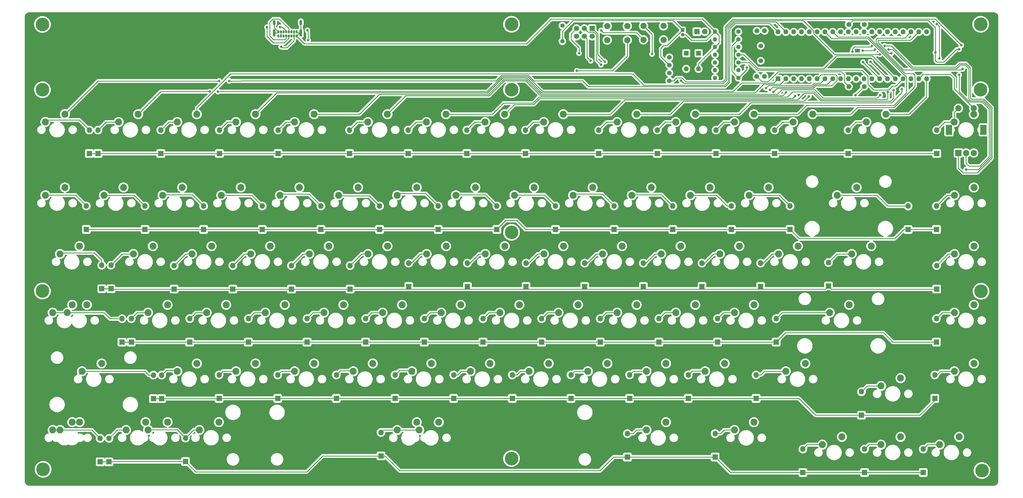
<source format=gbr>
%TF.GenerationSoftware,KiCad,Pcbnew,6.0.11-2627ca5db0~126~ubuntu22.04.1*%
%TF.CreationDate,2023-03-02T17:59:36+00:00*%
%TF.ProjectId,pcb-r1,7063622d-7231-42e6-9b69-6361645f7063,rev?*%
%TF.SameCoordinates,Original*%
%TF.FileFunction,Copper,L1,Top*%
%TF.FilePolarity,Positive*%
%FSLAX46Y46*%
G04 Gerber Fmt 4.6, Leading zero omitted, Abs format (unit mm)*
G04 Created by KiCad (PCBNEW 6.0.11-2627ca5db0~126~ubuntu22.04.1) date 2023-03-02 17:59:36*
%MOMM*%
%LPD*%
G01*
G04 APERTURE LIST*
%TA.AperFunction,ComponentPad*%
%ADD10R,1.800000X1.800000*%
%TD*%
%TA.AperFunction,ComponentPad*%
%ADD11O,1.800000X1.800000*%
%TD*%
%TA.AperFunction,ComponentPad*%
%ADD12C,4.400000*%
%TD*%
%TA.AperFunction,ComponentPad*%
%ADD13C,2.250000*%
%TD*%
%TA.AperFunction,ComponentPad*%
%ADD14C,2.000000*%
%TD*%
%TA.AperFunction,ComponentPad*%
%ADD15R,2.000000X2.000000*%
%TD*%
%TA.AperFunction,ComponentPad*%
%ADD16R,2.000000X3.200000*%
%TD*%
%TA.AperFunction,ComponentPad*%
%ADD17R,1.200000X1.200000*%
%TD*%
%TA.AperFunction,ComponentPad*%
%ADD18C,1.200000*%
%TD*%
%TA.AperFunction,ComponentPad*%
%ADD19C,1.600000*%
%TD*%
%TA.AperFunction,ComponentPad*%
%ADD20C,1.400000*%
%TD*%
%TA.AperFunction,ComponentPad*%
%ADD21R,1.700000X1.700000*%
%TD*%
%TA.AperFunction,ComponentPad*%
%ADD22C,1.700000*%
%TD*%
%TA.AperFunction,ComponentPad*%
%ADD23R,1.600000X1.600000*%
%TD*%
%TA.AperFunction,ComponentPad*%
%ADD24O,1.600000X1.600000*%
%TD*%
%TA.AperFunction,ComponentPad*%
%ADD25O,1.400000X1.400000*%
%TD*%
%TA.AperFunction,ComponentPad*%
%ADD26C,1.800000*%
%TD*%
%TA.AperFunction,ComponentPad*%
%ADD27O,0.650000X1.000000*%
%TD*%
%TA.AperFunction,ComponentPad*%
%ADD28O,0.900000X1.700000*%
%TD*%
%TA.AperFunction,ComponentPad*%
%ADD29O,0.900000X2.400000*%
%TD*%
%TA.AperFunction,ComponentPad*%
%ADD30C,1.500000*%
%TD*%
%TA.AperFunction,ComponentPad*%
%ADD31C,1.524000*%
%TD*%
%TA.AperFunction,ViaPad*%
%ADD32C,0.800000*%
%TD*%
%TA.AperFunction,Conductor*%
%ADD33C,0.250000*%
%TD*%
G04 APERTURE END LIST*
D10*
%TO.P,D73,1*%
%TO.N,row4*%
X259492500Y-128511700D03*
D11*
%TO.P,D73,2*%
%TO.N,Net-(D73-Pad2)*%
X259492500Y-120891700D03*
%TD*%
D10*
%TO.P,D72,1*%
%TO.N,row4*%
X283306100Y-123050700D03*
D11*
%TO.P,D72,2*%
%TO.N,Net-(D72-Pad2)*%
X283306100Y-115430700D03*
%TD*%
D10*
%TO.P,D66,1*%
%TO.N,row4*%
X127006100Y-123050700D03*
D11*
%TO.P,D66,2*%
%TO.N,Net-(D66-Pad2)*%
X127006100Y-115430700D03*
%TD*%
D10*
%TO.P,D61,1*%
%TO.N,row4*%
X32156100Y-123100700D03*
D11*
%TO.P,D61,2*%
%TO.N,Net-(D61-Pad2)*%
X32156100Y-115480700D03*
%TD*%
D10*
%TO.P,D59,1*%
%TO.N,row4*%
X29503900Y-123108500D03*
D11*
%TO.P,D59,2*%
%TO.N,Net-(D59-Pad2)*%
X29503900Y-115488500D03*
%TD*%
D10*
%TO.P,D55,1*%
%TO.N,row3*%
X193677800Y-104772100D03*
D11*
%TO.P,D55,2*%
%TO.N,Net-(D55-Pad2)*%
X193677800Y-97152100D03*
%TD*%
D10*
%TO.P,D65,1*%
%TO.N,row4*%
X107956100Y-123050700D03*
D11*
%TO.P,D65,2*%
%TO.N,Net-(D65-Pad2)*%
X107956100Y-115430700D03*
%TD*%
D10*
%TO.P,D74,1*%
%TO.N,row5*%
X12178900Y-143654800D03*
D11*
%TO.P,D74,2*%
%TO.N,Net-(D74-Pad2)*%
X12178900Y-136034800D03*
%TD*%
D10*
%TO.P,D69,1*%
%TO.N,row4*%
X184156100Y-123050700D03*
D11*
%TO.P,D69,2*%
%TO.N,Net-(D69-Pad2)*%
X184156100Y-115430700D03*
%TD*%
D10*
%TO.P,D58,1*%
%TO.N,row3*%
X283827800Y-104772100D03*
D11*
%TO.P,D58,2*%
%TO.N,Net-(D58-Pad2)*%
X283827800Y-97152100D03*
%TD*%
D10*
%TO.P,D68,1*%
%TO.N,row4*%
X165106100Y-123050700D03*
D11*
%TO.P,D68,2*%
%TO.N,Net-(D68-Pad2)*%
X165106100Y-115430700D03*
%TD*%
D10*
%TO.P,D56,1*%
%TO.N,row3*%
X212727800Y-104772100D03*
D11*
%TO.P,D56,2*%
%TO.N,Net-(D56-Pad2)*%
X212727800Y-97152100D03*
%TD*%
D10*
%TO.P,D67,1*%
%TO.N,row4*%
X146056100Y-123050700D03*
D11*
%TO.P,D67,2*%
%TO.N,Net-(D67-Pad2)*%
X146056100Y-115430700D03*
%TD*%
D10*
%TO.P,D70,1*%
%TO.N,row4*%
X203206100Y-123050700D03*
D11*
%TO.P,D70,2*%
%TO.N,Net-(D70-Pad2)*%
X203206100Y-115430700D03*
%TD*%
D10*
%TO.P,D64,1*%
%TO.N,row4*%
X88906100Y-123050700D03*
D11*
%TO.P,D64,2*%
%TO.N,Net-(D64-Pad2)*%
X88906100Y-115430700D03*
%TD*%
D10*
%TO.P,D63,1*%
%TO.N,row4*%
X69856100Y-123050700D03*
D11*
%TO.P,D63,2*%
%TO.N,Net-(D63-Pad2)*%
X69856100Y-115430700D03*
%TD*%
D10*
%TO.P,D71,1*%
%TO.N,row4*%
X225256100Y-123050700D03*
D11*
%TO.P,D71,2*%
%TO.N,Net-(D71-Pad2)*%
X225256100Y-115430700D03*
%TD*%
D10*
%TO.P,D62,1*%
%TO.N,row4*%
X50806100Y-123050700D03*
D11*
%TO.P,D62,2*%
%TO.N,Net-(D62-Pad2)*%
X50806100Y-115430700D03*
%TD*%
D12*
%TO.P,REF\u002A\u002A,1*%
%TO.N,N/C*%
X298628900Y-146483500D03*
%TD*%
D13*
%TO.P,SW81,1*%
%TO.N,Net-(D77-Pad2)*%
X108667000Y-133325000D03*
%TO.P,SW81,2*%
%TO.N,col6*%
X115017000Y-130785000D03*
%TD*%
D12*
%TO.P,REF\u002A\u002A,1*%
%TO.N,N/C*%
X298328900Y-88258500D03*
%TD*%
%TO.P,REF\u002A\u002A,1*%
%TO.N,N/C*%
X145809914Y-69108500D03*
%TD*%
D14*
%TO.P,SW87,1*%
%TO.N,EC11-GND*%
X183410500Y-2184800D03*
X176910500Y-2184800D03*
%TO.P,SW87,2*%
%TO.N,boot*%
X176910500Y-6684800D03*
X183410500Y-6684800D03*
%TD*%
D12*
%TO.P,REF\u002A\u002A,1*%
%TO.N,N/C*%
X145803900Y-142583500D03*
%TD*%
%TO.P,REF\u002A\u002A,1*%
%TO.N,N/C*%
X-6571100Y-88158500D03*
%TD*%
D15*
%TO.P,SW93,A*%
%TO.N,EC11-A*%
X290985100Y-43351500D03*
D14*
%TO.P,SW93,B*%
%TO.N,EC11-B*%
X295985100Y-43351500D03*
%TO.P,SW93,C*%
%TO.N,EC11-GND*%
X293485100Y-43351500D03*
D16*
%TO.P,SW93,MP*%
%TO.N,N/C*%
X299085100Y-35851500D03*
X287885100Y-35851500D03*
D14*
%TO.P,SW93,S1*%
%TO.N,col14*%
X295985100Y-28851500D03*
%TO.P,SW93,S2*%
%TO.N,Net-(D15-Pad2)*%
X290985100Y-28851500D03*
%TD*%
D13*
%TO.P,SW90,1*%
%TO.N,Net-(D77-Pad2)*%
X115817000Y-133312000D03*
%TO.P,SW90,2*%
%TO.N,col6*%
X122167000Y-130772000D03*
%TD*%
D12*
%TO.P,REF\u002A\u002A,1*%
%TO.N,N/C*%
X145803900Y-1583500D03*
%TD*%
%TO.P,REF\u002A\u002A,1*%
%TO.N,N/C*%
X145803900Y-22783500D03*
%TD*%
D14*
%TO.P,SW91,1*%
%TO.N,EC11-GND*%
X188683400Y-2108600D03*
X195183400Y-2108600D03*
%TO.P,SW91,2*%
%TO.N,reset*%
X188683400Y-6608600D03*
X195183400Y-6608600D03*
%TD*%
D17*
%TO.P,C3,1*%
%TO.N,oledVCC*%
X201377300Y-3429400D03*
D18*
%TO.P,C3,2*%
%TO.N,EC11-GND*%
X201377300Y-4929400D03*
%TD*%
D13*
%TO.P,SW44,1*%
%TO.N,Net-(D91-Pad2)*%
X256317000Y-76149400D03*
%TO.P,SW44,2*%
%TO.N,col13*%
X262667000Y-73609400D03*
%TD*%
D12*
%TO.P,REF\u002A\u002A,1*%
%TO.N,N/C*%
X-6346100Y-146083500D03*
%TD*%
D19*
%TO.P,C2,1*%
%TO.N,Net-(C2-Pad1)*%
X227969200Y-18498200D03*
%TO.P,C2,2*%
%TO.N,EC11-GND*%
X225469200Y-18498200D03*
%TD*%
D20*
%TO.P,F1,1*%
%TO.N,oledVCC*%
X162318900Y-7078500D03*
%TO.P,F1,2*%
%TO.N,VCC*%
X162318900Y-1978500D03*
%TD*%
D19*
%TO.P,C5,1*%
%TO.N,oledVCC*%
X260368800Y-21765700D03*
%TO.P,C5,2*%
%TO.N,EC11-GND*%
X255368800Y-21765700D03*
%TD*%
%TO.P,C1,1*%
%TO.N,Net-(C1-Pad1)*%
X228007300Y-3664600D03*
%TO.P,C1,2*%
%TO.N,EC11-GND*%
X225507300Y-3664600D03*
%TD*%
D21*
%TO.P,J1,1*%
%TO.N,MISO*%
X172014900Y-2921400D03*
D22*
%TO.P,J1,2*%
%TO.N,oledVCC*%
X172014900Y-5461400D03*
%TO.P,J1,3*%
%TO.N,SCK*%
X169474900Y-2921400D03*
%TO.P,J1,4*%
%TO.N,MOSI*%
X169474900Y-5461400D03*
%TO.P,J1,5*%
%TO.N,reset*%
X166934900Y-2921400D03*
%TO.P,J1,6*%
%TO.N,EC11-GND*%
X166934900Y-5461400D03*
%TD*%
D23*
%TO.P,Z1,1*%
%TO.N,Net-(D83-Pad1)*%
X202568300Y-10960500D03*
D24*
%TO.P,Z1,2*%
%TO.N,EC11-GND*%
X202568300Y-16040500D03*
%TD*%
D23*
%TO.P,Z2,1*%
%TO.N,Net-(D84-Pad1)*%
X206568300Y-10960500D03*
D24*
%TO.P,Z2,2*%
%TO.N,EC11-GND*%
X206568300Y-16040500D03*
%TD*%
D19*
%TO.P,C4,1*%
%TO.N,oledVCC*%
X260394200Y-1603900D03*
%TO.P,C4,2*%
%TO.N,EC11-GND*%
X255394200Y-1603900D03*
%TD*%
D20*
%TO.P,R1,1*%
%TO.N,oledVCC*%
X219538300Y-18962500D03*
D25*
%TO.P,R1,2*%
%TO.N,Net-(D83-Pad1)*%
X211918300Y-18962500D03*
%TD*%
D10*
%TO.P,LED,1*%
%TO.N,Net-(LED1-Pad1)*%
X206000100Y-3950100D03*
D26*
%TO.P,LED,2*%
%TO.N,oledVCC*%
X208540100Y-3950100D03*
%TD*%
D10*
%TO.P,D91,1*%
%TO.N,row2*%
X248767600Y-86547600D03*
D11*
%TO.P,D91,2*%
%TO.N,Net-(D91-Pad2)*%
X248767600Y-78927600D03*
%TD*%
D10*
%TO.P,D51,1*%
%TO.N,row3*%
X117477800Y-104772100D03*
D11*
%TO.P,D51,2*%
%TO.N,Net-(D51-Pad2)*%
X117477800Y-97152100D03*
%TD*%
D10*
%TO.P,D50,1*%
%TO.N,row3*%
X98427800Y-104772100D03*
D11*
%TO.P,D50,2*%
%TO.N,Net-(D50-Pad2)*%
X98427800Y-97152100D03*
%TD*%
D13*
%TO.P,SW6,1*%
%TO.N,Net-(D6-Pad2)*%
X99142000Y-33312500D03*
%TO.P,SW6,2*%
%TO.N,col5*%
X105492000Y-30772500D03*
%TD*%
D10*
%TO.P,D82,1*%
%TO.N,row5*%
X279539200Y-147129900D03*
D11*
%TO.P,D82,2*%
%TO.N,Net-(D82-Pad2)*%
X279539200Y-139509900D03*
%TD*%
D10*
%TO.P,D81,1*%
%TO.N,row5*%
X260489200Y-147129900D03*
D11*
%TO.P,D81,2*%
%TO.N,Net-(D81-Pad2)*%
X260489200Y-139509900D03*
%TD*%
D10*
%TO.P,D79,1*%
%TO.N,row5*%
X211931000Y-142100700D03*
D11*
%TO.P,D79,2*%
%TO.N,Net-(D79-Pad2)*%
X211931000Y-134480700D03*
%TD*%
D12*
%TO.P,REF\u002A\u002A,1*%
%TO.N,N/C*%
X298178900Y-22808500D03*
%TD*%
D10*
%TO.P,D78,1*%
%TO.N,row5*%
X183444900Y-142100700D03*
D11*
%TO.P,D78,2*%
%TO.N,Net-(D78-Pad2)*%
X183444900Y-134480700D03*
%TD*%
D10*
%TO.P,D77,1*%
%TO.N,row5*%
X103396800Y-141725800D03*
D11*
%TO.P,D77,2*%
%TO.N,Net-(D77-Pad2)*%
X103396800Y-134105800D03*
%TD*%
D10*
%TO.P,D85,1*%
%TO.N,row3*%
X231777800Y-104772100D03*
D11*
%TO.P,D85,2*%
%TO.N,Net-(D85-Pad2)*%
X231777800Y-97152100D03*
%TD*%
D12*
%TO.P,REF\u002A\u002A,1*%
%TO.N,N/C*%
X-6571100Y-22808500D03*
%TD*%
D10*
%TO.P,D80,1*%
%TO.N,row5*%
X240439200Y-147129900D03*
D11*
%TO.P,D80,2*%
%TO.N,Net-(D80-Pad2)*%
X240439200Y-139509900D03*
%TD*%
D10*
%TO.P,D76,1*%
%TO.N,row5*%
X39903900Y-143553500D03*
D11*
%TO.P,D76,2*%
%TO.N,Net-(D76-Pad2)*%
X39903900Y-135933500D03*
%TD*%
D10*
%TO.P,D75,1*%
%TO.N,row5*%
X15048900Y-143654800D03*
D11*
%TO.P,D75,2*%
%TO.N,Net-(D75-Pad2)*%
X15048900Y-136034800D03*
%TD*%
D12*
%TO.P,REF\u002A\u002A,1*%
%TO.N,N/C*%
X298203900Y-1583500D03*
%TD*%
D10*
%TO.P,D53,1*%
%TO.N,row3*%
X155577800Y-104772100D03*
D11*
%TO.P,D53,2*%
%TO.N,Net-(D53-Pad2)*%
X155577800Y-97152100D03*
%TD*%
D12*
%TO.P,REF\u002A\u002A,1*%
%TO.N,N/C*%
X-6571100Y-1608500D03*
%TD*%
D10*
%TO.P,D14,1*%
%TO.N,row0*%
X255115700Y-43536000D03*
D11*
%TO.P,D14,2*%
%TO.N,Net-(D14-Pad2)*%
X255115700Y-35916000D03*
%TD*%
D10*
%TO.P,D4,1*%
%TO.N,row0*%
X50923700Y-43536000D03*
D11*
%TO.P,D4,2*%
%TO.N,Net-(D4-Pad2)*%
X50923700Y-35916000D03*
%TD*%
D10*
%TO.P,D1,1*%
%TO.N,row0*%
X8653900Y-43533500D03*
D11*
%TO.P,D1,2*%
%TO.N,Net-(D1-Pad2)*%
X8653900Y-35913500D03*
%TD*%
D10*
%TO.P,D12,1*%
%TO.N,row0*%
X212253700Y-43536000D03*
D11*
%TO.P,D12,2*%
%TO.N,Net-(D12-Pad2)*%
X212253700Y-35916000D03*
%TD*%
D10*
%TO.P,D10,1*%
%TO.N,row0*%
X174153700Y-43536000D03*
D11*
%TO.P,D10,2*%
%TO.N,Net-(D10-Pad2)*%
X174153700Y-35916000D03*
%TD*%
D10*
%TO.P,D2,1*%
%TO.N,row0*%
X11473700Y-43536000D03*
D11*
%TO.P,D2,2*%
%TO.N,Net-(D2-Pad2)*%
X11473700Y-35916000D03*
%TD*%
D10*
%TO.P,D5,1*%
%TO.N,row0*%
X69973700Y-43536000D03*
D11*
%TO.P,D5,2*%
%TO.N,Net-(D5-Pad2)*%
X69973700Y-35916000D03*
%TD*%
D10*
%TO.P,D3,1*%
%TO.N,row0*%
X31873700Y-43536000D03*
D11*
%TO.P,D3,2*%
%TO.N,Net-(D3-Pad2)*%
X31873700Y-35916000D03*
%TD*%
D13*
%TO.P,SW83,1*%
%TO.N,Net-(D79-Pad2)*%
X218211000Y-133312000D03*
%TO.P,SW83,2*%
%TO.N,col11*%
X224561000Y-130772000D03*
%TD*%
D10*
%TO.P,D13,1*%
%TO.N,row0*%
X231303700Y-43536000D03*
D11*
%TO.P,D13,2*%
%TO.N,Net-(D13-Pad2)*%
X231303700Y-35916000D03*
%TD*%
D10*
%TO.P,D6,1*%
%TO.N,row0*%
X93191700Y-43536000D03*
D11*
%TO.P,D6,2*%
%TO.N,Net-(D6-Pad2)*%
X93191700Y-35916000D03*
%TD*%
D10*
%TO.P,D11,1*%
%TO.N,row0*%
X193203700Y-43536000D03*
D11*
%TO.P,D11,2*%
%TO.N,Net-(D11-Pad2)*%
X193203700Y-35916000D03*
%TD*%
D10*
%TO.P,D15,1*%
%TO.N,row0*%
X283927700Y-43536000D03*
D11*
%TO.P,D15,2*%
%TO.N,Net-(D15-Pad2)*%
X283927700Y-35916000D03*
%TD*%
D10*
%TO.P,D9,1*%
%TO.N,row0*%
X150341700Y-43536000D03*
D11*
%TO.P,D9,2*%
%TO.N,Net-(D9-Pad2)*%
X150341700Y-35916000D03*
%TD*%
D10*
%TO.P,D8,1*%
%TO.N,row0*%
X131291700Y-43536000D03*
D11*
%TO.P,D8,2*%
%TO.N,Net-(D8-Pad2)*%
X131291700Y-35916000D03*
%TD*%
D10*
%TO.P,D7,1*%
%TO.N,row0*%
X112241700Y-43536000D03*
D11*
%TO.P,D7,2*%
%TO.N,Net-(D7-Pad2)*%
X112241700Y-35916000D03*
%TD*%
D13*
%TO.P,SW89,1*%
%TO.N,Net-(D76-Pad2)*%
X27733400Y-133290000D03*
%TO.P,SW89,2*%
%TO.N,col2*%
X34083400Y-130750000D03*
%TD*%
%TO.P,SW80,1*%
%TO.N,Net-(D76-Pad2)*%
X44399500Y-133290000D03*
%TO.P,SW80,2*%
%TO.N,col2*%
X50749500Y-130750000D03*
%TD*%
D23*
%TO.P,U1,1*%
%TO.N,col1*%
X232378000Y-19266300D03*
D24*
%TO.P,U1,2*%
%TO.N,col3*%
X234918000Y-19266300D03*
%TO.P,U1,3*%
%TO.N,col5*%
X237458000Y-19266300D03*
%TO.P,U1,4*%
%TO.N,col7*%
X239998000Y-19266300D03*
%TO.P,U1,5*%
%TO.N,col9*%
X242538000Y-19266300D03*
%TO.P,U1,6*%
%TO.N,MOSI*%
X245078000Y-19266300D03*
%TO.P,U1,7*%
%TO.N,MISO*%
X247618000Y-19266300D03*
%TO.P,U1,8*%
%TO.N,SCK*%
X250158000Y-19266300D03*
%TO.P,U1,9*%
%TO.N,reset*%
X252698000Y-19266300D03*
%TO.P,U1,10*%
%TO.N,oledVCC*%
X255238000Y-19266300D03*
%TO.P,U1,11*%
%TO.N,EC11-GND*%
X257778000Y-19266300D03*
%TO.P,U1,12*%
%TO.N,Net-(C2-Pad1)*%
X260318000Y-19266300D03*
%TO.P,U1,13*%
%TO.N,Net-(C1-Pad1)*%
X262858000Y-19266300D03*
%TO.P,U1,14*%
%TO.N,EC11-A*%
X265398000Y-19266300D03*
%TO.P,U1,15*%
%TO.N,EC11-B*%
X267938000Y-19266300D03*
%TO.P,U1,16*%
%TO.N,D+*%
X270478000Y-19266300D03*
%TO.P,U1,17*%
%TO.N,D-*%
X273018000Y-19266300D03*
%TO.P,U1,18*%
%TO.N,boot*%
X275558000Y-19266300D03*
%TO.P,U1,19*%
%TO.N,col14*%
X278098000Y-19266300D03*
%TO.P,U1,20*%
%TO.N,col13*%
X280638000Y-19266300D03*
%TO.P,U1,21*%
%TO.N,Net-(U1-Pad21)*%
X280638000Y-4026300D03*
%TO.P,U1,22*%
%TO.N,oledSCL*%
X278098000Y-4026300D03*
%TO.P,U1,23*%
%TO.N,oledSDA*%
X275558000Y-4026300D03*
%TO.P,U1,24*%
%TO.N,row0*%
X273018000Y-4026300D03*
%TO.P,U1,25*%
%TO.N,row1*%
X270478000Y-4026300D03*
%TO.P,U1,26*%
%TO.N,row3*%
X267938000Y-4026300D03*
%TO.P,U1,27*%
%TO.N,row5*%
X265398000Y-4026300D03*
%TO.P,U1,28*%
%TO.N,row4*%
X262858000Y-4026300D03*
%TO.P,U1,29*%
%TO.N,row2*%
X260318000Y-4026300D03*
%TO.P,U1,30*%
%TO.N,oledVCC*%
X257778000Y-4026300D03*
%TO.P,U1,31*%
%TO.N,EC11-GND*%
X255238000Y-4026300D03*
%TO.P,U1,32*%
%TO.N,Net-(U1-Pad32)*%
X252698000Y-4026300D03*
%TO.P,U1,33*%
%TO.N,col12*%
X250158000Y-4026300D03*
%TO.P,U1,34*%
%TO.N,col11*%
X247618000Y-4026300D03*
%TO.P,U1,35*%
%TO.N,col10*%
X245078000Y-4026300D03*
%TO.P,U1,36*%
%TO.N,col8*%
X242538000Y-4026300D03*
%TO.P,U1,37*%
%TO.N,col6*%
X239998000Y-4026300D03*
%TO.P,U1,38*%
%TO.N,col4*%
X237458000Y-4026300D03*
%TO.P,U1,39*%
%TO.N,col2*%
X234918000Y-4026300D03*
%TO.P,U1,40*%
%TO.N,col0*%
X232378000Y-4026300D03*
%TD*%
D13*
%TO.P,SW79,1*%
%TO.N,Net-(D75-Pad2)*%
X20588400Y-133290000D03*
%TO.P,SW79,2*%
%TO.N,col1*%
X26938400Y-130750000D03*
%TD*%
D27*
%TO.P,USB1,A1*%
%TO.N,EC11-GND*%
X76005200Y-5368200D03*
%TO.P,USB1,A4*%
%TO.N,VCC*%
X75155200Y-5368200D03*
%TO.P,USB1,A5*%
%TO.N,Net-(R2-Pad2)*%
X74305200Y-5368200D03*
%TO.P,USB1,A6*%
%TO.N,Net-(D84-Pad1)*%
X73455200Y-5368200D03*
%TO.P,USB1,A7*%
%TO.N,Net-(D83-Pad1)*%
X72605200Y-5368200D03*
%TO.P,USB1,A8*%
%TO.N,Net-(USB1-PadA8)*%
X71755200Y-5368200D03*
%TO.P,USB1,A9*%
%TO.N,VCC*%
X70905200Y-5368200D03*
%TO.P,USB1,A12*%
%TO.N,Net-(USB1-PadA12)*%
X70055200Y-5368200D03*
%TO.P,USB1,B1*%
%TO.N,EC11-GND*%
X70050200Y-4043200D03*
%TO.P,USB1,B4*%
%TO.N,VCC*%
X70900200Y-4043200D03*
%TO.P,USB1,B5*%
%TO.N,Net-(R5-Pad1)*%
X71750200Y-4043200D03*
%TO.P,USB1,B6*%
%TO.N,Net-(D84-Pad1)*%
X72600200Y-4043200D03*
%TO.P,USB1,B7*%
%TO.N,Net-(D83-Pad1)*%
X73450200Y-4043200D03*
%TO.P,USB1,B8*%
%TO.N,Net-(USB1-PadB8)*%
X74300200Y-4043200D03*
%TO.P,USB1,B9*%
%TO.N,VCC*%
X75150200Y-4043200D03*
%TO.P,USB1,B12*%
%TO.N,EC11-GND*%
X76005200Y-4043200D03*
D28*
%TO.P,USB1,S1*%
X68705200Y-1008200D03*
D29*
X77355200Y-4388200D03*
D28*
X77355200Y-1008200D03*
D29*
X68705200Y-4388200D03*
%TD*%
D13*
%TO.P,SW78,1*%
%TO.N,Net-(D74-Pad2)*%
X-3222700Y-133290000D03*
%TO.P,SW78,2*%
%TO.N,col0*%
X3127300Y-130750000D03*
%TD*%
%TO.P,SW26,1*%
%TO.N,Net-(D26-Pad2)*%
X184880000Y-57099400D03*
%TO.P,SW26,2*%
%TO.N,col10*%
X191230000Y-54559400D03*
%TD*%
%TO.P,SW63,1*%
%TO.N,Net-(D59-Pad2)*%
X6286000Y-114249000D03*
%TO.P,SW63,2*%
%TO.N,col0*%
X12636000Y-111709000D03*
%TD*%
%TO.P,SW60,1*%
%TO.N,Net-(D85-Pad2)*%
X249174000Y-95199000D03*
%TO.P,SW60,2*%
%TO.N,col13*%
X255524000Y-92659000D03*
%TD*%
%TO.P,SW31,1*%
%TO.N,Net-(D31-Pad2)*%
X-857500Y-76149400D03*
%TO.P,SW31,2*%
%TO.N,col0*%
X5492500Y-73609400D03*
%TD*%
%TO.P,SW88,1*%
%TO.N,Net-(D74-Pad2)*%
X-841500Y-133290000D03*
%TO.P,SW88,2*%
%TO.N,col0*%
X5508500Y-130750000D03*
%TD*%
%TO.P,SW61,1*%
%TO.N,Net-(D58-Pad2)*%
X289655000Y-95199000D03*
%TO.P,SW61,2*%
%TO.N,col14*%
X296005000Y-92659000D03*
%TD*%
D30*
%TO.P,Y1,1*%
%TO.N,Net-(C1-Pad1)*%
X226777300Y-8566800D03*
%TO.P,Y1,2*%
%TO.N,Net-(C2-Pad1)*%
X226777300Y-13446800D03*
%TD*%
D13*
%TO.P,SW86,1*%
%TO.N,Net-(D82-Pad2)*%
X284886000Y-138075000D03*
%TO.P,SW86,2*%
%TO.N,col14*%
X291236000Y-135535000D03*
%TD*%
%TO.P,SW84,1*%
%TO.N,Net-(D80-Pad2)*%
X246786000Y-138075000D03*
%TO.P,SW84,2*%
%TO.N,col12*%
X253136000Y-135535000D03*
%TD*%
%TO.P,SW85,1*%
%TO.N,Net-(D81-Pad2)*%
X265836000Y-138075000D03*
%TO.P,SW85,2*%
%TO.N,col13*%
X272186000Y-135535000D03*
%TD*%
%TO.P,SW15,1*%
%TO.N,Net-(D15-Pad2)*%
X289650000Y-33312500D03*
%TO.P,SW15,2*%
%TO.N,col14*%
X296000000Y-30772500D03*
%TD*%
%TO.P,SW82,1*%
%TO.N,Net-(D78-Pad2)*%
X189636000Y-133312000D03*
%TO.P,SW82,2*%
%TO.N,col10*%
X195986000Y-130772000D03*
%TD*%
%TO.P,SW8,1*%
%TO.N,Net-(D8-Pad2)*%
X137242000Y-33312500D03*
%TO.P,SW8,2*%
%TO.N,col7*%
X143592000Y-30772500D03*
%TD*%
D20*
%TO.P,R7,1*%
%TO.N,Net-(LED1-Pad1)*%
X219538300Y-3962500D03*
D25*
%TO.P,R7,2*%
%TO.N,EC11-GND*%
X211918300Y-3962500D03*
%TD*%
D20*
%TO.P,R6,1*%
%TO.N,oledVCC*%
X219538300Y-6462500D03*
D25*
%TO.P,R6,2*%
%TO.N,reset*%
X211918300Y-6462500D03*
%TD*%
D20*
%TO.P,R5,1*%
%TO.N,Net-(R5-Pad1)*%
X219538300Y-8962500D03*
D25*
%TO.P,R5,2*%
%TO.N,EC11-GND*%
X211918300Y-8962500D03*
%TD*%
D20*
%TO.P,R4,1*%
%TO.N,D+*%
X219538300Y-11462500D03*
D25*
%TO.P,R4,2*%
%TO.N,Net-(D84-Pad1)*%
X211918300Y-11462500D03*
%TD*%
D13*
%TO.P,SW33,1*%
%TO.N,Net-(D33-Pad2)*%
X42005000Y-76149400D03*
%TO.P,SW33,2*%
%TO.N,col2*%
X48355000Y-73609400D03*
%TD*%
%TO.P,SW12,1*%
%TO.N,Net-(D12-Pad2)*%
X218204000Y-33312500D03*
%TO.P,SW12,2*%
%TO.N,col11*%
X224554000Y-30772500D03*
%TD*%
D20*
%TO.P,R3,1*%
%TO.N,D-*%
X219538300Y-13962500D03*
D25*
%TO.P,R3,2*%
%TO.N,Net-(D83-Pad1)*%
X211918300Y-13962500D03*
%TD*%
D13*
%TO.P,SW25,1*%
%TO.N,Net-(D25-Pad2)*%
X165830000Y-57099400D03*
%TO.P,SW25,2*%
%TO.N,col9*%
X172180000Y-54559400D03*
%TD*%
D20*
%TO.P,R2,1*%
%TO.N,EC11-GND*%
X219538300Y-16462500D03*
D25*
%TO.P,R2,2*%
%TO.N,Net-(R2-Pad2)*%
X211918300Y-16462500D03*
%TD*%
D13*
%TO.P,SW18,1*%
%TO.N,Net-(D18-Pad2)*%
X32480000Y-57099400D03*
%TO.P,SW18,2*%
%TO.N,col2*%
X38830000Y-54559400D03*
%TD*%
%TO.P,SW7,1*%
%TO.N,Net-(D7-Pad2)*%
X118192000Y-33312500D03*
%TO.P,SW7,2*%
%TO.N,col6*%
X124542000Y-30772500D03*
%TD*%
%TO.P,SW5,1*%
%TO.N,Net-(D5-Pad2)*%
X75329800Y-33312500D03*
%TO.P,SW5,2*%
%TO.N,col4*%
X81679800Y-30772500D03*
%TD*%
%TO.P,SW2,1*%
%TO.N,Net-(D2-Pad2)*%
X18179800Y-33312500D03*
%TO.P,SW2,2*%
%TO.N,col1*%
X24529800Y-30772500D03*
%TD*%
%TO.P,SW19,1*%
%TO.N,Net-(D19-Pad2)*%
X51530000Y-57099400D03*
%TO.P,SW19,2*%
%TO.N,col3*%
X57880000Y-54559400D03*
%TD*%
%TO.P,SW11,1*%
%TO.N,Net-(D11-Pad2)*%
X199154000Y-33312500D03*
%TO.P,SW11,2*%
%TO.N,col10*%
X205504000Y-30772500D03*
%TD*%
%TO.P,SW10,1*%
%TO.N,Net-(D10-Pad2)*%
X180104000Y-33312500D03*
%TO.P,SW10,2*%
%TO.N,col9*%
X186454000Y-30772500D03*
%TD*%
%TO.P,SW3,1*%
%TO.N,Net-(D3-Pad2)*%
X37229800Y-33312500D03*
%TO.P,SW3,2*%
%TO.N,col2*%
X43579800Y-30772500D03*
%TD*%
%TO.P,SW34,1*%
%TO.N,Net-(D34-Pad2)*%
X61055000Y-76149400D03*
%TO.P,SW34,2*%
%TO.N,col3*%
X67405000Y-73609400D03*
%TD*%
%TO.P,SW22,1*%
%TO.N,Net-(D22-Pad2)*%
X108680000Y-57099400D03*
%TO.P,SW22,2*%
%TO.N,col6*%
X115030000Y-54559400D03*
%TD*%
%TO.P,SW16,1*%
%TO.N,Net-(D16-Pad2)*%
X-5620000Y-57099400D03*
%TO.P,SW16,2*%
%TO.N,col0*%
X730000Y-54559400D03*
%TD*%
%TO.P,SW23,1*%
%TO.N,Net-(D23-Pad2)*%
X127730000Y-57099400D03*
%TO.P,SW23,2*%
%TO.N,col7*%
X134080000Y-54559400D03*
%TD*%
%TO.P,SW14,1*%
%TO.N,Net-(D14-Pad2)*%
X261075000Y-33312500D03*
%TO.P,SW14,2*%
%TO.N,col13*%
X267425000Y-30772500D03*
%TD*%
%TO.P,SW30,1*%
%TO.N,Net-(D30-Pad2)*%
X289655000Y-57099400D03*
%TO.P,SW30,2*%
%TO.N,col14*%
X296005000Y-54559400D03*
%TD*%
%TO.P,SW21,1*%
%TO.N,Net-(D21-Pad2)*%
X89630000Y-57099400D03*
%TO.P,SW21,2*%
%TO.N,col5*%
X95980000Y-54559400D03*
%TD*%
%TO.P,SW20,1*%
%TO.N,Net-(D20-Pad2)*%
X70580000Y-57099400D03*
%TO.P,SW20,2*%
%TO.N,col4*%
X76930000Y-54559400D03*
%TD*%
%TO.P,SW17,1*%
%TO.N,Net-(D17-Pad2)*%
X13430000Y-57099400D03*
%TO.P,SW17,2*%
%TO.N,col1*%
X19780000Y-54559400D03*
%TD*%
%TO.P,SW9,1*%
%TO.N,Net-(D9-Pad2)*%
X156292000Y-33312500D03*
%TO.P,SW9,2*%
%TO.N,col8*%
X162642000Y-30772500D03*
%TD*%
%TO.P,SW29,1*%
%TO.N,Net-(D29-Pad2)*%
X251555000Y-57099400D03*
%TO.P,SW29,2*%
%TO.N,col13*%
X257905000Y-54559400D03*
%TD*%
%TO.P,SW28,1*%
%TO.N,Net-(D28-Pad2)*%
X222980000Y-57099400D03*
%TO.P,SW28,2*%
%TO.N,col12*%
X229330000Y-54559400D03*
%TD*%
%TO.P,SW27,1*%
%TO.N,Net-(D27-Pad2)*%
X203930000Y-57099400D03*
%TO.P,SW27,2*%
%TO.N,col11*%
X210280000Y-54559400D03*
%TD*%
%TO.P,SW4,1*%
%TO.N,Net-(D4-Pad2)*%
X56279800Y-33312500D03*
%TO.P,SW4,2*%
%TO.N,col3*%
X62629800Y-30772500D03*
%TD*%
%TO.P,SW1,1*%
%TO.N,Net-(D1-Pad2)*%
X-5620000Y-33287100D03*
%TO.P,SW1,2*%
%TO.N,col0*%
X730000Y-30747100D03*
%TD*%
%TO.P,SW24,1*%
%TO.N,Net-(D24-Pad2)*%
X146780000Y-57099400D03*
%TO.P,SW24,2*%
%TO.N,col8*%
X153130000Y-54559400D03*
%TD*%
%TO.P,SW13,1*%
%TO.N,Net-(D13-Pad2)*%
X237254000Y-33312500D03*
%TO.P,SW13,2*%
%TO.N,col12*%
X243604000Y-30772500D03*
%TD*%
%TO.P,SW32,1*%
%TO.N,Net-(D32-Pad2)*%
X22955000Y-76149400D03*
%TO.P,SW32,2*%
%TO.N,col1*%
X29305000Y-73609400D03*
%TD*%
D10*
%TO.P,D41,1*%
%TO.N,row2*%
X188617600Y-86734800D03*
D11*
%TO.P,D41,2*%
%TO.N,Net-(D41-Pad2)*%
X188617600Y-79114800D03*
%TD*%
D10*
%TO.P,D48,1*%
%TO.N,row3*%
X60327800Y-104772100D03*
D11*
%TO.P,D48,2*%
%TO.N,Net-(D48-Pad2)*%
X60327800Y-97152100D03*
%TD*%
D10*
%TO.P,D38,1*%
%TO.N,row2*%
X131467600Y-86734800D03*
D11*
%TO.P,D38,2*%
%TO.N,Net-(D38-Pad2)*%
X131467600Y-79114800D03*
%TD*%
D10*
%TO.P,D46,1*%
%TO.N,row3*%
X22278900Y-104783500D03*
D11*
%TO.P,D46,2*%
%TO.N,Net-(D46-Pad2)*%
X22278900Y-97163500D03*
%TD*%
D10*
%TO.P,D36,1*%
%TO.N,row2*%
X93367600Y-87547600D03*
D11*
%TO.P,D36,2*%
%TO.N,Net-(D36-Pad2)*%
X93367600Y-79927600D03*
%TD*%
D10*
%TO.P,D47,1*%
%TO.N,row3*%
X41277800Y-104772100D03*
D11*
%TO.P,D47,2*%
%TO.N,Net-(D47-Pad2)*%
X41277800Y-97152100D03*
%TD*%
D10*
%TO.P,D35,1*%
%TO.N,row2*%
X74317600Y-87547600D03*
D11*
%TO.P,D35,2*%
%TO.N,Net-(D35-Pad2)*%
X74317600Y-79927600D03*
%TD*%
D10*
%TO.P,D40,1*%
%TO.N,row2*%
X169567600Y-86734800D03*
D11*
%TO.P,D40,2*%
%TO.N,Net-(D40-Pad2)*%
X169567600Y-79114800D03*
%TD*%
D10*
%TO.P,D52,1*%
%TO.N,row3*%
X136527800Y-104772100D03*
D11*
%TO.P,D52,2*%
%TO.N,Net-(D52-Pad2)*%
X136527800Y-97152100D03*
%TD*%
D10*
%TO.P,D43,1*%
%TO.N,row2*%
X226717600Y-86734800D03*
D11*
%TO.P,D43,2*%
%TO.N,Net-(D43-Pad2)*%
X226717600Y-79114800D03*
%TD*%
D10*
%TO.P,D37,1*%
%TO.N,row2*%
X112417600Y-86734800D03*
D11*
%TO.P,D37,2*%
%TO.N,Net-(D37-Pad2)*%
X112417600Y-79114800D03*
%TD*%
D10*
%TO.P,D42,1*%
%TO.N,row2*%
X207667600Y-86734800D03*
D11*
%TO.P,D42,2*%
%TO.N,Net-(D42-Pad2)*%
X207667600Y-79114800D03*
%TD*%
D10*
%TO.P,D39,1*%
%TO.N,row2*%
X150517600Y-86734800D03*
D11*
%TO.P,D39,2*%
%TO.N,Net-(D39-Pad2)*%
X150517600Y-79114800D03*
%TD*%
D10*
%TO.P,D54,1*%
%TO.N,row3*%
X174627800Y-104772100D03*
D11*
%TO.P,D54,2*%
%TO.N,Net-(D54-Pad2)*%
X174627800Y-97152100D03*
%TD*%
D10*
%TO.P,D34,1*%
%TO.N,row2*%
X55267600Y-87547600D03*
D11*
%TO.P,D34,2*%
%TO.N,Net-(D34-Pad2)*%
X55267600Y-79927600D03*
%TD*%
D10*
%TO.P,D45,1*%
%TO.N,row3*%
X19278900Y-104783500D03*
D11*
%TO.P,D45,2*%
%TO.N,Net-(D45-Pad2)*%
X19278900Y-97163500D03*
%TD*%
D10*
%TO.P,D44,1*%
%TO.N,row2*%
X283917600Y-87547600D03*
D11*
%TO.P,D44,2*%
%TO.N,Net-(D44-Pad2)*%
X283917600Y-79927600D03*
%TD*%
D10*
%TO.P,D49,1*%
%TO.N,row3*%
X79377800Y-104772100D03*
D11*
%TO.P,D49,2*%
%TO.N,Net-(D49-Pad2)*%
X79377800Y-97152100D03*
%TD*%
D10*
%TO.P,D28,1*%
%TO.N,row1*%
X236297600Y-68186700D03*
D11*
%TO.P,D28,2*%
%TO.N,Net-(D28-Pad2)*%
X236297600Y-60566700D03*
%TD*%
D10*
%TO.P,D19,1*%
%TO.N,row1*%
X64847600Y-68186700D03*
D11*
%TO.P,D19,2*%
%TO.N,Net-(D19-Pad2)*%
X64847600Y-60566700D03*
%TD*%
D10*
%TO.P,D17,1*%
%TO.N,row1*%
X26747600Y-68186700D03*
D11*
%TO.P,D17,2*%
%TO.N,Net-(D17-Pad2)*%
X26747600Y-60566700D03*
%TD*%
D10*
%TO.P,D31,1*%
%TO.N,row2*%
X12703900Y-87422600D03*
D11*
%TO.P,D31,2*%
%TO.N,Net-(D31-Pad2)*%
X12703900Y-79802600D03*
%TD*%
D10*
%TO.P,D23,1*%
%TO.N,row1*%
X141047600Y-68186700D03*
D11*
%TO.P,D23,2*%
%TO.N,Net-(D23-Pad2)*%
X141047600Y-60566700D03*
%TD*%
D10*
%TO.P,D30,1*%
%TO.N,row1*%
X283847600Y-68186700D03*
D11*
%TO.P,D30,2*%
%TO.N,Net-(D30-Pad2)*%
X283847600Y-60566700D03*
%TD*%
D10*
%TO.P,D25,1*%
%TO.N,row1*%
X179147600Y-68186700D03*
D11*
%TO.P,D25,2*%
%TO.N,Net-(D25-Pad2)*%
X179147600Y-60566700D03*
%TD*%
D10*
%TO.P,D22,1*%
%TO.N,row1*%
X121997600Y-68186700D03*
D11*
%TO.P,D22,2*%
%TO.N,Net-(D22-Pad2)*%
X121997600Y-60566700D03*
%TD*%
D10*
%TO.P,D18,1*%
%TO.N,row1*%
X45797600Y-68186700D03*
D11*
%TO.P,D18,2*%
%TO.N,Net-(D18-Pad2)*%
X45797600Y-60566700D03*
%TD*%
D10*
%TO.P,D16,1*%
%TO.N,row1*%
X7697600Y-68186700D03*
D11*
%TO.P,D16,2*%
%TO.N,Net-(D16-Pad2)*%
X7697600Y-60566700D03*
%TD*%
D10*
%TO.P,D32,1*%
%TO.N,row2*%
X15692600Y-87422600D03*
D11*
%TO.P,D32,2*%
%TO.N,Net-(D32-Pad2)*%
X15692600Y-79802600D03*
%TD*%
D10*
%TO.P,D26,1*%
%TO.N,row1*%
X198197600Y-68186700D03*
D11*
%TO.P,D26,2*%
%TO.N,Net-(D26-Pad2)*%
X198197600Y-60566700D03*
%TD*%
D10*
%TO.P,D24,1*%
%TO.N,row1*%
X160097600Y-68186700D03*
D11*
%TO.P,D24,2*%
%TO.N,Net-(D24-Pad2)*%
X160097600Y-60566700D03*
%TD*%
D10*
%TO.P,D21,1*%
%TO.N,row1*%
X102947600Y-68186700D03*
D11*
%TO.P,D21,2*%
%TO.N,Net-(D21-Pad2)*%
X102947600Y-60566700D03*
%TD*%
D10*
%TO.P,D29,1*%
%TO.N,row1*%
X274628900Y-68228500D03*
D11*
%TO.P,D29,2*%
%TO.N,Net-(D29-Pad2)*%
X274628900Y-60608500D03*
%TD*%
D10*
%TO.P,D33,1*%
%TO.N,row2*%
X36217600Y-87547600D03*
D11*
%TO.P,D33,2*%
%TO.N,Net-(D33-Pad2)*%
X36217600Y-79927600D03*
%TD*%
D10*
%TO.P,D20,1*%
%TO.N,row1*%
X83897600Y-68186700D03*
D11*
%TO.P,D20,2*%
%TO.N,Net-(D20-Pad2)*%
X83897600Y-60566700D03*
%TD*%
D10*
%TO.P,D27,1*%
%TO.N,row1*%
X217247600Y-68186700D03*
D11*
%TO.P,D27,2*%
%TO.N,Net-(D27-Pad2)*%
X217247600Y-60566700D03*
%TD*%
D13*
%TO.P,SW69,1*%
%TO.N,Net-(D65-Pad2)*%
X113443000Y-114249000D03*
%TO.P,SW69,2*%
%TO.N,col6*%
X119793000Y-111709000D03*
%TD*%
%TO.P,SW76,1*%
%TO.N,Net-(D72-Pad2)*%
X289656000Y-114249000D03*
%TO.P,SW76,2*%
%TO.N,col14*%
X296006000Y-111709000D03*
%TD*%
%TO.P,SW66,1*%
%TO.N,Net-(D62-Pad2)*%
X56292600Y-114249000D03*
%TO.P,SW66,2*%
%TO.N,col3*%
X62642600Y-111709000D03*
%TD*%
%TO.P,SW65,1*%
%TO.N,Net-(D61-Pad2)*%
X37242600Y-114249000D03*
%TO.P,SW65,2*%
%TO.N,col2*%
X43592600Y-111709000D03*
%TD*%
%TO.P,SW77,1*%
%TO.N,Net-(D73-Pad2)*%
X265843000Y-119012000D03*
%TO.P,SW77,2*%
%TO.N,col13*%
X272193000Y-116472000D03*
%TD*%
%TO.P,SW57,1*%
%TO.N,Net-(D55-Pad2)*%
X199168000Y-95199000D03*
%TO.P,SW57,2*%
%TO.N,col10*%
X205518000Y-92659000D03*
%TD*%
%TO.P,SW51,1*%
%TO.N,Net-(D49-Pad2)*%
X84867600Y-95199000D03*
%TO.P,SW51,2*%
%TO.N,col4*%
X91217600Y-92659000D03*
%TD*%
%TO.P,SW38,1*%
%TO.N,Net-(D38-Pad2)*%
X137255000Y-76149400D03*
%TO.P,SW38,2*%
%TO.N,col7*%
X143605000Y-73609400D03*
%TD*%
%TO.P,SW47,1*%
%TO.N,Net-(D45-Pad2)*%
X1523700Y-95199000D03*
%TO.P,SW47,2*%
%TO.N,col0*%
X7873700Y-92659000D03*
%TD*%
%TO.P,SW71,1*%
%TO.N,Net-(D67-Pad2)*%
X151543000Y-114249000D03*
%TO.P,SW71,2*%
%TO.N,col8*%
X157893000Y-111709000D03*
%TD*%
%TO.P,SW68,1*%
%TO.N,Net-(D64-Pad2)*%
X94393000Y-114249000D03*
%TO.P,SW68,2*%
%TO.N,col5*%
X100743000Y-111709000D03*
%TD*%
%TO.P,SW39,1*%
%TO.N,Net-(D39-Pad2)*%
X156305000Y-76149400D03*
%TO.P,SW39,2*%
%TO.N,col8*%
X162655000Y-73609400D03*
%TD*%
%TO.P,SW46,1*%
%TO.N,Net-(D45-Pad2)*%
X-3238700Y-95199000D03*
%TO.P,SW46,2*%
%TO.N,col0*%
X3111300Y-92659000D03*
%TD*%
%TO.P,SW37,1*%
%TO.N,Net-(D37-Pad2)*%
X118205000Y-76149400D03*
%TO.P,SW37,2*%
%TO.N,col6*%
X124555000Y-73609400D03*
%TD*%
%TO.P,SW58,1*%
%TO.N,Net-(D56-Pad2)*%
X218218000Y-95199000D03*
%TO.P,SW58,2*%
%TO.N,col11*%
X224568000Y-92659000D03*
%TD*%
%TO.P,SW75,1*%
%TO.N,Net-(D71-Pad2)*%
X234887000Y-114249000D03*
%TO.P,SW75,2*%
%TO.N,col12*%
X241237000Y-111709000D03*
%TD*%
%TO.P,SW55,1*%
%TO.N,Net-(D53-Pad2)*%
X161068000Y-95199000D03*
%TO.P,SW55,2*%
%TO.N,col8*%
X167418000Y-92659000D03*
%TD*%
%TO.P,SW52,1*%
%TO.N,Net-(D50-Pad2)*%
X103918000Y-95199000D03*
%TO.P,SW52,2*%
%TO.N,col5*%
X110268000Y-92659000D03*
%TD*%
%TO.P,SW49,1*%
%TO.N,Net-(D47-Pad2)*%
X46767600Y-95199000D03*
%TO.P,SW49,2*%
%TO.N,col2*%
X53117600Y-92659000D03*
%TD*%
%TO.P,SW72,1*%
%TO.N,Net-(D68-Pad2)*%
X170593000Y-114249000D03*
%TO.P,SW72,2*%
%TO.N,col9*%
X176943000Y-111709000D03*
%TD*%
%TO.P,SW41,1*%
%TO.N,Net-(D41-Pad2)*%
X194405000Y-76149400D03*
%TO.P,SW41,2*%
%TO.N,col10*%
X200755000Y-73609400D03*
%TD*%
%TO.P,SW74,1*%
%TO.N,Net-(D70-Pad2)*%
X208693000Y-114249000D03*
%TO.P,SW74,2*%
%TO.N,col11*%
X215043000Y-111709000D03*
%TD*%
%TO.P,SW54,1*%
%TO.N,Net-(D52-Pad2)*%
X142018000Y-95199000D03*
%TO.P,SW54,2*%
%TO.N,col7*%
X148368000Y-92659000D03*
%TD*%
%TO.P,SW48,1*%
%TO.N,Net-(D46-Pad2)*%
X27717600Y-95199000D03*
%TO.P,SW48,2*%
%TO.N,col1*%
X34067600Y-92659000D03*
%TD*%
%TO.P,SW36,1*%
%TO.N,Net-(D36-Pad2)*%
X99155000Y-76149400D03*
%TO.P,SW36,2*%
%TO.N,col5*%
X105505000Y-73609400D03*
%TD*%
%TO.P,SW73,1*%
%TO.N,Net-(D69-Pad2)*%
X189643000Y-114249000D03*
%TO.P,SW73,2*%
%TO.N,col10*%
X195993000Y-111709000D03*
%TD*%
%TO.P,SW35,1*%
%TO.N,Net-(D35-Pad2)*%
X80105000Y-76149400D03*
%TO.P,SW35,2*%
%TO.N,col4*%
X86455000Y-73609400D03*
%TD*%
%TO.P,SW67,1*%
%TO.N,Net-(D63-Pad2)*%
X75342600Y-114249000D03*
%TO.P,SW67,2*%
%TO.N,col4*%
X81692600Y-111709000D03*
%TD*%
%TO.P,SW70,1*%
%TO.N,Net-(D66-Pad2)*%
X132493000Y-114249000D03*
%TO.P,SW70,2*%
%TO.N,col7*%
X138843000Y-111709000D03*
%TD*%
%TO.P,SW50,1*%
%TO.N,Net-(D48-Pad2)*%
X65817600Y-95199000D03*
%TO.P,SW50,2*%
%TO.N,col3*%
X72167600Y-92659000D03*
%TD*%
%TO.P,SW53,1*%
%TO.N,Net-(D51-Pad2)*%
X122968000Y-95199000D03*
%TO.P,SW53,2*%
%TO.N,col6*%
X129318000Y-92659000D03*
%TD*%
%TO.P,SW45,1*%
%TO.N,Net-(D44-Pad2)*%
X289655000Y-76149400D03*
%TO.P,SW45,2*%
%TO.N,col14*%
X296005000Y-73609400D03*
%TD*%
%TO.P,SW43,1*%
%TO.N,Net-(D43-Pad2)*%
X232505000Y-76149400D03*
%TO.P,SW43,2*%
%TO.N,col12*%
X238855000Y-73609400D03*
%TD*%
%TO.P,SW42,1*%
%TO.N,Net-(D42-Pad2)*%
X213455000Y-76149400D03*
%TO.P,SW42,2*%
%TO.N,col11*%
X219805000Y-73609400D03*
%TD*%
%TO.P,SW56,1*%
%TO.N,Net-(D54-Pad2)*%
X180118000Y-95199000D03*
%TO.P,SW56,2*%
%TO.N,col9*%
X186468000Y-92659000D03*
%TD*%
%TO.P,SW40,1*%
%TO.N,Net-(D40-Pad2)*%
X175355000Y-76149400D03*
%TO.P,SW40,2*%
%TO.N,col9*%
X181705000Y-73609400D03*
%TD*%
D31*
%TO.P,SSD1306,1*%
%TO.N,oledSDA*%
X197078900Y-19908500D03*
%TO.P,SSD1306,2*%
%TO.N,oledSCL*%
X197078900Y-17368500D03*
%TO.P,SSD1306,3*%
%TO.N,oledVCC*%
X197078900Y-14828500D03*
%TO.P,SSD1306,4*%
%TO.N,EC11-GND*%
X197078900Y-12288500D03*
%TD*%
D32*
%TO.N,Net-(D84-Pad1)*%
X70598900Y-2508500D03*
X66368900Y-2508500D03*
%TO.N,VCC*%
X70993900Y-8873500D03*
%TO.N,MISO*%
X228460050Y-22295250D03*
X176129700Y-13716400D03*
%TO.N,SCK*%
X174847000Y-14719700D03*
X229761800Y-22936600D03*
%TO.N,MOSI*%
X230866700Y-23571600D03*
X171519600Y-13424300D03*
%TO.N,reset*%
X167735000Y-10947800D03*
X174935900Y-3557398D03*
%TO.N,Net-(R5-Pad1)*%
X79750381Y-6749981D03*
X79498900Y-3508500D03*
%TO.N,col0*%
X50824899Y-19987501D03*
X54107901Y-19987501D03*
%TO.N,col1*%
X50449180Y-23413220D03*
X47774180Y-23413220D03*
%TO.N,col4*%
X265588500Y-24549500D03*
%TO.N,col5*%
X235019600Y-23622400D03*
%TO.N,col6*%
X268026900Y-23597000D03*
%TO.N,col7*%
X237927900Y-24854300D03*
%TO.N,col8*%
X269906500Y-22949300D03*
%TO.N,col9*%
X242360200Y-25044800D03*
%TO.N,col10*%
X272586200Y-22657200D03*
%TO.N,boot*%
X167004750Y-16656450D03*
%TO.N,oledVCC*%
X283933650Y-1441850D03*
X257508800Y-24625700D03*
X284778200Y-12675000D03*
X222192600Y-15634100D03*
%TO.N,oledSDA*%
X292343900Y-16053500D03*
X291933901Y-8369099D03*
%TO.N,oledSCL*%
X265438900Y-11348500D03*
X200909605Y-19877795D03*
X269198900Y-10978500D03*
%TO.N,EC11-GND*%
X191453900Y-11208500D03*
X283520900Y-10744600D03*
X291208900Y-9678500D03*
X291208900Y-17998500D03*
%TO.N,EC11-A*%
X256553900Y-10463500D03*
X262828900Y-8588500D03*
X259998900Y-13867200D03*
X266978900Y-8568500D03*
%TO.N,EC11-B*%
X263828900Y-9748500D03*
X268268900Y-9748500D03*
X293468900Y-48748500D03*
X262434550Y-13762850D03*
X259848900Y-10078500D03*
%TD*%
D33*
%TO.N,Net-(D1-Pad2)*%
X5398900Y-32658500D02*
X-4991400Y-32658500D01*
X-4991400Y-32658500D02*
X-5620000Y-33287100D01*
X8653900Y-35913500D02*
X5398900Y-32658500D01*
%TO.N,row0*%
X12823700Y-43536000D02*
X31873700Y-43536000D01*
X31873700Y-43536000D02*
X50923700Y-43536000D01*
X69973700Y-43536000D02*
X50923700Y-43536000D01*
X231303700Y-43536000D02*
X212253700Y-43536000D01*
X69973700Y-43536000D02*
X93191700Y-43536000D01*
X131291700Y-43536000D02*
X150341700Y-43536000D01*
X174153700Y-43536000D02*
X193203700Y-43536000D01*
X193203700Y-43536000D02*
X212253700Y-43536000D01*
X112241700Y-43536000D02*
X131291700Y-43536000D01*
X231303700Y-43536000D02*
X255115700Y-43536000D01*
X255115700Y-43536000D02*
X283927700Y-43536000D01*
X112241700Y-43536000D02*
X93191700Y-43536000D01*
X174153700Y-43536000D02*
X150341700Y-43536000D01*
X12823700Y-43536000D02*
X11473700Y-43536000D01*
X11473700Y-43536000D02*
X8656400Y-43536000D01*
X8656400Y-43536000D02*
X8653900Y-43533500D01*
%TO.N,Net-(D2-Pad2)*%
X14077200Y-33312500D02*
X11473700Y-35916000D01*
X18179800Y-33312500D02*
X18243300Y-33312500D01*
X18179800Y-33312500D02*
X14077200Y-33312500D01*
%TO.N,Net-(D3-Pad2)*%
X37229800Y-33312500D02*
X34477200Y-33312500D01*
X34477200Y-33312500D02*
X31873700Y-35916000D01*
%TO.N,Net-(D4-Pad2)*%
X53527200Y-33312500D02*
X50923700Y-35916000D01*
X56279800Y-33312500D02*
X53527200Y-33312500D01*
%TO.N,Net-(D5-Pad2)*%
X72577200Y-33312500D02*
X69973700Y-35916000D01*
X75329800Y-33312500D02*
X72577200Y-33312500D01*
%TO.N,Net-(D6-Pad2)*%
X95795200Y-33312500D02*
X93191700Y-35916000D01*
X99142000Y-33312500D02*
X95795200Y-33312500D01*
%TO.N,Net-(D7-Pad2)*%
X114845200Y-33312500D02*
X112241700Y-35916000D01*
X118192000Y-33312500D02*
X114845200Y-33312500D01*
%TO.N,Net-(D8-Pad2)*%
X133895200Y-33312500D02*
X131291700Y-35916000D01*
X137242000Y-33312500D02*
X133895200Y-33312500D01*
%TO.N,Net-(D9-Pad2)*%
X156292000Y-33312500D02*
X152945200Y-33312500D01*
X152945200Y-33312500D02*
X150341700Y-35916000D01*
%TO.N,Net-(D10-Pad2)*%
X176757200Y-33312500D02*
X174153700Y-35916000D01*
X180104000Y-33312500D02*
X176757200Y-33312500D01*
%TO.N,Net-(D11-Pad2)*%
X195807200Y-33312500D02*
X193203700Y-35916000D01*
X199154000Y-33312500D02*
X195807200Y-33312500D01*
%TO.N,Net-(D12-Pad2)*%
X214857200Y-33312500D02*
X212253700Y-35916000D01*
X218204000Y-33312500D02*
X214857200Y-33312500D01*
%TO.N,Net-(D13-Pad2)*%
X237254000Y-33312500D02*
X233907200Y-33312500D01*
X233907200Y-33312500D02*
X231303700Y-35916000D01*
%TO.N,Net-(D14-Pad2)*%
X257719200Y-33312500D02*
X255115700Y-35916000D01*
X261075000Y-33312500D02*
X257719200Y-33312500D01*
%TO.N,Net-(D15-Pad2)*%
X289650000Y-33312500D02*
X289650000Y-30167400D01*
X283927700Y-35916000D02*
X286531200Y-33312500D01*
X289650000Y-30167400D02*
X290958900Y-28858500D01*
X286531200Y-33312500D02*
X289650000Y-33312500D01*
%TO.N,Net-(D16-Pad2)*%
X7697600Y-60566700D02*
X4164400Y-57033500D01*
X-5554100Y-57033500D02*
X-5620000Y-57099400D01*
X4164400Y-57033500D02*
X-5554100Y-57033500D01*
%TO.N,row1*%
X270278900Y-71183500D02*
X239294400Y-71183500D01*
X236297600Y-68186700D02*
X217247600Y-68186700D01*
X274670700Y-68186700D02*
X274628900Y-68228500D01*
X283847600Y-68186700D02*
X274670700Y-68186700D01*
X274628900Y-68228500D02*
X273433900Y-68228500D01*
X273233900Y-68228500D02*
X270278900Y-71183500D01*
X274628900Y-68228500D02*
X273233900Y-68228500D01*
X239294400Y-71183500D02*
X236297600Y-68186700D01*
X45797600Y-68186700D02*
X26747600Y-68186700D01*
X102947600Y-68186700D02*
X83897600Y-68186700D01*
X198197600Y-68186700D02*
X179147600Y-68186700D01*
X26747600Y-68186700D02*
X7697600Y-68186700D01*
X64847600Y-68186700D02*
X45797600Y-68186700D01*
X179147600Y-68186700D02*
X160097600Y-68186700D01*
X121997600Y-68186700D02*
X102947600Y-68186700D01*
X217247600Y-68186700D02*
X198197600Y-68186700D01*
X141047600Y-68186700D02*
X121997600Y-68186700D01*
X83897600Y-68186700D02*
X64847600Y-68186700D01*
X151857100Y-68186700D02*
X160097600Y-68186700D01*
X147423900Y-65233500D02*
X150320700Y-68130300D01*
X141047600Y-68169800D02*
X143983900Y-65233500D01*
X150320700Y-68130300D02*
X150320700Y-68186700D01*
X141047600Y-68186700D02*
X141047600Y-68169800D01*
X150320700Y-68186700D02*
X151857100Y-68186700D01*
X143983900Y-65233500D02*
X147423900Y-65233500D01*
%TO.N,Net-(D17-Pad2)*%
X24378900Y-58198000D02*
X24368400Y-58198000D01*
X24368400Y-58198000D02*
X23269800Y-57099400D01*
X23269800Y-57099400D02*
X13430000Y-57099400D01*
X26747600Y-60566700D02*
X24378900Y-58198000D01*
%TO.N,Net-(D18-Pad2)*%
X42139400Y-56908500D02*
X32670900Y-56908500D01*
X45797600Y-60566700D02*
X42139400Y-56908500D01*
X32670900Y-56908500D02*
X32480000Y-57099400D01*
%TO.N,Net-(D19-Pad2)*%
X61414400Y-57133500D02*
X51564100Y-57133500D01*
X64847600Y-60566700D02*
X61414400Y-57133500D01*
X51564100Y-57133500D02*
X51530000Y-57099400D01*
%TO.N,Net-(D20-Pad2)*%
X70970900Y-56708500D02*
X70580000Y-57099400D01*
X83897600Y-60566700D02*
X80039400Y-56708500D01*
X80039400Y-56708500D02*
X70970900Y-56708500D01*
%TO.N,Net-(D21-Pad2)*%
X99653900Y-57273000D02*
X89803600Y-57273000D01*
X89803600Y-57273000D02*
X89630000Y-57099400D01*
X102947600Y-60566700D02*
X99653900Y-57273000D01*
%TO.N,Net-(D22-Pad2)*%
X117939400Y-56508500D02*
X109270900Y-56508500D01*
X121997600Y-60566700D02*
X117939400Y-56508500D01*
X109270900Y-56508500D02*
X108680000Y-57099400D01*
%TO.N,Net-(D23-Pad2)*%
X137389400Y-56908500D02*
X127920900Y-56908500D01*
X127920900Y-56908500D02*
X127730000Y-57099400D01*
X141047600Y-60566700D02*
X137389400Y-56908500D01*
%TO.N,Net-(D24-Pad2)*%
X146906400Y-56973000D02*
X146780000Y-57099400D01*
X156503900Y-56973000D02*
X146906400Y-56973000D01*
X160097600Y-60566700D02*
X156503900Y-56973000D01*
%TO.N,Net-(D25-Pad2)*%
X175289400Y-56708500D02*
X166220900Y-56708500D01*
X166220900Y-56708500D02*
X165830000Y-57099400D01*
X179147600Y-60566700D02*
X175289400Y-56708500D01*
%TO.N,Net-(D26-Pad2)*%
X194539400Y-56908500D02*
X185070900Y-56908500D01*
X198197600Y-60566700D02*
X194539400Y-56908500D01*
X185070900Y-56908500D02*
X184880000Y-57099400D01*
%TO.N,Net-(D27-Pad2)*%
X212394800Y-57099400D02*
X203930000Y-57099400D01*
X217247600Y-60566700D02*
X215862100Y-60566700D01*
X215862100Y-60566700D02*
X212394800Y-57099400D01*
%TO.N,Net-(D28-Pad2)*%
X232830300Y-57099400D02*
X222980000Y-57099400D01*
X236297600Y-60566700D02*
X232830300Y-57099400D01*
%TO.N,Net-(D29-Pad2)*%
X264469800Y-57099400D02*
X251555000Y-57099400D01*
X267978900Y-60608500D02*
X264469800Y-57099400D01*
X274628900Y-60608500D02*
X267978900Y-60608500D01*
%TO.N,Net-(D30-Pad2)*%
X287314900Y-57099400D02*
X289655000Y-57099400D01*
X283847600Y-60566700D02*
X287314900Y-57099400D01*
%TO.N,Net-(D31-Pad2)*%
X12703900Y-78208500D02*
X10303900Y-75808500D01*
X9928900Y-75808500D02*
X-516600Y-75808500D01*
X10059800Y-75808500D02*
X9928900Y-75808500D01*
X12703900Y-79802600D02*
X12703900Y-78208500D01*
X-516600Y-75808500D02*
X-857500Y-76149400D01*
X10303900Y-75808500D02*
X9928900Y-75808500D01*
%TO.N,row2*%
X36217600Y-87547600D02*
X55267600Y-87547600D01*
X55267600Y-87547600D02*
X74317600Y-87547600D01*
X74317600Y-87547600D02*
X93367600Y-87547600D01*
X188617600Y-87547600D02*
X207667600Y-87547600D01*
X207667600Y-87547600D02*
X225221300Y-87547600D01*
X249767600Y-87547600D02*
X248767600Y-86547600D01*
X15692600Y-87422600D02*
X12703900Y-87422600D01*
X225221300Y-87547600D02*
X226717600Y-87547600D01*
X247767600Y-87547600D02*
X248767600Y-86547600D01*
X36217600Y-87547600D02*
X15817600Y-87547600D01*
X283917600Y-87547600D02*
X249767600Y-87547600D01*
X150517600Y-87547600D02*
X169567600Y-87547600D01*
X112417600Y-87547600D02*
X131467600Y-87547600D01*
X226717600Y-87547600D02*
X247767600Y-87547600D01*
X131467600Y-87547600D02*
X150517600Y-87547600D01*
X15817600Y-87547600D02*
X15692600Y-87422600D01*
X93367600Y-87547600D02*
X112417600Y-87547600D01*
X169567600Y-87547600D02*
X188617600Y-87547600D01*
%TO.N,Net-(D32-Pad2)*%
X19345800Y-76149400D02*
X22955000Y-76149400D01*
X22955000Y-76149400D02*
X23081800Y-76149400D01*
X20945800Y-76149400D02*
X22955000Y-76149400D01*
X15692600Y-79802600D02*
X19345800Y-76149400D01*
%TO.N,Net-(D33-Pad2)*%
X36217600Y-79927600D02*
X39995800Y-76149400D01*
X39995800Y-76149400D02*
X42005000Y-76149400D01*
%TO.N,Net-(D34-Pad2)*%
X59045800Y-76149400D02*
X61055000Y-76149400D01*
X55267600Y-79927600D02*
X59045800Y-76149400D01*
%TO.N,Net-(D35-Pad2)*%
X78095800Y-76149400D02*
X74317600Y-79927600D01*
X80105000Y-76149400D02*
X78095800Y-76149400D01*
%TO.N,Net-(D36-Pad2)*%
X99155000Y-76149400D02*
X97145800Y-76149400D01*
X97145800Y-76149400D02*
X93367600Y-79927600D01*
%TO.N,Net-(D37-Pad2)*%
X116195800Y-76149400D02*
X118205000Y-76149400D01*
X112417600Y-79927600D02*
X116195800Y-76149400D01*
%TO.N,Net-(D38-Pad2)*%
X131467600Y-79927600D02*
X135245800Y-76149400D01*
X135245800Y-76149400D02*
X137255000Y-76149400D01*
%TO.N,Net-(D39-Pad2)*%
X154295800Y-76149400D02*
X156305000Y-76149400D01*
X150517600Y-79927600D02*
X154295800Y-76149400D01*
%TO.N,Net-(D40-Pad2)*%
X169567600Y-79927600D02*
X173345800Y-76149400D01*
X173345800Y-76149400D02*
X175355000Y-76149400D01*
%TO.N,Net-(D41-Pad2)*%
X192395800Y-76149400D02*
X194405000Y-76149400D01*
X188617600Y-79927600D02*
X192395800Y-76149400D01*
%TO.N,Net-(D42-Pad2)*%
X207667600Y-79927600D02*
X211445800Y-76149400D01*
X211445800Y-76149400D02*
X213455000Y-76149400D01*
%TO.N,Net-(D43-Pad2)*%
X230495800Y-76149400D02*
X232505000Y-76149400D01*
X226717600Y-79927600D02*
X230495800Y-76149400D01*
%TO.N,Net-(D44-Pad2)*%
X283917600Y-79927600D02*
X287695800Y-76149400D01*
X287695800Y-76149400D02*
X289655000Y-76149400D01*
%TO.N,Net-(D45-Pad2)*%
X19278900Y-97163500D02*
X15333900Y-97163500D01*
X15333900Y-97163500D02*
X13403900Y-95233500D01*
X1558200Y-95233500D02*
X1523700Y-95199000D01*
X1523700Y-95199000D02*
X-3238700Y-95199000D01*
X13403900Y-95233500D02*
X1558200Y-95233500D01*
%TO.N,row3*%
X283827800Y-104772100D02*
X269661900Y-104772100D01*
X269661900Y-104772100D02*
X266629900Y-101740100D01*
X60327800Y-104772100D02*
X41277800Y-104772100D01*
X117477800Y-104772100D02*
X98427800Y-104772100D01*
X212727800Y-104772100D02*
X193677800Y-104772100D01*
X266629900Y-101740100D02*
X234809800Y-101740100D01*
X98427800Y-104772100D02*
X79377800Y-104772100D01*
X41277800Y-104772100D02*
X22227800Y-104772100D01*
X234809800Y-101740100D02*
X231777800Y-104772100D01*
X174627800Y-104772100D02*
X193677800Y-104772100D01*
X136527800Y-104772100D02*
X117477800Y-104772100D01*
X155577800Y-104772100D02*
X136527800Y-104772100D01*
X155577800Y-104772100D02*
X174627800Y-104772100D01*
X79377800Y-104772100D02*
X60327800Y-104772100D01*
X19267500Y-104772100D02*
X19278900Y-104783500D01*
X22278900Y-104783500D02*
X19278900Y-104783500D01*
X231777800Y-104772100D02*
X212727800Y-104772100D01*
%TO.N,Net-(D46-Pad2)*%
X24180900Y-95199000D02*
X27717600Y-95199000D01*
X22227800Y-97152100D02*
X24180900Y-95199000D01*
%TO.N,Net-(D47-Pad2)*%
X43230900Y-95199000D02*
X46767600Y-95199000D01*
X41277800Y-97152100D02*
X43230900Y-95199000D01*
%TO.N,Net-(D48-Pad2)*%
X60327800Y-97152100D02*
X62280900Y-95199000D01*
X62280900Y-95199000D02*
X65817600Y-95199000D01*
%TO.N,Net-(D49-Pad2)*%
X81330900Y-95199000D02*
X84867600Y-95199000D01*
X79377800Y-97152100D02*
X81330900Y-95199000D01*
%TO.N,Net-(D50-Pad2)*%
X100380900Y-95199000D02*
X103918000Y-95199000D01*
X98427800Y-97152100D02*
X100380900Y-95199000D01*
%TO.N,Net-(D51-Pad2)*%
X117477800Y-97152100D02*
X119430900Y-95199000D01*
X119430900Y-95199000D02*
X122968000Y-95199000D01*
%TO.N,Net-(D52-Pad2)*%
X138480900Y-95199000D02*
X142018000Y-95199000D01*
X136527800Y-97152100D02*
X138480900Y-95199000D01*
%TO.N,Net-(D53-Pad2)*%
X157530900Y-95199000D02*
X161068000Y-95199000D01*
X155577800Y-97152100D02*
X157530900Y-95199000D01*
%TO.N,Net-(D54-Pad2)*%
X176580900Y-95199000D02*
X180118000Y-95199000D01*
X174627800Y-97152100D02*
X176580900Y-95199000D01*
%TO.N,Net-(D55-Pad2)*%
X195630900Y-95199000D02*
X199168000Y-95199000D01*
X193677800Y-97152100D02*
X195630900Y-95199000D01*
%TO.N,Net-(D56-Pad2)*%
X218218000Y-95199000D02*
X214680900Y-95199000D01*
X214680900Y-95199000D02*
X212727800Y-97152100D01*
%TO.N,Net-(D58-Pad2)*%
X285780900Y-95199000D02*
X289655000Y-95199000D01*
X283827800Y-97152100D02*
X285780900Y-95199000D01*
%TO.N,Net-(D59-Pad2)*%
X5345600Y-115189400D02*
X6286000Y-114249000D01*
X29503900Y-115488500D02*
X27958900Y-115488500D01*
X26719400Y-114249000D02*
X6286000Y-114249000D01*
X27958900Y-115488500D02*
X26719400Y-114249000D01*
%TO.N,row4*%
X127006100Y-123050700D02*
X107956100Y-123050700D01*
X107956100Y-123050700D02*
X88906100Y-123050700D01*
X88906100Y-123050700D02*
X69856100Y-123050700D01*
X50806100Y-123050700D02*
X69856100Y-123050700D01*
X259492500Y-128511700D02*
X278415500Y-128511700D01*
X32156100Y-123100700D02*
X50756100Y-123100700D01*
X50756100Y-123100700D02*
X50806100Y-123050700D01*
X29503900Y-123108500D02*
X32148300Y-123108500D01*
X225256100Y-123050700D02*
X203206100Y-123050700D01*
X165106100Y-123050700D02*
X146056100Y-123050700D01*
X32148300Y-123108500D02*
X32156100Y-123100700D01*
X244582700Y-128511700D02*
X239121700Y-123050700D01*
X259492500Y-128511700D02*
X244582700Y-128511700D01*
X184156100Y-123050700D02*
X165106100Y-123050700D01*
X203206100Y-123050700D02*
X184156100Y-123050700D01*
X283306100Y-123621100D02*
X283306100Y-123050700D01*
X278415500Y-128511700D02*
X283306100Y-123621100D01*
X146056100Y-123050700D02*
X127006100Y-123050700D01*
X239121700Y-123050700D02*
X225256100Y-123050700D01*
%TO.N,Net-(D61-Pad2)*%
X32156100Y-115480700D02*
X33703900Y-113932900D01*
X36926500Y-113932900D02*
X37242600Y-114249000D01*
X33703900Y-113932900D02*
X36926500Y-113932900D01*
X37078100Y-114084500D02*
X37242600Y-114249000D01*
%TO.N,Net-(D62-Pad2)*%
X50806100Y-115430700D02*
X52012600Y-114224200D01*
X52012600Y-114224200D02*
X56267800Y-114224200D01*
X56267800Y-114224200D02*
X56292600Y-114249000D01*
%TO.N,Net-(D63-Pad2)*%
X69856100Y-115430700D02*
X71024500Y-114262300D01*
X71024500Y-114262300D02*
X75329300Y-114262300D01*
X75329300Y-114262300D02*
X75342600Y-114249000D01*
%TO.N,Net-(D64-Pad2)*%
X94228500Y-114084500D02*
X94393000Y-114249000D01*
X88906100Y-115430700D02*
X90252300Y-114084500D01*
X90252300Y-114084500D02*
X94228500Y-114084500D01*
%TO.N,Net-(D65-Pad2)*%
X109429300Y-113957500D02*
X113151500Y-113957500D01*
X107956100Y-115430700D02*
X109429300Y-113957500D01*
X113151500Y-113957500D02*
X113443000Y-114249000D01*
%TO.N,Net-(D66-Pad2)*%
X127006100Y-115430700D02*
X128301500Y-115430700D01*
X129483200Y-114249000D02*
X132493000Y-114249000D01*
X128301500Y-115430700D02*
X129483200Y-114249000D01*
%TO.N,Net-(D67-Pad2)*%
X146056100Y-115430700D02*
X147554700Y-115430700D01*
X147554700Y-115430700D02*
X148736400Y-114249000D01*
X148736400Y-114249000D02*
X151543000Y-114249000D01*
%TO.N,Net-(D68-Pad2)*%
X165106100Y-115430700D02*
X166185600Y-114351200D01*
X166185600Y-114351200D02*
X170490800Y-114351200D01*
X170490800Y-114351200D02*
X170593000Y-114249000D01*
%TO.N,Net-(D69-Pad2)*%
X189604300Y-114287700D02*
X189643000Y-114249000D01*
X185299100Y-114287700D02*
X189604300Y-114287700D01*
X184156100Y-115430700D02*
X185299100Y-114287700D01*
%TO.N,Net-(D70-Pad2)*%
X203206100Y-115430700D02*
X204476100Y-114160700D01*
X208604700Y-114160700D02*
X208693000Y-114249000D01*
X204476100Y-114160700D02*
X208604700Y-114160700D01*
%TO.N,Net-(D71-Pad2)*%
X227997100Y-114249000D02*
X226815400Y-115430700D01*
X234887000Y-114249000D02*
X227997100Y-114249000D01*
X226815400Y-115430700D02*
X225256100Y-115430700D01*
%TO.N,Net-(D72-Pad2)*%
X285159800Y-114249000D02*
X289656000Y-114249000D01*
X283306100Y-115430700D02*
X283978100Y-115430700D01*
X283978100Y-115430700D02*
X285159800Y-114249000D01*
%TO.N,Net-(D73-Pad2)*%
X259492500Y-120891700D02*
X261372200Y-119012000D01*
X261372200Y-119012000D02*
X265843000Y-119012000D01*
%TO.N,Net-(D74-Pad2)*%
X-735000Y-133183500D02*
X-841500Y-133290000D01*
X-841500Y-133290000D02*
X-3222700Y-133290000D01*
X9477600Y-133333500D02*
X-798000Y-133333500D01*
X-798000Y-133333500D02*
X-841500Y-133290000D01*
X12178900Y-136034800D02*
X9477600Y-133333500D01*
%TO.N,row5*%
X15150200Y-143553500D02*
X15048900Y-143654800D01*
X107124250Y-144177150D02*
X104672900Y-141725800D01*
X43251700Y-146901300D02*
X39903900Y-143553500D01*
X84442300Y-141725800D02*
X79266800Y-146901300D01*
X39903900Y-143553500D02*
X15150200Y-143553500D01*
X183444900Y-142100700D02*
X211931000Y-142100700D01*
X260489200Y-147129900D02*
X240439200Y-147129900D01*
X107124250Y-144177150D02*
X109467400Y-146520300D01*
X107646101Y-144699001D02*
X107124250Y-144177150D01*
X109467400Y-146520300D02*
X174542200Y-146520300D01*
X174542200Y-146520300D02*
X178961800Y-142100700D01*
X79266800Y-146901300D02*
X43251700Y-146901300D01*
X216960200Y-147129900D02*
X211931000Y-142100700D01*
X104672900Y-141725800D02*
X103396800Y-141725800D01*
X260489200Y-147129900D02*
X279539200Y-147129900D01*
X240439200Y-147129900D02*
X216960200Y-147129900D01*
X178961800Y-142100700D02*
X183444900Y-142100700D01*
X15048900Y-143654800D02*
X12178900Y-143654800D01*
X103396800Y-141725800D02*
X84442300Y-141725800D01*
%TO.N,Net-(D75-Pad2)*%
X17793700Y-133290000D02*
X20588400Y-133290000D01*
X15048900Y-136034800D02*
X17793700Y-133290000D01*
%TO.N,Net-(D76-Pad2)*%
X39903900Y-135933500D02*
X37203900Y-133233500D01*
X42547400Y-133290000D02*
X44399500Y-133290000D01*
X27789900Y-133233500D02*
X27733400Y-133290000D01*
X37203900Y-133233500D02*
X27789900Y-133233500D01*
X39903900Y-135933500D02*
X42547400Y-133290000D01*
%TO.N,Net-(D77-Pad2)*%
X115817000Y-133312000D02*
X108680000Y-133312000D01*
X103396800Y-134105800D02*
X103428800Y-134105800D01*
X104209600Y-133325000D02*
X108667000Y-133325000D01*
X108680000Y-133312000D02*
X108667000Y-133325000D01*
X103428800Y-134105800D02*
X104209600Y-133325000D01*
%TO.N,Net-(D78-Pad2)*%
X183444900Y-134480700D02*
X185261000Y-134480700D01*
X186429700Y-133312000D02*
X189636000Y-133312000D01*
X185261000Y-134480700D02*
X186429700Y-133312000D01*
%TO.N,Net-(D79-Pad2)*%
X214852300Y-133312000D02*
X218211000Y-133312000D01*
X211931000Y-134480700D02*
X213683600Y-134480700D01*
X213683600Y-134480700D02*
X214852300Y-133312000D01*
%TO.N,Net-(D80-Pad2)*%
X240439200Y-139509900D02*
X241874100Y-138075000D01*
X241874100Y-138075000D02*
X246786000Y-138075000D01*
%TO.N,Net-(D81-Pad2)*%
X261924100Y-138075000D02*
X265836000Y-138075000D01*
X260489200Y-139509900D02*
X261924100Y-138075000D01*
%TO.N,Net-(D82-Pad2)*%
X280974100Y-138075000D02*
X284886000Y-138075000D01*
X279539200Y-139509900D02*
X280974100Y-138075000D01*
%TO.N,Net-(D83-Pad1)*%
X72605200Y-5368200D02*
X72605200Y-6118200D01*
X70333590Y166810D02*
X73450200Y-2949800D01*
X73450200Y-3293200D02*
X73450200Y-4043200D01*
X72171900Y-6551500D02*
X68451900Y-6551500D01*
X67248900Y-5348500D02*
X67248900Y-897880D01*
X67248900Y-897880D02*
X68313590Y166810D01*
X68313590Y166810D02*
X70333590Y166810D01*
X68451900Y-6551500D02*
X67248900Y-5348500D01*
X72605200Y-6118200D02*
X72171900Y-6551500D01*
X73450200Y-2949800D02*
X73450200Y-4043200D01*
%TO.N,Net-(D84-Pad1)*%
X66368900Y-2508500D02*
X66368900Y-2508500D01*
X72600200Y-3798948D02*
X72600200Y-4043200D01*
X71964900Y-7608500D02*
X68488900Y-7608500D01*
X73455200Y-6118200D02*
X71964900Y-7608500D01*
X66368900Y-5488500D02*
X66368900Y-2508500D01*
X71309752Y-2508500D02*
X72600200Y-3798948D01*
X73455200Y-5368200D02*
X73455200Y-6118200D01*
X68488900Y-7608500D02*
X66368900Y-5488500D01*
X70598900Y-2508500D02*
X71309752Y-2508500D01*
%TO.N,VCC*%
X70993900Y-8873500D02*
X70918900Y-8798500D01*
X70905200Y-4048200D02*
X70900200Y-4043200D01*
X71328900Y-9208500D02*
X70993900Y-8873500D01*
X75155200Y-5368200D02*
X75155200Y-4048200D01*
X75155200Y-4048200D02*
X75150200Y-4043200D01*
X72928900Y-9118500D02*
X72838900Y-9208500D01*
X72838900Y-9208500D02*
X71328900Y-9208500D01*
X70905200Y-5368200D02*
X70905200Y-4048200D01*
X74388900Y-7658500D02*
X72928900Y-9118500D01*
X75155200Y-6892200D02*
X75155200Y-5368200D01*
X74388900Y-7658500D02*
X75155200Y-6892200D01*
%TO.N,MISO*%
X173869100Y-11074800D02*
X173869100Y-11455800D01*
X172014900Y-2921400D02*
X173869100Y-4775600D01*
X233546400Y-21484970D02*
X229270330Y-21484970D01*
X246208300Y-20676000D02*
X247618000Y-19266300D01*
X246208300Y-20676000D02*
X244173480Y-20676000D01*
X173869100Y-11455800D02*
X176129700Y-13716400D01*
X244173480Y-20676000D02*
X243364510Y-21484970D01*
X229270330Y-21484970D02*
X228460050Y-22295250D01*
X228460050Y-22295250D02*
X228377500Y-22377800D01*
X243364510Y-21484970D02*
X233546400Y-21484970D01*
X176129700Y-13716400D02*
X176129700Y-13716400D01*
X173869100Y-4775600D02*
X173869100Y-11074800D01*
%TO.N,SCK*%
X229761800Y-22936600D02*
X229761800Y-22936600D01*
X233228900Y-21934980D02*
X230763420Y-21934980D01*
X170649901Y-4096401D02*
X172553491Y-4096401D01*
X173419091Y-13291791D02*
X174847000Y-14719700D01*
X248298290Y-21126010D02*
X250158000Y-19266300D01*
X248298290Y-21126010D02*
X244359879Y-21126011D01*
X244359879Y-21126011D02*
X243550910Y-21934980D01*
X172553491Y-4096401D02*
X173419090Y-4962000D01*
X174847000Y-14719700D02*
X174847000Y-14719700D01*
X173419090Y-4962000D02*
X173419091Y-11261201D01*
X243550910Y-21934980D02*
X233228900Y-21934980D01*
X169474900Y-2921400D02*
X170649901Y-4096401D01*
X173419091Y-11261201D02*
X173419091Y-13291791D01*
X230763420Y-21934980D02*
X229761800Y-22936600D01*
%TO.N,MOSI*%
X169474900Y-5461400D02*
X170324899Y-6311399D01*
X251110500Y-17907400D02*
X246436900Y-17907400D01*
X170324899Y-12229599D02*
X171519600Y-13424300D01*
X171519600Y-13424300D02*
X171519600Y-13424300D01*
X249753280Y-21576020D02*
X251491500Y-19837800D01*
X232624810Y-22384990D02*
X232307310Y-22384990D01*
X230866700Y-23571600D02*
X230866700Y-23571600D01*
X170324899Y-8803419D02*
X170324899Y-12229599D01*
X244546280Y-21576020D02*
X243737310Y-22384990D01*
X246436900Y-17907400D02*
X245078000Y-19266300D01*
X249753280Y-21576020D02*
X244546280Y-21576020D01*
X170324899Y-6311399D02*
X170324899Y-8803419D01*
X251491500Y-19837800D02*
X251491500Y-18288400D01*
X251491500Y-18288400D02*
X251110500Y-17907400D01*
X243737310Y-22384990D02*
X232624810Y-22384990D01*
X232307310Y-22384990D02*
X232053310Y-22384990D01*
X232053310Y-22384990D02*
X230866700Y-23571600D01*
%TO.N,reset*%
X174935900Y-3557398D02*
X175671502Y-4293000D01*
X167735000Y-10947800D02*
X167735000Y-9144400D01*
X186367800Y-4293000D02*
X188683400Y-6608600D01*
X175671502Y-4293000D02*
X186367800Y-4293000D01*
X165118800Y-4737500D02*
X166934900Y-2921400D01*
X167735000Y-9144400D02*
X165118800Y-6528200D01*
X165118800Y-6528200D02*
X165118800Y-4737500D01*
%TO.N,D-*%
X261588000Y-18440800D02*
X261588000Y-21057600D01*
X219538300Y-13962500D02*
X223073700Y-13962500D01*
X223073700Y-13962500D02*
X225583500Y-16472300D01*
X266228900Y-22898500D02*
X266255401Y-22871999D01*
X259619500Y-16472300D02*
X261588000Y-18440800D01*
X266255401Y-22871999D02*
X268265401Y-22871999D01*
X263428900Y-22898500D02*
X266228900Y-22898500D01*
X269505450Y-21631950D02*
X270652350Y-21631950D01*
X225583500Y-16472300D02*
X259619500Y-16472300D01*
X261588000Y-21057600D02*
X263428900Y-22898500D01*
X268265401Y-22871999D02*
X269505450Y-21631950D01*
X270652350Y-21631950D02*
X273018000Y-19266300D01*
%TO.N,D+*%
X251398900Y-11808500D02*
X251438900Y-11808500D01*
X221310300Y-11462500D02*
X225870090Y-16022290D01*
X251438900Y-11808500D02*
X251448890Y-11798510D01*
X219538300Y-11462500D02*
X221310300Y-11462500D01*
X267414550Y-16202850D02*
X270478000Y-19266300D01*
X263010210Y-11798510D02*
X267414550Y-16202850D01*
X225870090Y-16022290D02*
X247185110Y-16022290D01*
X251448890Y-11798510D02*
X263010210Y-11798510D01*
X247185110Y-16022290D02*
X251398900Y-11808500D01*
%TO.N,Net-(R5-Pad1)*%
X79750381Y-3759981D02*
X79498900Y-3508500D01*
X79750381Y-6749981D02*
X79750381Y-3759981D01*
%TO.N,col0*%
X50824899Y-19987501D02*
X11489599Y-19987501D01*
X54107901Y-19987501D02*
X54107901Y-19987501D01*
X57851901Y-19987501D02*
X57851901Y-19987501D01*
X11489599Y-19987501D02*
X730000Y-30747100D01*
X216687005Y-2916605D02*
X216687005Y-15125395D01*
X57905902Y-19933500D02*
X57851901Y-19987501D01*
X216653900Y-20333500D02*
X215153900Y-21833500D01*
X232378000Y-4026300D02*
X229640310Y-1288610D01*
X153053900Y-19933500D02*
X151249210Y-18128810D01*
X216687005Y-15125395D02*
X216653900Y-15158500D01*
X215153900Y-21833500D02*
X170773900Y-21833500D01*
X229640310Y-1288610D02*
X218315000Y-1288610D01*
X142533590Y-18128810D02*
X140728900Y-19933500D01*
X168873900Y-19933500D02*
X153053900Y-19933500D01*
X140728900Y-19933500D02*
X57905902Y-19933500D01*
X57851901Y-19987501D02*
X54107901Y-19987501D01*
X218315000Y-1288610D02*
X216687005Y-2916605D01*
X151249210Y-18128810D02*
X142533590Y-18128810D01*
X170773900Y-21833500D02*
X168873900Y-19933500D01*
X216653900Y-15158500D02*
X216653900Y-20333500D01*
%TO.N,col1*%
X50449180Y-23413220D02*
X50358620Y-23413220D01*
X31889080Y-23413220D02*
X24529800Y-30772500D01*
X47774180Y-23413220D02*
X47858620Y-23413220D01*
X52869480Y-23413220D02*
X52869480Y-23413220D01*
X45339120Y-23413220D02*
X31889080Y-23413220D01*
X45339120Y-23413220D02*
X47774180Y-23413220D01*
X151062810Y-18578820D02*
X155833620Y-23349630D01*
X137885590Y-23413220D02*
X142719990Y-18578820D01*
X220572450Y-20584950D02*
X231059350Y-20584950D01*
X217744180Y-23413220D02*
X220572450Y-20584950D01*
X50449180Y-23413220D02*
X137885590Y-23413220D01*
X155833620Y-23413220D02*
X217744180Y-23413220D01*
X142719990Y-18578820D02*
X151062810Y-18578820D01*
X155833620Y-23349630D02*
X155833620Y-23413220D01*
X231059350Y-20584950D02*
X232378000Y-19266300D01*
%TO.N,col2*%
X216236995Y-2730205D02*
X218128600Y-838600D01*
X218128600Y-838600D02*
X231730300Y-838600D01*
X216203890Y-20147100D02*
X216203891Y-14972099D01*
X201778890Y-21383490D02*
X214967500Y-21383490D01*
X43579800Y-30772500D02*
X43579800Y-28675590D01*
X231730300Y-838600D02*
X234918000Y-4026300D01*
X216236995Y-14938995D02*
X216236995Y-2730205D01*
X214967500Y-21383490D02*
X216203890Y-20147100D01*
X216203891Y-14972099D02*
X216236995Y-14938995D01*
X43579800Y-28675590D02*
X54576590Y-17678800D01*
X188793290Y-21383490D02*
X185088600Y-17678800D01*
X54576590Y-17678800D02*
X185088600Y-17678800D01*
X201778890Y-21383490D02*
X188793290Y-21383490D01*
%TO.N,col3*%
X142906390Y-19028830D02*
X150876410Y-19028830D01*
X138071990Y-23863230D02*
X142906390Y-19028830D01*
X150876410Y-19028830D02*
X150876410Y-19092420D01*
X69539070Y-23863230D02*
X138071990Y-23863230D01*
X155583630Y-23863230D02*
X224885470Y-23863230D01*
X150876410Y-19092420D02*
X155583630Y-23799640D01*
X62629800Y-30772500D02*
X69539070Y-23863230D01*
X227713740Y-21034960D02*
X233149340Y-21034960D01*
X155583630Y-23799640D02*
X155583630Y-23863230D01*
X233149340Y-21034960D02*
X234918000Y-19266300D01*
X224885470Y-23863230D02*
X227713740Y-21034960D01*
%TO.N,col4*%
X265588500Y-24549500D02*
X265588500Y-24549500D01*
X155397230Y-24313240D02*
X232093560Y-24313240D01*
X143179430Y-19478840D02*
X150626420Y-19478840D01*
X138345030Y-24313240D02*
X143179430Y-19478840D01*
X81679800Y-30772500D02*
X96411800Y-30772500D01*
X102871060Y-24313240D02*
X138345030Y-24313240D01*
X264583520Y-25554480D02*
X265588500Y-24549500D01*
X244341400Y-22835000D02*
X247060880Y-25554480D01*
X233571800Y-22835000D02*
X244341400Y-22835000D01*
X232093560Y-24313240D02*
X233571800Y-22835000D01*
X150626420Y-19478840D02*
X155133620Y-23986040D01*
X155133620Y-24049630D02*
X155397230Y-24313240D01*
X155133620Y-23986040D02*
X155133620Y-24049630D01*
X96411800Y-30772500D02*
X102871060Y-24313240D01*
X247060880Y-25554480D02*
X264583520Y-25554480D01*
%TO.N,col5*%
X235019600Y-23622400D02*
X235019600Y-23622400D01*
X154683610Y-24172440D02*
X154683611Y-24236031D01*
X138531430Y-24763250D02*
X143365830Y-19928850D01*
X155210830Y-24763250D02*
X233878750Y-24763250D01*
X105492000Y-30772500D02*
X111501250Y-24763250D01*
X150440020Y-19928850D02*
X154683610Y-24172440D01*
X154683611Y-24236031D02*
X155210830Y-24763250D01*
X233878750Y-24763250D02*
X235019600Y-23622400D01*
X111501250Y-24763250D02*
X138531430Y-24763250D01*
X143365830Y-19928850D02*
X150440020Y-19928850D01*
%TO.N,col6*%
X267671300Y-26060800D02*
X268026900Y-25705200D01*
X268026900Y-25705200D02*
X268026900Y-23597000D01*
X268026900Y-23597000D02*
X268026900Y-23597000D01*
X244134101Y-23527991D02*
X240703690Y-23527990D01*
X143240360Y-27147040D02*
X139614900Y-30772500D01*
X240669999Y-23494299D02*
X237103501Y-23494299D01*
X154712730Y-25213260D02*
X152778950Y-27147040D01*
X259791790Y-26004490D02*
X246610600Y-26004490D01*
X240703690Y-23527990D02*
X240669999Y-23494299D01*
X139614900Y-30772500D02*
X124542000Y-30772500D01*
X259543300Y-26060800D02*
X259848100Y-26060800D01*
X235384540Y-25213260D02*
X154712730Y-25213260D01*
X259848100Y-26060800D02*
X267671300Y-26060800D01*
X152778950Y-27147040D02*
X143240360Y-27147040D01*
X246610600Y-26004490D02*
X244134101Y-23527991D01*
X237103501Y-23494299D02*
X235384540Y-25213260D01*
X259848100Y-26060800D02*
X259791790Y-26004490D01*
%TO.N,col7*%
X152965350Y-27597050D02*
X154899130Y-25663270D01*
X146767450Y-27597050D02*
X152965350Y-27597050D01*
X237118930Y-25663270D02*
X237927900Y-24854300D01*
X143592000Y-30772500D02*
X146767450Y-27597050D01*
X154899130Y-25663270D02*
X237118930Y-25663270D01*
%TO.N,col8*%
X269906500Y-25565500D02*
X269906500Y-22949300D01*
X257759790Y-26563290D02*
X268908710Y-26563290D01*
X269906500Y-22949300D02*
X269906500Y-22949300D01*
X182605020Y-26113280D02*
X238739020Y-26113280D01*
X268908710Y-26563290D02*
X269906500Y-25565500D01*
X177945800Y-30772500D02*
X182605020Y-26113280D01*
X246424200Y-26454500D02*
X257651000Y-26454500D01*
X238739020Y-26113280D02*
X240874300Y-23978000D01*
X257651000Y-26454500D02*
X257759790Y-26563290D01*
X243947700Y-23978000D02*
X246424200Y-26454500D01*
X162642000Y-30772500D02*
X177945800Y-30772500D01*
X240874300Y-23978000D02*
X243947700Y-23978000D01*
%TO.N,col9*%
X201636810Y-26563290D02*
X238657310Y-26563290D01*
X240841710Y-26563290D02*
X242360200Y-25044800D01*
X242360200Y-25044800D02*
X242360200Y-25044800D01*
X186454000Y-30772500D02*
X197427600Y-30772500D01*
X238657310Y-26563290D02*
X240841710Y-26563290D01*
X197427600Y-30772500D02*
X201636810Y-26563290D01*
%TO.N,col10*%
X269373100Y-27013300D02*
X269373100Y-26924400D01*
X219766900Y-30772500D02*
X223526100Y-27013300D01*
X269144500Y-27013300D02*
X269373100Y-27013300D01*
X269373100Y-26924400D02*
X272586200Y-23711300D01*
X272586200Y-22657200D02*
X272586200Y-22657200D01*
X272586200Y-23711300D02*
X272586200Y-22657200D01*
X205504000Y-30772500D02*
X219766900Y-30772500D01*
X223526100Y-27013300D02*
X269144500Y-27013300D01*
%TO.N,col11*%
X224554000Y-30772500D02*
X238842300Y-30772500D01*
X241705309Y-27909491D02*
X270037599Y-27909491D01*
X249782510Y-6190810D02*
X247618000Y-4026300D01*
X238842300Y-30772500D02*
X241705309Y-27909491D01*
X261607512Y-6190810D02*
X249782510Y-6190810D01*
X274143001Y-23804089D02*
X274143001Y-18726299D01*
X274143001Y-18726299D02*
X261607512Y-6190810D01*
X270037599Y-27909491D02*
X274143001Y-23804089D01*
%TO.N,col12*%
X276828000Y-21755500D02*
X270033500Y-28550000D01*
X273612512Y-17559400D02*
X276239800Y-17559400D01*
X251872500Y-5740800D02*
X261793912Y-5740800D01*
X276239800Y-17559400D02*
X276828000Y-18147600D01*
X261793912Y-5740800D02*
X273612512Y-17559400D01*
X256012700Y-30772500D02*
X243604000Y-30772500D01*
X258235200Y-28550000D02*
X256012700Y-30772500D01*
X276828000Y-18147600D02*
X276828000Y-21755500D01*
X250158000Y-4026300D02*
X251872500Y-5740800D01*
X270033500Y-28550000D02*
X258235200Y-28550000D01*
%TO.N,col13*%
X280638000Y-25057500D02*
X280638000Y-19266300D01*
X267425000Y-30772500D02*
X274923000Y-30772500D01*
X274923000Y-30772500D02*
X280638000Y-25057500D01*
%TO.N,col14*%
X296186400Y-31222510D02*
X296318205Y-31090705D01*
X289658900Y-22550700D02*
X289658900Y-19117800D01*
X295959700Y-28851500D02*
X295959700Y-30732200D01*
X279558500Y-17805800D02*
X278098000Y-19266300D01*
X288346900Y-17805800D02*
X279558500Y-17805800D01*
X289658900Y-19117800D02*
X288346900Y-17805800D01*
X295959700Y-28851500D02*
X289658900Y-22550700D01*
X295959700Y-30732200D02*
X296000000Y-30772500D01*
%TO.N,boot*%
X167004750Y-16656450D02*
X178612550Y-16656450D01*
X183410500Y-11858500D02*
X183410500Y-6684800D01*
X178612550Y-16656450D02*
X183410500Y-11858500D01*
%TO.N,Net-(D91-Pad2)*%
X248767600Y-78927600D02*
X251545800Y-76149400D01*
X251545800Y-76149400D02*
X256317000Y-76149400D01*
%TO.N,Net-(D85-Pad2)*%
X233730900Y-95199000D02*
X231777800Y-97152100D01*
X249174000Y-95199000D02*
X233730900Y-95199000D01*
%TO.N,oledVCC*%
X217379300Y-16803500D02*
X217379300Y-8621500D01*
X217379300Y-8621500D02*
X219538300Y-6462500D01*
X222192600Y-16308200D02*
X222192600Y-15634100D01*
X260368800Y-21765700D02*
X257508800Y-24625700D01*
X257508800Y-24625700D02*
X257508800Y-24625700D01*
X284778200Y-12675000D02*
X284778200Y-2286400D01*
X284778200Y-2286400D02*
X283933650Y-1441850D01*
X283933650Y-1441850D02*
X283927300Y-1435500D01*
X219538300Y-18962500D02*
X217379300Y-16803500D01*
X219538300Y-18962500D02*
X222192600Y-16308200D01*
X222192600Y-15634100D02*
X222192600Y-15634100D01*
X162318900Y-3854400D02*
X165855400Y-317900D01*
X195294502Y-8458500D02*
X194303900Y-9449102D01*
X197078900Y-14828500D02*
X194303900Y-12053500D01*
X162318900Y-7078500D02*
X162318900Y-3854400D01*
X194303900Y-9449102D02*
X194303900Y-11933500D01*
X165855400Y-317900D02*
X198265800Y-317900D01*
X201377300Y-3429400D02*
X196348200Y-8458500D01*
X194303900Y-12053500D02*
X194303900Y-11933500D01*
X196348200Y-8458500D02*
X195294502Y-8458500D01*
X198265800Y-317900D02*
X201377300Y-3429400D01*
%TO.N,oledSDA*%
X291933901Y-8369099D02*
X291933901Y-8369099D01*
X292343900Y-16053500D02*
X292408900Y-15988500D01*
X274467350Y-5116950D02*
X275558000Y-4026300D01*
X214403900Y-20283500D02*
X214403900Y-20308490D01*
X217755799Y61419D02*
X215267471Y-2426909D01*
X264728900Y-6008500D02*
X273575800Y-6008500D01*
X215267471Y-2426909D02*
X215267470Y-19419930D01*
X214403900Y-20308490D02*
X202448890Y-20308490D01*
X202448890Y-20308490D02*
X201113900Y-18973500D01*
X264218900Y-6518500D02*
X264728900Y-6008500D01*
X291933901Y-8369099D02*
X283407292Y157510D01*
X256519200Y157510D02*
X256423109Y61419D01*
X264218900Y-7529378D02*
X264218900Y-6518500D01*
X197078900Y-19908500D02*
X198408900Y-19908500D01*
X199343900Y-18973500D02*
X201113900Y-18973500D01*
X273575800Y-6008500D02*
X274467350Y-5116950D01*
X273053023Y-16363501D02*
X264218900Y-7529378D01*
X198408900Y-19908500D02*
X199343900Y-18973500D01*
X292033899Y-16363501D02*
X292343900Y-16053500D01*
X215267470Y-19419930D02*
X214403900Y-20283500D01*
X283407292Y157510D02*
X256519200Y157510D01*
X256423109Y61419D02*
X217755799Y61419D01*
X291556901Y-16363501D02*
X292033899Y-16363501D01*
X291556901Y-16363501D02*
X273053023Y-16363501D01*
%TO.N,oledSCL*%
X215717480Y-19644920D02*
X214603900Y-20758500D01*
X234062192Y-388590D02*
X218152380Y-388590D01*
X214603900Y-20758500D02*
X201790310Y-20758500D01*
X215717480Y-2613310D02*
X217942199Y-388591D01*
X215717480Y-2613310D02*
X215717480Y-19644920D01*
X217942199Y-388591D02*
X218152380Y-388591D01*
X265438900Y-11348500D02*
X265438900Y-11348500D01*
X200909605Y-19877795D02*
X201790310Y-20758500D01*
X269198900Y-10978500D02*
X268304432Y-10978500D01*
X264918900Y-6738500D02*
X264948900Y-6708500D01*
X234062192Y-388590D02*
X234718990Y-388590D01*
X250735198Y-11348500D02*
X265438900Y-11348500D01*
X240565292Y-388590D02*
X243952999Y-3776297D01*
X264918900Y-7592968D02*
X264918900Y-6738500D01*
X268304432Y-10978500D02*
X264918900Y-7592968D01*
X264948900Y-6708500D02*
X275415800Y-6708500D01*
X234718990Y-388590D02*
X240565292Y-388590D01*
X243952999Y-4566301D02*
X250735198Y-11348500D01*
X275415800Y-6708500D02*
X278098000Y-4026300D01*
X243952999Y-3776297D02*
X243952999Y-4566301D01*
%TO.N,EC11-GND*%
X227088200Y-20117200D02*
X229279200Y-20117200D01*
X230320600Y-19075800D02*
X232466900Y-16929500D01*
X244836700Y-16929500D02*
X252952000Y-16929500D01*
X225469200Y-18498200D02*
X227088200Y-20117200D01*
X232466900Y-16929500D02*
X244836700Y-16929500D01*
X252952000Y-16929500D02*
X253929900Y-17907400D01*
X244836700Y-16929500D02*
X245001800Y-16929500D01*
X253929900Y-20326800D02*
X255368800Y-21765700D01*
X229279200Y-20117200D02*
X230320600Y-19075800D01*
X211918300Y-3962500D02*
X213277500Y-5321700D01*
X293458900Y-46678500D02*
X294408900Y-47628500D01*
X297948900Y-47628500D02*
X300983901Y-44593499D01*
X253929900Y-17907400D02*
X253929900Y-20326800D01*
X201377300Y-4929400D02*
X202407400Y-4929400D01*
X202407400Y-4929400D02*
X204209400Y-6731400D01*
X211918300Y-8962500D02*
X206568300Y-14312500D01*
X294408900Y-47628500D02*
X297948900Y-47628500D01*
X283520900Y-2642000D02*
X281171400Y-292500D01*
X209149400Y-6731400D02*
X211918300Y-3962500D01*
X213277500Y-5321700D02*
X213277500Y-7603300D01*
X281171400Y-292500D02*
X256705600Y-292500D01*
X206568300Y-14312500D02*
X206568300Y-16040500D01*
X256705600Y-292500D02*
X255394200Y-1603900D01*
X207823690Y132110D02*
X211918300Y-3962500D01*
X150633349Y-7881851D02*
X158647310Y132110D01*
X191453900Y-11208500D02*
X191453900Y-4879100D01*
X191453900Y-4879100D02*
X188683400Y-2108600D01*
X158647310Y132110D02*
X207823690Y132110D01*
X293458900Y-43358500D02*
X293458900Y-46678500D01*
X213277500Y-7603300D02*
X211918300Y-8962500D01*
X204209400Y-6731400D02*
X209149400Y-6731400D01*
X283520900Y-10744600D02*
X283520900Y-2642000D01*
X291208900Y-17998500D02*
X291208900Y-17998500D01*
X68705200Y-2698200D02*
X70050200Y-4043200D01*
X291208900Y-22827880D02*
X291208900Y-22438500D01*
X78715549Y-7881851D02*
X78518851Y-7881851D01*
X283520900Y-13420500D02*
X283918900Y-13818500D01*
X286657399Y-13400001D02*
X286617399Y-13400001D01*
X77355200Y-4388200D02*
X76985200Y-4388200D01*
X78518851Y-7881851D02*
X76005200Y-5368200D01*
X291208900Y-22438500D02*
X291208900Y-17998500D01*
X290378900Y-9678500D02*
X286657399Y-13400001D01*
X291208900Y-9678500D02*
X290378900Y-9678500D01*
X68705200Y-1008200D02*
X68705200Y-2698200D01*
X300933901Y-28973501D02*
X298758900Y-26798500D01*
X69705200Y-4388200D02*
X70050200Y-4043200D01*
X78715549Y-7881851D02*
X150633349Y-7881851D01*
X68705200Y-4388200D02*
X69705200Y-4388200D01*
X300983901Y-44593499D02*
X300983901Y-28973501D01*
X291208900Y-23464290D02*
X291208900Y-22438500D01*
X283918900Y-13818500D02*
X286198900Y-13818500D01*
X300983901Y-28973501D02*
X300933901Y-28973501D01*
X286617399Y-13400001D02*
X286198900Y-13818500D01*
X76350200Y-4388200D02*
X76005200Y-4043200D01*
X77355200Y-4388200D02*
X76350200Y-4388200D01*
X76985200Y-4388200D02*
X76005200Y-5368200D01*
X294543110Y-26798500D02*
X291208900Y-23464290D01*
X283520900Y-10744600D02*
X283520900Y-13420500D01*
X298758900Y-26798500D02*
X294543110Y-26798500D01*
X77355200Y-4388200D02*
X77355200Y-1008200D01*
%TO.N,EC11-A*%
X259998900Y-13867200D02*
X259998900Y-13867200D01*
X262828900Y-8588500D02*
X262828900Y-8588500D01*
X257168900Y-8918500D02*
X262498900Y-8918500D01*
X292528900Y-49798500D02*
X290985100Y-48254700D01*
X266978900Y-8568500D02*
X269165310Y-8568500D01*
X294828910Y-25528510D02*
X295178890Y-25878490D01*
X265398000Y-19266300D02*
X259998900Y-13867200D01*
X294828910Y-15762100D02*
X294828910Y-25528510D01*
X297051720Y-49798500D02*
X292528900Y-49798500D01*
X295178890Y-25878490D02*
X299165322Y-25878490D01*
X269165310Y-8568500D02*
X276060291Y-15463481D01*
X276060291Y-15463481D02*
X290133919Y-15463481D01*
X301883919Y-28597087D02*
X301883919Y-44966301D01*
X291268910Y-14328490D02*
X293395301Y-14328491D01*
X256553900Y-9533500D02*
X257168900Y-8918500D01*
X262498900Y-8918500D02*
X262828900Y-8588500D01*
X290133919Y-15463481D02*
X291268910Y-14328490D01*
X256553900Y-10463500D02*
X256553900Y-9533500D01*
X299165322Y-25878490D02*
X301883919Y-28597087D01*
X293395301Y-14328491D02*
X294828910Y-15762100D01*
X290985100Y-48254700D02*
X290985100Y-43351500D01*
X301883919Y-44966301D02*
X297051720Y-49798500D01*
%TO.N,EC11-B*%
X262434550Y-13762850D02*
X262170200Y-13498500D01*
X263828900Y-9748500D02*
X263828900Y-9748500D01*
X293468900Y-48748500D02*
X293468900Y-48748500D01*
X263498900Y-10078500D02*
X263828900Y-9748500D01*
X294378900Y-25997880D02*
X294378900Y-15948500D01*
X294709520Y-26328500D02*
X294378900Y-25997880D01*
X298978900Y-26328500D02*
X294709520Y-26328500D01*
X297465310Y-48748500D02*
X301433910Y-44779900D01*
X269708900Y-9748500D02*
X268268900Y-9748500D01*
X293468900Y-48748500D02*
X297465310Y-48748500D01*
X294378900Y-15948500D02*
X293208900Y-14778500D01*
X267938000Y-19266300D02*
X262434550Y-13762850D01*
X263528900Y-10048500D02*
X263828900Y-9748500D01*
X290393909Y-15913491D02*
X275873891Y-15913491D01*
X301433910Y-44779900D02*
X301433911Y-28783489D01*
X259848900Y-10078500D02*
X263498900Y-10078500D01*
X301433911Y-28783489D02*
X301433889Y-28783489D01*
X293208900Y-14778500D02*
X291528900Y-14778500D01*
X301433889Y-28783489D02*
X298978900Y-26328500D01*
X275873891Y-15913491D02*
X269708900Y-9748500D01*
X291528900Y-14778500D02*
X290393909Y-15913491D01*
%TD*%
%TA.AperFunction,NonConductor*%
G36*
X283160819Y-495992D02*
G01*
X283181793Y-512895D01*
X283289722Y-620824D01*
X283323748Y-683136D01*
X283318683Y-753951D01*
X283294264Y-794229D01*
X283194610Y-904906D01*
X283099123Y-1070294D01*
X283097082Y-1076574D01*
X283095957Y-1079102D01*
X283049978Y-1133199D01*
X282982051Y-1153849D01*
X282913743Y-1134498D01*
X282891754Y-1116950D01*
X282465890Y-691085D01*
X282431865Y-628773D01*
X282436930Y-557957D01*
X282479477Y-501122D01*
X282545997Y-476311D01*
X282554986Y-475990D01*
X283092698Y-475990D01*
X283160819Y-495992D01*
G37*
%TD.AperFunction*%
%TA.AperFunction,NonConductor*%
G36*
X70087117Y-486692D02*
G01*
X70108091Y-503595D01*
X71054821Y-1450325D01*
X71088847Y-1512637D01*
X71083782Y-1583452D01*
X71041235Y-1640288D01*
X70974715Y-1665099D01*
X70914478Y-1654527D01*
X70887223Y-1642392D01*
X70887215Y-1642389D01*
X70881188Y-1639706D01*
X70787787Y-1619853D01*
X70700844Y-1601372D01*
X70700839Y-1601372D01*
X70694387Y-1600000D01*
X70503413Y-1600000D01*
X70496961Y-1601372D01*
X70496956Y-1601372D01*
X70410012Y-1619853D01*
X70316612Y-1639706D01*
X70310582Y-1642391D01*
X70310581Y-1642391D01*
X70148178Y-1714697D01*
X70148176Y-1714698D01*
X70142148Y-1717382D01*
X69987647Y-1829634D01*
X69983226Y-1834544D01*
X69983225Y-1834545D01*
X69865017Y-1965829D01*
X69859860Y-1971556D01*
X69764373Y-2136944D01*
X69705358Y-2318572D01*
X69704668Y-2325133D01*
X69704668Y-2325135D01*
X69686950Y-2493715D01*
X69659937Y-2559372D01*
X69601715Y-2600002D01*
X69530770Y-2602705D01*
X69472545Y-2569640D01*
X69375605Y-2472700D01*
X69341579Y-2410388D01*
X69338700Y-2383605D01*
X69338700Y-2182613D01*
X69358702Y-2114492D01*
X69378127Y-2091065D01*
X69429881Y-2042124D01*
X69429887Y-2042117D01*
X69434522Y-2037734D01*
X69454248Y-2009563D01*
X69514679Y-1923257D01*
X69546211Y-1878225D01*
X69582953Y-1793320D01*
X69621010Y-1705375D01*
X69621011Y-1705371D01*
X69623545Y-1699516D01*
X69630221Y-1667561D01*
X69662376Y-1513643D01*
X69662377Y-1513638D01*
X69663365Y-1508907D01*
X69663700Y-1502515D01*
X69663700Y-592690D01*
X69683702Y-524569D01*
X69737358Y-478076D01*
X69789700Y-466690D01*
X70018996Y-466690D01*
X70087117Y-486692D01*
G37*
%TD.AperFunction*%
%TA.AperFunction,NonConductor*%
G36*
X231483827Y-1492102D02*
G01*
X231504801Y-1509005D01*
X232495507Y-2499711D01*
X232529533Y-2562023D01*
X232524468Y-2632838D01*
X232481921Y-2689674D01*
X232415401Y-2714485D01*
X232395430Y-2714326D01*
X232383486Y-2713281D01*
X232383475Y-2713281D01*
X232378000Y-2712802D01*
X232149913Y-2732757D01*
X232086458Y-2749760D01*
X232015482Y-2748070D01*
X231964753Y-2717148D01*
X230934800Y-1687195D01*
X230900774Y-1624883D01*
X230905839Y-1554068D01*
X230948386Y-1497232D01*
X231014906Y-1472421D01*
X231023895Y-1472100D01*
X231415706Y-1472100D01*
X231483827Y-1492102D01*
G37*
%TD.AperFunction*%
%TA.AperFunction,NonConductor*%
G36*
X240318819Y-1042092D02*
G01*
X240339793Y-1058995D01*
X241950642Y-2669844D01*
X241984668Y-2732156D01*
X241979603Y-2802971D01*
X241937056Y-2859807D01*
X241914798Y-2873133D01*
X241886243Y-2886448D01*
X241886232Y-2886454D01*
X241881251Y-2888777D01*
X241818973Y-2932385D01*
X241698211Y-3016943D01*
X241698208Y-3016945D01*
X241693700Y-3020102D01*
X241531802Y-3182000D01*
X241528645Y-3186508D01*
X241528643Y-3186511D01*
X241511479Y-3211024D01*
X241400477Y-3369551D01*
X241398154Y-3374533D01*
X241398151Y-3374538D01*
X241382195Y-3408757D01*
X241335278Y-3462042D01*
X241267001Y-3481503D01*
X241199041Y-3460961D01*
X241153805Y-3408757D01*
X241137849Y-3374538D01*
X241137846Y-3374533D01*
X241135523Y-3369551D01*
X241024521Y-3211024D01*
X241007357Y-3186511D01*
X241007355Y-3186508D01*
X241004198Y-3182000D01*
X240842300Y-3020102D01*
X240837792Y-3016945D01*
X240837789Y-3016943D01*
X240717027Y-2932385D01*
X240654749Y-2888777D01*
X240649767Y-2886454D01*
X240649762Y-2886451D01*
X240452225Y-2794339D01*
X240452224Y-2794339D01*
X240447243Y-2792016D01*
X240441935Y-2790594D01*
X240441933Y-2790593D01*
X240231402Y-2734181D01*
X240231400Y-2734181D01*
X240226087Y-2732757D01*
X239998000Y-2712802D01*
X239769913Y-2732757D01*
X239764600Y-2734181D01*
X239764598Y-2734181D01*
X239554067Y-2790593D01*
X239554065Y-2790594D01*
X239548757Y-2792016D01*
X239543776Y-2794339D01*
X239543775Y-2794339D01*
X239346238Y-2886451D01*
X239346233Y-2886454D01*
X239341251Y-2888777D01*
X239278973Y-2932385D01*
X239158211Y-3016943D01*
X239158208Y-3016945D01*
X239153700Y-3020102D01*
X238991802Y-3182000D01*
X238988645Y-3186508D01*
X238988643Y-3186511D01*
X238971479Y-3211024D01*
X238860477Y-3369551D01*
X238858154Y-3374533D01*
X238858151Y-3374538D01*
X238842195Y-3408757D01*
X238795278Y-3462042D01*
X238727001Y-3481503D01*
X238659041Y-3460961D01*
X238613805Y-3408757D01*
X238597849Y-3374538D01*
X238597846Y-3374533D01*
X238595523Y-3369551D01*
X238484521Y-3211024D01*
X238467357Y-3186511D01*
X238467355Y-3186508D01*
X238464198Y-3182000D01*
X238302300Y-3020102D01*
X238297792Y-3016945D01*
X238297789Y-3016943D01*
X238177027Y-2932385D01*
X238114749Y-2888777D01*
X238109767Y-2886454D01*
X238109762Y-2886451D01*
X237912225Y-2794339D01*
X237912224Y-2794339D01*
X237907243Y-2792016D01*
X237901935Y-2790594D01*
X237901933Y-2790593D01*
X237691402Y-2734181D01*
X237691400Y-2734181D01*
X237686087Y-2732757D01*
X237458000Y-2712802D01*
X237229913Y-2732757D01*
X237224600Y-2734181D01*
X237224598Y-2734181D01*
X237014067Y-2790593D01*
X237014065Y-2790594D01*
X237008757Y-2792016D01*
X237003776Y-2794339D01*
X237003775Y-2794339D01*
X236806238Y-2886451D01*
X236806233Y-2886454D01*
X236801251Y-2888777D01*
X236738973Y-2932385D01*
X236618211Y-3016943D01*
X236618208Y-3016945D01*
X236613700Y-3020102D01*
X236451802Y-3182000D01*
X236448645Y-3186508D01*
X236448643Y-3186511D01*
X236431479Y-3211024D01*
X236320477Y-3369551D01*
X236318154Y-3374533D01*
X236318151Y-3374538D01*
X236302195Y-3408757D01*
X236255278Y-3462042D01*
X236187001Y-3481503D01*
X236119041Y-3460961D01*
X236073805Y-3408757D01*
X236057849Y-3374538D01*
X236057846Y-3374533D01*
X236055523Y-3369551D01*
X235944521Y-3211024D01*
X235927357Y-3186511D01*
X235927355Y-3186508D01*
X235924198Y-3182000D01*
X235762300Y-3020102D01*
X235757792Y-3016945D01*
X235757789Y-3016943D01*
X235637027Y-2932385D01*
X235574749Y-2888777D01*
X235569767Y-2886454D01*
X235569762Y-2886451D01*
X235372225Y-2794339D01*
X235372224Y-2794339D01*
X235367243Y-2792016D01*
X235361935Y-2790594D01*
X235361933Y-2790593D01*
X235151402Y-2734181D01*
X235151400Y-2734181D01*
X235146087Y-2732757D01*
X234918000Y-2712802D01*
X234689913Y-2732757D01*
X234684602Y-2734180D01*
X234684591Y-2734182D01*
X234626459Y-2749759D01*
X234555483Y-2748070D01*
X234504752Y-2717148D01*
X233024790Y-1237185D01*
X232990764Y-1174873D01*
X232995829Y-1104057D01*
X233038376Y-1047222D01*
X233104896Y-1022411D01*
X233113885Y-1022090D01*
X240250698Y-1022090D01*
X240318819Y-1042092D01*
G37*
%TD.AperFunction*%
%TA.AperFunction,NonConductor*%
G36*
X254345381Y-592083D02*
G01*
X254391874Y-645739D01*
X254401978Y-716013D01*
X254380473Y-770352D01*
X254266101Y-933692D01*
X254256677Y-947151D01*
X254254354Y-952133D01*
X254254351Y-952138D01*
X254178487Y-1114831D01*
X254159916Y-1154657D01*
X254158494Y-1159965D01*
X254158493Y-1159967D01*
X254102901Y-1367437D01*
X254100657Y-1375813D01*
X254080702Y-1603900D01*
X254100657Y-1831987D01*
X254102081Y-1837300D01*
X254102081Y-1837302D01*
X254148444Y-2010328D01*
X254159916Y-2053143D01*
X254162239Y-2058124D01*
X254162239Y-2058125D01*
X254254351Y-2255662D01*
X254254354Y-2255667D01*
X254256677Y-2260649D01*
X254322608Y-2354808D01*
X254361526Y-2410388D01*
X254388002Y-2448200D01*
X254549900Y-2610098D01*
X254554408Y-2613255D01*
X254554411Y-2613257D01*
X254622561Y-2660976D01*
X254666889Y-2716433D01*
X254674198Y-2787053D01*
X254642167Y-2850413D01*
X254603540Y-2878384D01*
X254581251Y-2888777D01*
X254518973Y-2932385D01*
X254398211Y-3016943D01*
X254398208Y-3016945D01*
X254393700Y-3020102D01*
X254231802Y-3182000D01*
X254228645Y-3186508D01*
X254228643Y-3186511D01*
X254211479Y-3211024D01*
X254100477Y-3369551D01*
X254098154Y-3374533D01*
X254098151Y-3374538D01*
X254082195Y-3408757D01*
X254035278Y-3462042D01*
X253967001Y-3481503D01*
X253899041Y-3460961D01*
X253853805Y-3408757D01*
X253837849Y-3374538D01*
X253837846Y-3374533D01*
X253835523Y-3369551D01*
X253724521Y-3211024D01*
X253707357Y-3186511D01*
X253707355Y-3186508D01*
X253704198Y-3182000D01*
X253542300Y-3020102D01*
X253537792Y-3016945D01*
X253537789Y-3016943D01*
X253417027Y-2932385D01*
X253354749Y-2888777D01*
X253349767Y-2886454D01*
X253349762Y-2886451D01*
X253152225Y-2794339D01*
X253152224Y-2794339D01*
X253147243Y-2792016D01*
X253141935Y-2790594D01*
X253141933Y-2790593D01*
X252931402Y-2734181D01*
X252931400Y-2734181D01*
X252926087Y-2732757D01*
X252698000Y-2712802D01*
X252469913Y-2732757D01*
X252464600Y-2734181D01*
X252464598Y-2734181D01*
X252254067Y-2790593D01*
X252254065Y-2790594D01*
X252248757Y-2792016D01*
X252243776Y-2794339D01*
X252243775Y-2794339D01*
X252046238Y-2886451D01*
X252046233Y-2886454D01*
X252041251Y-2888777D01*
X251978973Y-2932385D01*
X251858211Y-3016943D01*
X251858208Y-3016945D01*
X251853700Y-3020102D01*
X251691802Y-3182000D01*
X251688645Y-3186508D01*
X251688643Y-3186511D01*
X251671479Y-3211024D01*
X251560477Y-3369551D01*
X251558154Y-3374533D01*
X251558151Y-3374538D01*
X251542195Y-3408757D01*
X251495278Y-3462042D01*
X251427001Y-3481503D01*
X251359041Y-3460961D01*
X251313805Y-3408757D01*
X251297849Y-3374538D01*
X251297846Y-3374533D01*
X251295523Y-3369551D01*
X251184521Y-3211024D01*
X251167357Y-3186511D01*
X251167355Y-3186508D01*
X251164198Y-3182000D01*
X251002300Y-3020102D01*
X250997792Y-3016945D01*
X250997789Y-3016943D01*
X250877027Y-2932385D01*
X250814749Y-2888777D01*
X250809767Y-2886454D01*
X250809762Y-2886451D01*
X250612225Y-2794339D01*
X250612224Y-2794339D01*
X250607243Y-2792016D01*
X250601935Y-2790594D01*
X250601933Y-2790593D01*
X250391402Y-2734181D01*
X250391400Y-2734181D01*
X250386087Y-2732757D01*
X250158000Y-2712802D01*
X249929913Y-2732757D01*
X249924600Y-2734181D01*
X249924598Y-2734181D01*
X249714067Y-2790593D01*
X249714065Y-2790594D01*
X249708757Y-2792016D01*
X249703776Y-2794339D01*
X249703775Y-2794339D01*
X249506238Y-2886451D01*
X249506233Y-2886454D01*
X249501251Y-2888777D01*
X249438973Y-2932385D01*
X249318211Y-3016943D01*
X249318208Y-3016945D01*
X249313700Y-3020102D01*
X249151802Y-3182000D01*
X249148645Y-3186508D01*
X249148643Y-3186511D01*
X249131479Y-3211024D01*
X249020477Y-3369551D01*
X249018154Y-3374533D01*
X249018151Y-3374538D01*
X249002195Y-3408757D01*
X248955278Y-3462042D01*
X248887001Y-3481503D01*
X248819041Y-3460961D01*
X248773805Y-3408757D01*
X248757849Y-3374538D01*
X248757846Y-3374533D01*
X248755523Y-3369551D01*
X248644521Y-3211024D01*
X248627357Y-3186511D01*
X248627355Y-3186508D01*
X248624198Y-3182000D01*
X248462300Y-3020102D01*
X248457792Y-3016945D01*
X248457789Y-3016943D01*
X248337027Y-2932385D01*
X248274749Y-2888777D01*
X248269767Y-2886454D01*
X248269762Y-2886451D01*
X248072225Y-2794339D01*
X248072224Y-2794339D01*
X248067243Y-2792016D01*
X248061935Y-2790594D01*
X248061933Y-2790593D01*
X247851402Y-2734181D01*
X247851400Y-2734181D01*
X247846087Y-2732757D01*
X247618000Y-2712802D01*
X247389913Y-2732757D01*
X247384600Y-2734181D01*
X247384598Y-2734181D01*
X247174067Y-2790593D01*
X247174065Y-2790594D01*
X247168757Y-2792016D01*
X247163776Y-2794339D01*
X247163775Y-2794339D01*
X246966238Y-2886451D01*
X246966233Y-2886454D01*
X246961251Y-2888777D01*
X246898973Y-2932385D01*
X246778211Y-3016943D01*
X246778208Y-3016945D01*
X246773700Y-3020102D01*
X246611802Y-3182000D01*
X246608645Y-3186508D01*
X246608643Y-3186511D01*
X246591479Y-3211024D01*
X246480477Y-3369551D01*
X246478154Y-3374533D01*
X246478151Y-3374538D01*
X246462195Y-3408757D01*
X246415278Y-3462042D01*
X246347001Y-3481503D01*
X246279041Y-3460961D01*
X246233805Y-3408757D01*
X246217849Y-3374538D01*
X246217846Y-3374533D01*
X246215523Y-3369551D01*
X246104521Y-3211024D01*
X246087357Y-3186511D01*
X246087355Y-3186508D01*
X246084198Y-3182000D01*
X245922300Y-3020102D01*
X245917792Y-3016945D01*
X245917789Y-3016943D01*
X245797027Y-2932385D01*
X245734749Y-2888777D01*
X245729767Y-2886454D01*
X245729762Y-2886451D01*
X245532225Y-2794339D01*
X245532224Y-2794339D01*
X245527243Y-2792016D01*
X245521935Y-2790594D01*
X245521933Y-2790593D01*
X245311402Y-2734181D01*
X245311400Y-2734181D01*
X245306087Y-2732757D01*
X245078000Y-2712802D01*
X244849913Y-2732757D01*
X244844600Y-2734181D01*
X244844598Y-2734181D01*
X244634067Y-2790593D01*
X244634065Y-2790594D01*
X244628757Y-2792016D01*
X244623776Y-2794339D01*
X244623775Y-2794339D01*
X244426238Y-2886451D01*
X244426233Y-2886454D01*
X244421251Y-2888777D01*
X244416744Y-2891933D01*
X244416742Y-2891934D01*
X244237380Y-3017525D01*
X244170106Y-3040213D01*
X244101245Y-3022928D01*
X244076014Y-3003407D01*
X241859783Y-787176D01*
X241825757Y-724864D01*
X241830822Y-654049D01*
X241873369Y-597213D01*
X241939889Y-572402D01*
X241948878Y-572081D01*
X254277260Y-572081D01*
X254345381Y-592083D01*
G37*
%TD.AperFunction*%
%TA.AperFunction,NonConductor*%
G36*
X259136881Y-946002D02*
G01*
X259183374Y-999658D01*
X259193478Y-1069932D01*
X259182956Y-1105248D01*
X259159916Y-1154657D01*
X259158494Y-1159965D01*
X259158493Y-1159967D01*
X259102901Y-1367437D01*
X259100657Y-1375813D01*
X259080702Y-1603900D01*
X259100657Y-1831987D01*
X259102081Y-1837300D01*
X259102081Y-1837302D01*
X259148444Y-2010328D01*
X259159916Y-2053143D01*
X259162239Y-2058124D01*
X259162239Y-2058125D01*
X259254351Y-2255662D01*
X259254354Y-2255667D01*
X259256677Y-2260649D01*
X259322608Y-2354808D01*
X259361526Y-2410388D01*
X259388002Y-2448200D01*
X259549900Y-2610098D01*
X259554408Y-2613255D01*
X259554411Y-2613257D01*
X259657169Y-2685209D01*
X259701497Y-2740666D01*
X259708806Y-2811286D01*
X259676775Y-2874646D01*
X259657169Y-2891635D01*
X259478211Y-3016943D01*
X259478208Y-3016945D01*
X259473700Y-3020102D01*
X259311802Y-3182000D01*
X259308645Y-3186508D01*
X259308643Y-3186511D01*
X259291479Y-3211024D01*
X259180477Y-3369551D01*
X259178154Y-3374533D01*
X259178151Y-3374538D01*
X259162195Y-3408757D01*
X259115278Y-3462042D01*
X259047001Y-3481503D01*
X258979041Y-3460961D01*
X258933805Y-3408757D01*
X258917849Y-3374538D01*
X258917846Y-3374533D01*
X258915523Y-3369551D01*
X258804521Y-3211024D01*
X258787357Y-3186511D01*
X258787355Y-3186508D01*
X258784198Y-3182000D01*
X258622300Y-3020102D01*
X258617792Y-3016945D01*
X258617789Y-3016943D01*
X258497027Y-2932385D01*
X258434749Y-2888777D01*
X258429767Y-2886454D01*
X258429762Y-2886451D01*
X258232225Y-2794339D01*
X258232224Y-2794339D01*
X258227243Y-2792016D01*
X258221935Y-2790594D01*
X258221933Y-2790593D01*
X258011402Y-2734181D01*
X258011400Y-2734181D01*
X258006087Y-2732757D01*
X257778000Y-2712802D01*
X257549913Y-2732757D01*
X257544600Y-2734181D01*
X257544598Y-2734181D01*
X257334067Y-2790593D01*
X257334065Y-2790594D01*
X257328757Y-2792016D01*
X257323776Y-2794339D01*
X257323775Y-2794339D01*
X257126238Y-2886451D01*
X257126233Y-2886454D01*
X257121251Y-2888777D01*
X257058973Y-2932385D01*
X256938211Y-3016943D01*
X256938208Y-3016945D01*
X256933700Y-3020102D01*
X256771802Y-3182000D01*
X256768645Y-3186508D01*
X256768643Y-3186511D01*
X256751479Y-3211024D01*
X256640477Y-3369551D01*
X256638154Y-3374533D01*
X256638151Y-3374538D01*
X256622195Y-3408757D01*
X256575278Y-3462042D01*
X256507001Y-3481503D01*
X256439041Y-3460961D01*
X256393805Y-3408757D01*
X256377849Y-3374538D01*
X256377846Y-3374533D01*
X256375523Y-3369551D01*
X256264521Y-3211024D01*
X256247357Y-3186511D01*
X256247355Y-3186508D01*
X256244198Y-3182000D01*
X256082300Y-3020102D01*
X256077792Y-3016945D01*
X256077789Y-3016943D01*
X256009639Y-2969224D01*
X255965311Y-2913767D01*
X255958002Y-2843147D01*
X255990033Y-2779787D01*
X256028660Y-2751816D01*
X256050949Y-2741423D01*
X256162273Y-2663473D01*
X256233989Y-2613257D01*
X256233992Y-2613255D01*
X256238500Y-2610098D01*
X256400398Y-2448200D01*
X256426875Y-2410388D01*
X256465792Y-2354808D01*
X256531723Y-2260649D01*
X256534046Y-2255667D01*
X256534049Y-2255662D01*
X256626161Y-2058125D01*
X256626161Y-2058124D01*
X256628484Y-2053143D01*
X256639957Y-2010328D01*
X256686319Y-1837302D01*
X256686319Y-1837300D01*
X256687743Y-1831987D01*
X256707698Y-1603900D01*
X256687743Y-1375813D01*
X256686319Y-1370498D01*
X256686318Y-1370491D01*
X256670741Y-1312359D01*
X256672430Y-1241383D01*
X256703352Y-1190652D01*
X256931099Y-962905D01*
X256993411Y-928879D01*
X257020194Y-926000D01*
X259068760Y-926000D01*
X259136881Y-946002D01*
G37*
%TD.AperFunction*%
%TA.AperFunction,NonConductor*%
G36*
X182274920Y-971402D02*
G01*
X182321413Y-1025058D01*
X182331517Y-1095332D01*
X182302610Y-1159230D01*
X182186324Y-1295384D01*
X182183745Y-1299592D01*
X182183741Y-1299598D01*
X182087369Y-1456863D01*
X182062260Y-1497837D01*
X182060367Y-1502407D01*
X182060365Y-1502411D01*
X181973289Y-1712633D01*
X181971395Y-1717206D01*
X181970240Y-1722018D01*
X181917400Y-1942112D01*
X181915965Y-1948089D01*
X181897335Y-2184800D01*
X181915965Y-2421511D01*
X181917119Y-2426318D01*
X181917120Y-2426324D01*
X181945143Y-2543045D01*
X181971395Y-2652394D01*
X181973288Y-2656965D01*
X181973289Y-2656967D01*
X182057308Y-2859807D01*
X182062260Y-2871763D01*
X182064846Y-2875983D01*
X182183741Y-3070002D01*
X182183745Y-3070008D01*
X182186324Y-3074216D01*
X182340531Y-3254769D01*
X182521084Y-3408976D01*
X182548974Y-3426067D01*
X182596605Y-3478715D01*
X182608212Y-3548756D01*
X182580109Y-3613954D01*
X182521219Y-3653608D01*
X182483139Y-3659500D01*
X177837861Y-3659500D01*
X177769740Y-3639498D01*
X177723247Y-3585842D01*
X177713143Y-3515568D01*
X177742637Y-3450988D01*
X177772026Y-3426067D01*
X177799916Y-3408976D01*
X177980469Y-3254769D01*
X178134676Y-3074216D01*
X178137255Y-3070008D01*
X178137259Y-3070002D01*
X178256154Y-2875983D01*
X178258740Y-2871763D01*
X178263693Y-2859807D01*
X178347711Y-2656967D01*
X178347712Y-2656965D01*
X178349605Y-2652394D01*
X178375857Y-2543045D01*
X178403880Y-2426324D01*
X178403881Y-2426318D01*
X178405035Y-2421511D01*
X178423665Y-2184800D01*
X178405035Y-1948089D01*
X178403601Y-1942112D01*
X178350760Y-1722018D01*
X178349605Y-1717206D01*
X178347711Y-1712633D01*
X178260635Y-1502411D01*
X178260633Y-1502407D01*
X178258740Y-1497837D01*
X178233631Y-1456863D01*
X178137259Y-1299598D01*
X178137255Y-1299592D01*
X178134676Y-1295384D01*
X178018390Y-1159230D01*
X177989359Y-1094441D01*
X177999964Y-1024241D01*
X178046839Y-970918D01*
X178114201Y-951400D01*
X182206799Y-951400D01*
X182274920Y-971402D01*
G37*
%TD.AperFunction*%
%TA.AperFunction,NonConductor*%
G36*
X168286926Y-3596544D02*
G01*
X168314775Y-3628394D01*
X168326069Y-3646824D01*
X168374887Y-3726488D01*
X168521150Y-3895338D01*
X168693026Y-4038032D01*
X168754778Y-4074117D01*
X168766345Y-4080876D01*
X168815069Y-4132514D01*
X168828140Y-4202297D01*
X168801409Y-4268069D01*
X168760955Y-4301427D01*
X168748507Y-4307907D01*
X168744374Y-4311010D01*
X168744371Y-4311012D01*
X168576648Y-4436942D01*
X168569865Y-4442035D01*
X168415529Y-4603538D01*
X168308101Y-4761021D01*
X168253193Y-4806021D01*
X168182668Y-4814192D01*
X168118921Y-4782938D01*
X168098224Y-4758454D01*
X168017722Y-4634017D01*
X168017720Y-4634014D01*
X168014914Y-4629677D01*
X167864570Y-4464451D01*
X167860519Y-4461252D01*
X167860515Y-4461248D01*
X167693314Y-4329200D01*
X167693310Y-4329198D01*
X167689259Y-4325998D01*
X167647953Y-4303196D01*
X167597984Y-4252764D01*
X167583212Y-4183321D01*
X167608328Y-4116916D01*
X167635680Y-4090309D01*
X167698578Y-4045444D01*
X167814760Y-3962573D01*
X167820328Y-3957025D01*
X167932246Y-3845497D01*
X167972996Y-3804889D01*
X167981613Y-3792898D01*
X168103353Y-3623477D01*
X168104676Y-3624428D01*
X168151545Y-3581257D01*
X168221480Y-3569025D01*
X168286926Y-3596544D01*
G37*
%TD.AperFunction*%
%TA.AperFunction,NonConductor*%
G36*
X261656959Y-4591639D02*
G01*
X261702195Y-4643843D01*
X261718151Y-4678062D01*
X261718154Y-4678067D01*
X261720477Y-4683049D01*
X261790420Y-4782938D01*
X261845716Y-4861908D01*
X261851802Y-4870600D01*
X261871143Y-4889941D01*
X261905169Y-4952253D01*
X261900104Y-5023068D01*
X261857557Y-5079904D01*
X261793904Y-5104477D01*
X261783362Y-5105473D01*
X261769948Y-5106741D01*
X261758093Y-5107300D01*
X261391688Y-5107300D01*
X261323567Y-5087298D01*
X261277074Y-5033642D01*
X261266970Y-4963368D01*
X261296464Y-4898788D01*
X261302593Y-4892205D01*
X261324198Y-4870600D01*
X261330285Y-4861908D01*
X261385580Y-4782938D01*
X261455523Y-4683049D01*
X261457846Y-4678067D01*
X261457849Y-4678062D01*
X261473805Y-4643843D01*
X261520722Y-4590558D01*
X261588999Y-4571097D01*
X261656959Y-4591639D01*
G37*
%TD.AperFunction*%
%TA.AperFunction,NonConductor*%
G36*
X259116959Y-4591639D02*
G01*
X259162195Y-4643843D01*
X259178151Y-4678062D01*
X259178154Y-4678067D01*
X259180477Y-4683049D01*
X259250420Y-4782938D01*
X259305716Y-4861908D01*
X259311802Y-4870600D01*
X259333407Y-4892205D01*
X259367433Y-4954517D01*
X259362368Y-5025332D01*
X259319821Y-5082168D01*
X259253301Y-5106979D01*
X259244312Y-5107300D01*
X258851688Y-5107300D01*
X258783567Y-5087298D01*
X258737074Y-5033642D01*
X258726970Y-4963368D01*
X258756464Y-4898788D01*
X258762593Y-4892205D01*
X258784198Y-4870600D01*
X258790285Y-4861908D01*
X258845580Y-4782938D01*
X258915523Y-4683049D01*
X258917846Y-4678067D01*
X258917849Y-4678062D01*
X258933805Y-4643843D01*
X258980722Y-4590558D01*
X259048999Y-4571097D01*
X259116959Y-4591639D01*
G37*
%TD.AperFunction*%
%TA.AperFunction,NonConductor*%
G36*
X256576959Y-4591639D02*
G01*
X256622195Y-4643843D01*
X256638151Y-4678062D01*
X256638154Y-4678067D01*
X256640477Y-4683049D01*
X256710420Y-4782938D01*
X256765716Y-4861908D01*
X256771802Y-4870600D01*
X256793407Y-4892205D01*
X256827433Y-4954517D01*
X256822368Y-5025332D01*
X256779821Y-5082168D01*
X256713301Y-5106979D01*
X256704312Y-5107300D01*
X256311688Y-5107300D01*
X256243567Y-5087298D01*
X256197074Y-5033642D01*
X256186970Y-4963368D01*
X256216464Y-4898788D01*
X256222593Y-4892205D01*
X256244198Y-4870600D01*
X256250285Y-4861908D01*
X256305580Y-4782938D01*
X256375523Y-4683049D01*
X256377846Y-4678067D01*
X256377849Y-4678062D01*
X256393805Y-4643843D01*
X256440722Y-4590558D01*
X256508999Y-4571097D01*
X256576959Y-4591639D01*
G37*
%TD.AperFunction*%
%TA.AperFunction,NonConductor*%
G36*
X254036959Y-4591639D02*
G01*
X254082195Y-4643843D01*
X254098151Y-4678062D01*
X254098154Y-4678067D01*
X254100477Y-4683049D01*
X254170420Y-4782938D01*
X254225716Y-4861908D01*
X254231802Y-4870600D01*
X254253407Y-4892205D01*
X254287433Y-4954517D01*
X254282368Y-5025332D01*
X254239821Y-5082168D01*
X254173301Y-5106979D01*
X254164312Y-5107300D01*
X253771688Y-5107300D01*
X253703567Y-5087298D01*
X253657074Y-5033642D01*
X253646970Y-4963368D01*
X253676464Y-4898788D01*
X253682593Y-4892205D01*
X253704198Y-4870600D01*
X253710285Y-4861908D01*
X253765580Y-4782938D01*
X253835523Y-4683049D01*
X253837846Y-4678067D01*
X253837849Y-4678062D01*
X253853805Y-4643843D01*
X253900722Y-4590558D01*
X253968999Y-4571097D01*
X254036959Y-4591639D01*
G37*
%TD.AperFunction*%
%TA.AperFunction,NonConductor*%
G36*
X271816959Y-4591639D02*
G01*
X271862195Y-4643843D01*
X271878151Y-4678062D01*
X271878154Y-4678067D01*
X271880477Y-4683049D01*
X271950420Y-4782938D01*
X272005716Y-4861908D01*
X272011802Y-4870600D01*
X272173700Y-5032498D01*
X272178208Y-5035655D01*
X272178211Y-5035657D01*
X272335493Y-5145787D01*
X272379821Y-5201244D01*
X272387130Y-5271864D01*
X272355099Y-5335224D01*
X272293898Y-5371209D01*
X272263222Y-5375000D01*
X271232778Y-5375000D01*
X271164657Y-5354998D01*
X271118164Y-5301342D01*
X271108060Y-5231068D01*
X271137554Y-5166488D01*
X271160507Y-5145787D01*
X271317789Y-5035657D01*
X271317792Y-5035655D01*
X271322300Y-5032498D01*
X271484198Y-4870600D01*
X271490285Y-4861908D01*
X271545580Y-4782938D01*
X271615523Y-4683049D01*
X271617846Y-4678067D01*
X271617849Y-4678062D01*
X271633805Y-4643843D01*
X271680722Y-4590558D01*
X271748999Y-4571097D01*
X271816959Y-4591639D01*
G37*
%TD.AperFunction*%
%TA.AperFunction,NonConductor*%
G36*
X269276959Y-4591639D02*
G01*
X269322195Y-4643843D01*
X269338151Y-4678062D01*
X269338154Y-4678067D01*
X269340477Y-4683049D01*
X269410420Y-4782938D01*
X269465716Y-4861908D01*
X269471802Y-4870600D01*
X269633700Y-5032498D01*
X269638208Y-5035655D01*
X269638211Y-5035657D01*
X269795493Y-5145787D01*
X269839821Y-5201244D01*
X269847130Y-5271864D01*
X269815099Y-5335224D01*
X269753898Y-5371209D01*
X269723222Y-5375000D01*
X268692778Y-5375000D01*
X268624657Y-5354998D01*
X268578164Y-5301342D01*
X268568060Y-5231068D01*
X268597554Y-5166488D01*
X268620507Y-5145787D01*
X268777789Y-5035657D01*
X268777792Y-5035655D01*
X268782300Y-5032498D01*
X268944198Y-4870600D01*
X268950285Y-4861908D01*
X269005580Y-4782938D01*
X269075523Y-4683049D01*
X269077846Y-4678067D01*
X269077849Y-4678062D01*
X269093805Y-4643843D01*
X269140722Y-4590558D01*
X269208999Y-4571097D01*
X269276959Y-4591639D01*
G37*
%TD.AperFunction*%
%TA.AperFunction,NonConductor*%
G36*
X266736959Y-4591639D02*
G01*
X266782195Y-4643843D01*
X266798151Y-4678062D01*
X266798154Y-4678067D01*
X266800477Y-4683049D01*
X266870420Y-4782938D01*
X266925716Y-4861908D01*
X266931802Y-4870600D01*
X267093700Y-5032498D01*
X267098208Y-5035655D01*
X267098211Y-5035657D01*
X267255493Y-5145787D01*
X267299821Y-5201244D01*
X267307130Y-5271864D01*
X267275099Y-5335224D01*
X267213898Y-5371209D01*
X267183222Y-5375000D01*
X266152778Y-5375000D01*
X266084657Y-5354998D01*
X266038164Y-5301342D01*
X266028060Y-5231068D01*
X266057554Y-5166488D01*
X266080507Y-5145787D01*
X266237789Y-5035657D01*
X266237792Y-5035655D01*
X266242300Y-5032498D01*
X266404198Y-4870600D01*
X266410285Y-4861908D01*
X266465580Y-4782938D01*
X266535523Y-4683049D01*
X266537846Y-4678067D01*
X266537849Y-4678062D01*
X266553805Y-4643843D01*
X266600722Y-4590558D01*
X266668999Y-4571097D01*
X266736959Y-4591639D01*
G37*
%TD.AperFunction*%
%TA.AperFunction,NonConductor*%
G36*
X275266459Y-5302841D02*
G01*
X275324591Y-5318418D01*
X275324602Y-5318420D01*
X275329913Y-5319843D01*
X275558000Y-5339798D01*
X275563475Y-5339319D01*
X275563485Y-5339319D01*
X275575428Y-5338274D01*
X275645033Y-5352262D01*
X275696026Y-5401661D01*
X275712217Y-5470786D01*
X275688465Y-5537692D01*
X275675506Y-5552889D01*
X275190300Y-6038095D01*
X275127988Y-6072121D01*
X275101205Y-6075000D01*
X274709395Y-6075000D01*
X274641274Y-6054998D01*
X274594781Y-6001342D01*
X274584677Y-5931068D01*
X274614171Y-5866488D01*
X274620300Y-5859904D01*
X274677671Y-5802534D01*
X274943485Y-5536720D01*
X274943498Y-5536706D01*
X275144752Y-5335452D01*
X275207064Y-5301426D01*
X275266459Y-5302841D01*
G37*
%TD.AperFunction*%
%TA.AperFunction,NonConductor*%
G36*
X207577217Y-521392D02*
G01*
X207598191Y-538295D01*
X210690857Y-3630962D01*
X210724883Y-3693274D01*
X210725847Y-3741939D01*
X210725036Y-3746539D01*
X210723614Y-3751845D01*
X210723136Y-3757312D01*
X210723135Y-3757316D01*
X210715787Y-3841307D01*
X210705184Y-3962500D01*
X210705663Y-3967975D01*
X210723135Y-4167675D01*
X210723614Y-4173155D01*
X210725036Y-4178461D01*
X210725847Y-4183061D01*
X210717979Y-4253621D01*
X210690857Y-4294038D01*
X208923900Y-6060995D01*
X208861588Y-6095021D01*
X208834805Y-6097900D01*
X204523994Y-6097900D01*
X204455873Y-6077898D01*
X204434899Y-6060995D01*
X203687619Y-5313714D01*
X203272139Y-4898234D01*
X204591600Y-4898234D01*
X204598355Y-4960416D01*
X204649485Y-5096805D01*
X204736839Y-5213361D01*
X204853395Y-5300715D01*
X204989784Y-5351845D01*
X205051966Y-5358600D01*
X206948234Y-5358600D01*
X207010416Y-5351845D01*
X207146805Y-5300715D01*
X207263361Y-5213361D01*
X207350715Y-5096805D01*
X207375280Y-5031278D01*
X207417922Y-4974514D01*
X207484483Y-4949814D01*
X207553832Y-4965021D01*
X207573747Y-4978564D01*
X207638711Y-5032498D01*
X207729449Y-5107830D01*
X207929422Y-5224684D01*
X208145794Y-5307309D01*
X208150860Y-5308340D01*
X208150861Y-5308340D01*
X208200396Y-5318418D01*
X208372756Y-5353485D01*
X208502189Y-5358231D01*
X208599049Y-5361783D01*
X208599053Y-5361783D01*
X208604213Y-5361972D01*
X208609333Y-5361316D01*
X208609335Y-5361316D01*
X208686372Y-5351447D01*
X208833947Y-5332542D01*
X208838895Y-5331057D01*
X208838902Y-5331056D01*
X209050847Y-5267469D01*
X209055790Y-5265986D01*
X209060424Y-5263716D01*
X209259149Y-5166362D01*
X209259152Y-5166360D01*
X209263784Y-5164091D01*
X209452343Y-5029594D01*
X209616403Y-4866105D01*
X209751558Y-4678017D01*
X209756525Y-4667968D01*
X209851884Y-4475022D01*
X209851885Y-4475020D01*
X209854178Y-4470380D01*
X209921508Y-4248771D01*
X209951740Y-4019141D01*
X209952068Y-4005712D01*
X209953345Y-3953465D01*
X209953345Y-3953461D01*
X209953427Y-3950100D01*
X209943297Y-3826888D01*
X209934873Y-3724418D01*
X209934872Y-3724412D01*
X209934449Y-3719267D01*
X209902093Y-3590453D01*
X209879284Y-3499644D01*
X209879283Y-3499640D01*
X209878025Y-3494633D01*
X209875966Y-3489897D01*
X209787730Y-3286968D01*
X209787728Y-3286965D01*
X209785670Y-3282231D01*
X209659864Y-3087765D01*
X209647536Y-3074216D01*
X209609310Y-3032207D01*
X209503987Y-2916458D01*
X209499936Y-2913259D01*
X209499932Y-2913255D01*
X209326277Y-2776111D01*
X209326272Y-2776108D01*
X209322223Y-2772910D01*
X209317707Y-2770417D01*
X209317704Y-2770415D01*
X209123979Y-2663473D01*
X209123975Y-2663471D01*
X209119455Y-2660976D01*
X209114586Y-2659252D01*
X209114582Y-2659250D01*
X208906003Y-2585388D01*
X208905999Y-2585387D01*
X208901128Y-2583662D01*
X208896035Y-2582755D01*
X208896032Y-2582754D01*
X208678195Y-2543951D01*
X208678189Y-2543950D01*
X208673106Y-2543045D01*
X208600196Y-2542154D01*
X208446681Y-2540279D01*
X208446679Y-2540279D01*
X208441511Y-2540216D01*
X208212564Y-2575250D01*
X207992414Y-2647206D01*
X207987826Y-2649594D01*
X207987822Y-2649596D01*
X207798655Y-2748070D01*
X207786972Y-2754152D01*
X207782839Y-2757255D01*
X207782836Y-2757257D01*
X207606660Y-2889534D01*
X207601755Y-2893217D01*
X207591540Y-2903906D01*
X207584270Y-2911514D01*
X207522746Y-2946944D01*
X207451833Y-2943487D01*
X207394047Y-2902241D01*
X207375194Y-2868692D01*
X207353868Y-2811805D01*
X207353867Y-2811803D01*
X207350715Y-2803395D01*
X207263361Y-2686839D01*
X207146805Y-2599485D01*
X207010416Y-2548355D01*
X206948234Y-2541600D01*
X205051966Y-2541600D01*
X204989784Y-2548355D01*
X204853395Y-2599485D01*
X204736839Y-2686839D01*
X204649485Y-2803395D01*
X204598355Y-2939784D01*
X204591600Y-3001966D01*
X204591600Y-4898234D01*
X203272139Y-4898234D01*
X202911052Y-4537147D01*
X202903512Y-4528861D01*
X202899400Y-4522382D01*
X202849748Y-4475756D01*
X202846907Y-4473002D01*
X202827170Y-4453265D01*
X202823973Y-4450785D01*
X202814951Y-4443080D01*
X202813838Y-4442035D01*
X202782721Y-4412814D01*
X202775775Y-4408995D01*
X202775772Y-4408993D01*
X202764966Y-4403052D01*
X202748447Y-4392201D01*
X202743169Y-4388107D01*
X202732441Y-4379786D01*
X202725172Y-4376641D01*
X202725168Y-4376638D01*
X202691863Y-4362226D01*
X202681213Y-4357009D01*
X202642460Y-4335705D01*
X202631501Y-4332891D01*
X202622838Y-4330667D01*
X202604134Y-4324263D01*
X202592820Y-4319367D01*
X202592819Y-4319367D01*
X202585545Y-4316219D01*
X202577722Y-4314980D01*
X202577719Y-4314979D01*
X202575008Y-4314550D01*
X202573056Y-4313625D01*
X202570101Y-4312766D01*
X202570239Y-4312289D01*
X202510855Y-4284137D01*
X202473329Y-4223868D01*
X202474343Y-4152879D01*
X202476177Y-4147511D01*
X202476271Y-4147116D01*
X202479045Y-4139716D01*
X202485800Y-4077534D01*
X202485800Y-2781266D01*
X202479045Y-2719084D01*
X202427915Y-2582695D01*
X202340561Y-2466139D01*
X202224005Y-2378785D01*
X202087616Y-2327655D01*
X202025434Y-2320900D01*
X201216895Y-2320900D01*
X201148774Y-2300898D01*
X201127800Y-2283995D01*
X199560290Y-716485D01*
X199526264Y-654173D01*
X199531329Y-583358D01*
X199573876Y-526522D01*
X199640396Y-501711D01*
X199649385Y-501390D01*
X207509096Y-501390D01*
X207577217Y-521392D01*
G37*
%TD.AperFunction*%
%TA.AperFunction,NonConductor*%
G36*
X264196959Y-4591639D02*
G01*
X264242195Y-4643843D01*
X264258151Y-4678062D01*
X264258154Y-4678067D01*
X264260477Y-4683049D01*
X264330420Y-4782938D01*
X264385716Y-4861908D01*
X264391802Y-4870600D01*
X264553700Y-5032498D01*
X264558208Y-5035655D01*
X264558211Y-5035657D01*
X264577541Y-5049192D01*
X264718661Y-5148005D01*
X264762988Y-5203461D01*
X264770297Y-5274080D01*
X264738266Y-5337441D01*
X264677065Y-5373426D01*
X264650349Y-5377155D01*
X264641954Y-5377419D01*
X264629011Y-5377826D01*
X264621397Y-5380038D01*
X264621392Y-5380039D01*
X264609559Y-5383477D01*
X264590196Y-5387488D01*
X264570103Y-5390026D01*
X264562736Y-5392943D01*
X264562731Y-5392944D01*
X264528992Y-5406302D01*
X264517765Y-5410146D01*
X264475307Y-5422482D01*
X264468481Y-5426519D01*
X264457872Y-5432793D01*
X264440124Y-5441488D01*
X264421283Y-5448948D01*
X264414867Y-5453610D01*
X264414866Y-5453610D01*
X264385513Y-5474936D01*
X264375593Y-5481452D01*
X264344365Y-5499920D01*
X264344362Y-5499922D01*
X264337538Y-5503958D01*
X264323217Y-5518279D01*
X264308184Y-5531119D01*
X264291793Y-5543028D01*
X264279978Y-5557310D01*
X264263612Y-5577093D01*
X264255622Y-5585874D01*
X263826642Y-6014853D01*
X263818363Y-6022387D01*
X263811882Y-6026500D01*
X263769041Y-6072121D01*
X263765257Y-6076151D01*
X263762502Y-6078993D01*
X263742765Y-6098730D01*
X263740285Y-6101927D01*
X263732582Y-6110947D01*
X263702314Y-6143179D01*
X263698495Y-6150125D01*
X263698493Y-6150128D01*
X263692552Y-6160934D01*
X263681701Y-6177453D01*
X263669286Y-6193459D01*
X263666141Y-6200728D01*
X263666138Y-6200732D01*
X263651726Y-6234037D01*
X263646509Y-6244687D01*
X263625205Y-6283440D01*
X263623234Y-6291115D01*
X263623234Y-6291116D01*
X263620167Y-6303062D01*
X263613763Y-6321766D01*
X263605719Y-6340355D01*
X263604480Y-6348178D01*
X263604477Y-6348188D01*
X263601148Y-6369206D01*
X263570735Y-6433359D01*
X263510466Y-6470884D01*
X263439477Y-6469869D01*
X263387605Y-6438588D01*
X262469214Y-5520197D01*
X262435188Y-5457885D01*
X262440253Y-5387070D01*
X262482800Y-5330234D01*
X262549320Y-5305423D01*
X262590920Y-5309395D01*
X262624598Y-5318419D01*
X262624600Y-5318419D01*
X262629913Y-5319843D01*
X262858000Y-5339798D01*
X263086087Y-5319843D01*
X263091400Y-5318419D01*
X263091402Y-5318419D01*
X263301933Y-5262007D01*
X263301935Y-5262006D01*
X263307243Y-5260584D01*
X263318116Y-5255514D01*
X263509762Y-5166149D01*
X263509767Y-5166146D01*
X263514749Y-5163823D01*
X263631364Y-5082168D01*
X263697789Y-5035657D01*
X263697792Y-5035655D01*
X263702300Y-5032498D01*
X263864198Y-4870600D01*
X263870285Y-4861908D01*
X263925580Y-4782938D01*
X263995523Y-4683049D01*
X263997846Y-4678067D01*
X263997849Y-4678062D01*
X264013805Y-4643843D01*
X264060722Y-4590558D01*
X264128999Y-4571097D01*
X264196959Y-4591639D01*
G37*
%TD.AperFunction*%
%TA.AperFunction,NonConductor*%
G36*
X74144298Y-6361419D02*
G01*
X74251660Y-6379193D01*
X74251664Y-6379193D01*
X74258398Y-6380308D01*
X74265215Y-6379951D01*
X74265219Y-6379951D01*
X74389106Y-6373458D01*
X74458180Y-6389867D01*
X74507417Y-6441016D01*
X74521700Y-6499285D01*
X74521700Y-6577605D01*
X74501698Y-6645726D01*
X74484795Y-6666701D01*
X74192601Y-6958894D01*
X73912765Y-7238730D01*
X73912752Y-7238744D01*
X72613400Y-8538095D01*
X72551088Y-8572121D01*
X72524305Y-8575000D01*
X71942023Y-8575000D01*
X71873902Y-8554998D01*
X71828461Y-8502048D01*
X71828427Y-8501944D01*
X71824437Y-8495032D01*
X71788071Y-8432045D01*
X71771333Y-8363049D01*
X71794554Y-8295958D01*
X71850361Y-8252071D01*
X71904809Y-8244217D01*
X71904809Y-8244202D01*
X71904945Y-8244198D01*
X71904947Y-8244198D01*
X71912732Y-8243953D01*
X71912733Y-8243953D01*
X71972886Y-8242062D01*
X71976845Y-8242000D01*
X72004756Y-8242000D01*
X72008691Y-8241503D01*
X72008756Y-8241495D01*
X72020593Y-8240562D01*
X72052851Y-8239548D01*
X72056870Y-8239422D01*
X72064789Y-8239173D01*
X72084243Y-8233521D01*
X72103600Y-8229513D01*
X72115830Y-8227968D01*
X72115831Y-8227968D01*
X72123697Y-8226974D01*
X72131068Y-8224055D01*
X72131070Y-8224055D01*
X72164812Y-8210696D01*
X72176042Y-8206851D01*
X72210883Y-8196729D01*
X72210884Y-8196729D01*
X72218493Y-8194518D01*
X72225312Y-8190485D01*
X72225317Y-8190483D01*
X72235928Y-8184207D01*
X72253676Y-8175512D01*
X72272517Y-8168052D01*
X72308287Y-8142064D01*
X72318207Y-8135548D01*
X72349435Y-8117080D01*
X72349438Y-8117078D01*
X72356262Y-8113042D01*
X72370583Y-8098721D01*
X72385617Y-8085880D01*
X72387331Y-8084635D01*
X72402007Y-8073972D01*
X72430198Y-8039895D01*
X72438188Y-8031116D01*
X73847447Y-6621857D01*
X73855737Y-6614313D01*
X73862218Y-6610200D01*
X73892827Y-6577605D01*
X73908858Y-6560533D01*
X73911613Y-6557691D01*
X73931334Y-6537970D01*
X73933812Y-6534775D01*
X73941518Y-6525753D01*
X73962143Y-6503790D01*
X73971786Y-6493521D01*
X73980911Y-6476923D01*
X73981546Y-6475768D01*
X73992399Y-6459245D01*
X73999953Y-6449506D01*
X74004813Y-6443241D01*
X74008085Y-6435681D01*
X74008238Y-6435497D01*
X74011995Y-6429144D01*
X74013020Y-6429750D01*
X74053496Y-6381110D01*
X74121203Y-6359752D01*
X74144298Y-6361419D01*
G37*
%TD.AperFunction*%
%TA.AperFunction,NonConductor*%
G36*
X258959414Y-9572002D02*
G01*
X259005907Y-9625658D01*
X259016011Y-9695932D01*
X259011126Y-9716936D01*
X258985918Y-9794518D01*
X258955358Y-9888572D01*
X258935396Y-10078500D01*
X258936086Y-10085065D01*
X258952925Y-10245276D01*
X258955358Y-10268428D01*
X259014373Y-10450056D01*
X259017676Y-10455778D01*
X259017677Y-10455779D01*
X259058219Y-10526000D01*
X259074957Y-10594996D01*
X259051736Y-10662087D01*
X258995929Y-10705974D01*
X258949100Y-10715000D01*
X257580908Y-10715000D01*
X257512787Y-10694998D01*
X257466294Y-10641342D01*
X257455598Y-10575830D01*
X257466714Y-10470065D01*
X257467404Y-10463500D01*
X257466714Y-10456935D01*
X257448132Y-10280135D01*
X257448132Y-10280133D01*
X257447442Y-10273572D01*
X257388427Y-10091944D01*
X257384456Y-10085065D01*
X257296241Y-9932274D01*
X257292940Y-9926556D01*
X257261038Y-9891126D01*
X257230323Y-9827122D01*
X257239086Y-9756668D01*
X257265581Y-9717723D01*
X257394399Y-9588905D01*
X257456711Y-9554879D01*
X257483494Y-9552000D01*
X258891293Y-9552000D01*
X258959414Y-9572002D01*
G37*
%TD.AperFunction*%
%TA.AperFunction,NonConductor*%
G36*
X264760072Y-10240532D02*
G01*
X264771276Y-10250478D01*
X264933452Y-10412654D01*
X264967478Y-10474966D01*
X264962413Y-10545781D01*
X264918418Y-10603684D01*
X264827647Y-10669634D01*
X264823232Y-10674537D01*
X264818320Y-10678960D01*
X264817195Y-10677711D01*
X264763886Y-10710551D01*
X264730700Y-10715000D01*
X264432047Y-10715000D01*
X264363926Y-10694998D01*
X264317433Y-10641342D01*
X264307329Y-10571068D01*
X264336823Y-10506488D01*
X264357986Y-10487064D01*
X264434809Y-10431249D01*
X264434811Y-10431247D01*
X264440153Y-10427366D01*
X264528194Y-10329587D01*
X264563521Y-10290352D01*
X264563522Y-10290351D01*
X264567940Y-10285444D01*
X264571239Y-10279729D01*
X264571244Y-10279723D01*
X264573064Y-10276570D01*
X264574595Y-10275111D01*
X264575124Y-10274382D01*
X264575257Y-10274479D01*
X264624448Y-10227578D01*
X264694162Y-10214144D01*
X264760072Y-10240532D01*
G37*
%TD.AperFunction*%
%TA.AperFunction,NonConductor*%
G36*
X246416959Y-4591639D02*
G01*
X246462195Y-4643843D01*
X246478151Y-4678062D01*
X246478154Y-4678067D01*
X246480477Y-4683049D01*
X246550420Y-4782938D01*
X246605716Y-4861908D01*
X246611802Y-4870600D01*
X246773700Y-5032498D01*
X246778208Y-5035655D01*
X246778211Y-5035657D01*
X246844636Y-5082168D01*
X246961251Y-5163823D01*
X246966233Y-5166146D01*
X246966238Y-5166149D01*
X247157884Y-5255514D01*
X247168757Y-5260584D01*
X247174065Y-5262006D01*
X247174067Y-5262007D01*
X247384598Y-5318419D01*
X247384600Y-5318419D01*
X247389913Y-5319843D01*
X247618000Y-5339798D01*
X247846087Y-5319843D01*
X247851398Y-5318420D01*
X247851409Y-5318418D01*
X247909541Y-5302841D01*
X247980517Y-5304530D01*
X248031248Y-5335452D01*
X249278853Y-6583057D01*
X249286397Y-6591347D01*
X249290510Y-6597828D01*
X249296287Y-6603253D01*
X249340177Y-6644468D01*
X249343019Y-6647223D01*
X249362740Y-6666944D01*
X249365935Y-6669422D01*
X249374957Y-6677128D01*
X249407189Y-6707396D01*
X249414138Y-6711216D01*
X249424942Y-6717156D01*
X249441466Y-6728009D01*
X249457469Y-6740423D01*
X249498053Y-6757986D01*
X249508683Y-6763193D01*
X249547450Y-6784505D01*
X249555127Y-6786476D01*
X249555132Y-6786478D01*
X249567068Y-6789542D01*
X249585776Y-6795947D01*
X249604365Y-6803991D01*
X249612190Y-6805230D01*
X249612192Y-6805231D01*
X249648029Y-6810907D01*
X249659650Y-6813314D01*
X249694799Y-6822338D01*
X249702480Y-6824310D01*
X249722741Y-6824310D01*
X249742450Y-6825861D01*
X249762453Y-6829029D01*
X249770345Y-6828283D01*
X249775572Y-6827789D01*
X249806464Y-6824869D01*
X249818321Y-6824310D01*
X261292918Y-6824310D01*
X261361039Y-6844312D01*
X261382013Y-6861215D01*
X262236573Y-7715775D01*
X262270599Y-7778087D01*
X262265534Y-7848902D01*
X262226705Y-7900009D01*
X262227898Y-7901333D01*
X262222991Y-7905751D01*
X262217647Y-7909634D01*
X262213226Y-7914544D01*
X262213225Y-7914545D01*
X262097738Y-8042807D01*
X262089860Y-8051556D01*
X261994373Y-8216944D01*
X261993062Y-8216187D01*
X261952131Y-8264344D01*
X261883003Y-8285000D01*
X257247663Y-8285000D01*
X257236479Y-8284473D01*
X257228991Y-8282799D01*
X257221068Y-8283048D01*
X257160933Y-8284938D01*
X257156975Y-8285000D01*
X257129044Y-8285000D01*
X257125129Y-8285495D01*
X257125125Y-8285495D01*
X257125067Y-8285503D01*
X257125038Y-8285506D01*
X257113196Y-8286439D01*
X257069010Y-8287827D01*
X257055968Y-8291616D01*
X257049558Y-8293478D01*
X257030206Y-8297486D01*
X257023135Y-8298380D01*
X257010103Y-8300026D01*
X257002734Y-8302943D01*
X257002732Y-8302944D01*
X256968997Y-8316300D01*
X256957769Y-8320145D01*
X256915307Y-8332482D01*
X256908485Y-8336516D01*
X256908479Y-8336519D01*
X256897868Y-8342794D01*
X256880118Y-8351490D01*
X256868656Y-8356028D01*
X256868651Y-8356031D01*
X256861283Y-8358948D01*
X256848591Y-8368169D01*
X256825525Y-8384927D01*
X256815607Y-8391443D01*
X256797322Y-8402257D01*
X256777537Y-8413958D01*
X256763213Y-8428282D01*
X256748181Y-8441121D01*
X256731793Y-8453028D01*
X256707940Y-8481861D01*
X256703612Y-8487093D01*
X256695622Y-8495873D01*
X256161647Y-9029848D01*
X256153361Y-9037388D01*
X256146882Y-9041500D01*
X256141457Y-9047277D01*
X256100257Y-9091151D01*
X256097502Y-9093993D01*
X256077765Y-9113730D01*
X256075285Y-9116927D01*
X256067582Y-9125947D01*
X256037314Y-9158179D01*
X256033495Y-9165125D01*
X256033493Y-9165128D01*
X256027552Y-9175934D01*
X256016701Y-9192453D01*
X256004286Y-9208459D01*
X256001141Y-9215728D01*
X256001138Y-9215732D01*
X255986726Y-9249037D01*
X255981509Y-9259687D01*
X255960205Y-9298440D01*
X255958234Y-9306115D01*
X255958234Y-9306116D01*
X255955167Y-9318062D01*
X255948763Y-9336766D01*
X255947873Y-9338824D01*
X255940719Y-9355355D01*
X255939480Y-9363178D01*
X255939477Y-9363188D01*
X255933801Y-9399024D01*
X255931395Y-9410644D01*
X255928681Y-9421216D01*
X255920400Y-9453470D01*
X255920400Y-9473724D01*
X255918849Y-9493434D01*
X255915680Y-9513443D01*
X255916426Y-9521335D01*
X255919841Y-9557461D01*
X255920400Y-9569319D01*
X255920400Y-9760976D01*
X255900398Y-9829097D01*
X255888042Y-9845279D01*
X255814860Y-9926556D01*
X255811559Y-9932274D01*
X255723345Y-10085065D01*
X255719373Y-10091944D01*
X255660358Y-10273572D01*
X255659668Y-10280133D01*
X255659668Y-10280135D01*
X255641086Y-10456935D01*
X255640396Y-10463500D01*
X255641086Y-10470065D01*
X255652202Y-10575830D01*
X255639430Y-10645668D01*
X255590928Y-10697515D01*
X255526892Y-10715000D01*
X251049792Y-10715000D01*
X250981671Y-10694998D01*
X250960697Y-10678095D01*
X245665358Y-5382756D01*
X245631332Y-5320444D01*
X245636397Y-5249629D01*
X245678944Y-5192793D01*
X245701202Y-5179467D01*
X245729757Y-5166152D01*
X245729768Y-5166146D01*
X245734749Y-5163823D01*
X245851364Y-5082168D01*
X245917789Y-5035657D01*
X245917792Y-5035655D01*
X245922300Y-5032498D01*
X246084198Y-4870600D01*
X246090285Y-4861908D01*
X246145580Y-4782938D01*
X246215523Y-4683049D01*
X246217846Y-4678067D01*
X246217849Y-4678062D01*
X246233805Y-4643843D01*
X246280722Y-4590558D01*
X246348999Y-4571097D01*
X246416959Y-4591639D01*
G37*
%TD.AperFunction*%
%TA.AperFunction,NonConductor*%
G36*
X285620212Y-2951768D02*
G01*
X285626794Y-2957896D01*
X288308327Y-5639430D01*
X290986779Y-8317882D01*
X291020805Y-8380194D01*
X291022994Y-8393807D01*
X291036265Y-8520070D01*
X291040359Y-8559027D01*
X291042399Y-8565305D01*
X291065956Y-8637807D01*
X291067983Y-8708775D01*
X291031321Y-8769573D01*
X290972321Y-8799989D01*
X290933076Y-8808331D01*
X290933067Y-8808334D01*
X290926612Y-8809706D01*
X290920582Y-8812391D01*
X290920581Y-8812391D01*
X290758178Y-8884697D01*
X290758176Y-8884698D01*
X290752148Y-8887382D01*
X290746807Y-8891262D01*
X290746806Y-8891263D01*
X290685396Y-8935880D01*
X290597647Y-8999634D01*
X290593232Y-9004537D01*
X290588320Y-9008960D01*
X290587195Y-9007711D01*
X290533886Y-9040551D01*
X290500700Y-9045000D01*
X290457667Y-9045000D01*
X290446484Y-9044473D01*
X290438991Y-9042798D01*
X290431065Y-9043047D01*
X290431064Y-9043047D01*
X290370914Y-9044938D01*
X290366955Y-9045000D01*
X290339044Y-9045000D01*
X290335110Y-9045497D01*
X290335109Y-9045497D01*
X290335044Y-9045505D01*
X290323207Y-9046438D01*
X290291390Y-9047438D01*
X290286929Y-9047578D01*
X290279010Y-9047827D01*
X290265169Y-9051848D01*
X290259558Y-9053478D01*
X290240206Y-9057486D01*
X290233135Y-9058380D01*
X290220103Y-9060026D01*
X290212734Y-9062943D01*
X290212732Y-9062944D01*
X290178997Y-9076300D01*
X290167769Y-9080145D01*
X290125307Y-9092482D01*
X290118485Y-9096516D01*
X290118479Y-9096519D01*
X290107868Y-9102794D01*
X290090118Y-9111490D01*
X290078656Y-9116028D01*
X290078651Y-9116031D01*
X290071283Y-9118948D01*
X290061647Y-9125949D01*
X290035525Y-9144927D01*
X290025607Y-9151443D01*
X290017334Y-9156336D01*
X289987537Y-9173958D01*
X289973213Y-9188282D01*
X289958181Y-9201121D01*
X289941793Y-9213028D01*
X289917281Y-9242658D01*
X289913612Y-9247093D01*
X289905622Y-9255873D01*
X286344964Y-12816531D01*
X286316820Y-12837663D01*
X286309782Y-12840449D01*
X286282487Y-12860280D01*
X286274012Y-12866437D01*
X286264091Y-12872953D01*
X286226037Y-12895459D01*
X286220430Y-12901065D01*
X286211714Y-12909781D01*
X286196680Y-12922622D01*
X286187130Y-12929561D01*
X286180292Y-12934529D01*
X286175242Y-12940634D01*
X286152110Y-12968595D01*
X286144121Y-12977373D01*
X285973399Y-13148095D01*
X285911087Y-13182121D01*
X285884304Y-13185000D01*
X285741168Y-13185000D01*
X285673047Y-13164998D01*
X285626554Y-13111342D01*
X285616450Y-13041068D01*
X285621335Y-13020064D01*
X285669702Y-12871206D01*
X285671742Y-12864928D01*
X285672710Y-12855723D01*
X285691014Y-12681565D01*
X285691704Y-12675000D01*
X285677897Y-12543633D01*
X285672432Y-12491635D01*
X285672432Y-12491633D01*
X285671742Y-12485072D01*
X285612727Y-12303444D01*
X285602251Y-12285298D01*
X285561438Y-12214609D01*
X285517240Y-12138056D01*
X285444063Y-12056785D01*
X285413347Y-11992779D01*
X285411700Y-11972476D01*
X285411700Y-3046992D01*
X285431702Y-2978871D01*
X285485358Y-2932378D01*
X285555632Y-2922274D01*
X285620212Y-2951768D01*
G37*
%TD.AperFunction*%
%TA.AperFunction,NonConductor*%
G36*
X221063827Y-12116002D02*
G01*
X221084801Y-12132905D01*
X222065801Y-13113905D01*
X222099827Y-13176217D01*
X222094762Y-13247032D01*
X222052215Y-13303868D01*
X221985695Y-13328679D01*
X221976706Y-13329000D01*
X220635615Y-13329000D01*
X220567494Y-13308998D01*
X220532402Y-13275270D01*
X220512630Y-13247032D01*
X220467601Y-13182724D01*
X220318076Y-13033199D01*
X220144858Y-12911911D01*
X220139880Y-12909590D01*
X220139877Y-12909588D01*
X219962112Y-12826695D01*
X219908827Y-12779778D01*
X219889366Y-12711500D01*
X219909908Y-12643540D01*
X219962112Y-12598305D01*
X220139877Y-12515412D01*
X220139880Y-12515410D01*
X220144858Y-12513089D01*
X220318076Y-12391801D01*
X220467601Y-12242276D01*
X220532402Y-12149730D01*
X220587859Y-12105401D01*
X220635615Y-12096000D01*
X220995706Y-12096000D01*
X221063827Y-12116002D01*
G37*
%TD.AperFunction*%
%TA.AperFunction,NonConductor*%
G36*
X174261103Y-12744161D02*
G01*
X174267686Y-12750290D01*
X175132038Y-13614642D01*
X175166064Y-13676954D01*
X175160999Y-13747769D01*
X175118452Y-13804605D01*
X175051932Y-13829416D01*
X175016747Y-13826984D01*
X174948946Y-13812573D01*
X174948947Y-13812573D01*
X174942487Y-13811200D01*
X174886595Y-13811200D01*
X174818474Y-13791198D01*
X174797500Y-13774295D01*
X174089496Y-13066291D01*
X174055470Y-13003979D01*
X174052591Y-12977196D01*
X174052591Y-12839385D01*
X174072593Y-12771264D01*
X174126249Y-12724771D01*
X174196523Y-12714667D01*
X174261103Y-12744161D01*
G37*
%TD.AperFunction*%
%TA.AperFunction,NonConductor*%
G36*
X229393837Y-1942112D02*
G01*
X229414811Y-1959015D01*
X231068848Y-3613052D01*
X231102874Y-3675364D01*
X231101459Y-3734759D01*
X231085882Y-3792891D01*
X231085881Y-3792898D01*
X231084457Y-3798213D01*
X231064502Y-4026300D01*
X231084457Y-4254387D01*
X231085881Y-4259700D01*
X231085881Y-4259702D01*
X231141132Y-4465898D01*
X231143716Y-4475543D01*
X231146039Y-4480524D01*
X231146039Y-4480525D01*
X231238151Y-4678062D01*
X231238154Y-4678067D01*
X231240477Y-4683049D01*
X231310420Y-4782938D01*
X231365716Y-4861908D01*
X231371802Y-4870600D01*
X231533700Y-5032498D01*
X231538208Y-5035655D01*
X231538211Y-5035657D01*
X231604636Y-5082168D01*
X231721251Y-5163823D01*
X231726233Y-5166146D01*
X231726238Y-5166149D01*
X231917884Y-5255514D01*
X231928757Y-5260584D01*
X231934065Y-5262006D01*
X231934067Y-5262007D01*
X232144598Y-5318419D01*
X232144600Y-5318419D01*
X232149913Y-5319843D01*
X232378000Y-5339798D01*
X232606087Y-5319843D01*
X232611400Y-5318419D01*
X232611402Y-5318419D01*
X232821933Y-5262007D01*
X232821935Y-5262006D01*
X232827243Y-5260584D01*
X232838116Y-5255514D01*
X233029762Y-5166149D01*
X233029767Y-5166146D01*
X233034749Y-5163823D01*
X233151364Y-5082168D01*
X233217789Y-5035657D01*
X233217792Y-5035655D01*
X233222300Y-5032498D01*
X233384198Y-4870600D01*
X233390285Y-4861908D01*
X233445580Y-4782938D01*
X233515523Y-4683049D01*
X233517846Y-4678067D01*
X233517849Y-4678062D01*
X233533805Y-4643843D01*
X233580722Y-4590558D01*
X233648999Y-4571097D01*
X233716959Y-4591639D01*
X233762195Y-4643843D01*
X233778151Y-4678062D01*
X233778154Y-4678067D01*
X233780477Y-4683049D01*
X233850420Y-4782938D01*
X233905716Y-4861908D01*
X233911802Y-4870600D01*
X234073700Y-5032498D01*
X234078208Y-5035655D01*
X234078211Y-5035657D01*
X234144636Y-5082168D01*
X234261251Y-5163823D01*
X234266233Y-5166146D01*
X234266238Y-5166149D01*
X234457884Y-5255514D01*
X234468757Y-5260584D01*
X234474065Y-5262006D01*
X234474067Y-5262007D01*
X234684598Y-5318419D01*
X234684600Y-5318419D01*
X234689913Y-5319843D01*
X234918000Y-5339798D01*
X235146087Y-5319843D01*
X235151400Y-5318419D01*
X235151402Y-5318419D01*
X235361933Y-5262007D01*
X235361935Y-5262006D01*
X235367243Y-5260584D01*
X235378116Y-5255514D01*
X235569762Y-5166149D01*
X235569767Y-5166146D01*
X235574749Y-5163823D01*
X235691364Y-5082168D01*
X235757789Y-5035657D01*
X235757792Y-5035655D01*
X235762300Y-5032498D01*
X235924198Y-4870600D01*
X235930285Y-4861908D01*
X235985580Y-4782938D01*
X236055523Y-4683049D01*
X236057846Y-4678067D01*
X236057849Y-4678062D01*
X236073805Y-4643843D01*
X236120722Y-4590558D01*
X236188999Y-4571097D01*
X236256959Y-4591639D01*
X236302195Y-4643843D01*
X236318151Y-4678062D01*
X236318154Y-4678067D01*
X236320477Y-4683049D01*
X236390420Y-4782938D01*
X236445716Y-4861908D01*
X236451802Y-4870600D01*
X236613700Y-5032498D01*
X236618208Y-5035655D01*
X236618211Y-5035657D01*
X236684636Y-5082168D01*
X236801251Y-5163823D01*
X236806233Y-5166146D01*
X236806238Y-5166149D01*
X236997884Y-5255514D01*
X237008757Y-5260584D01*
X237014065Y-5262006D01*
X237014067Y-5262007D01*
X237224598Y-5318419D01*
X237224600Y-5318419D01*
X237229913Y-5319843D01*
X237458000Y-5339798D01*
X237686087Y-5319843D01*
X237691400Y-5318419D01*
X237691402Y-5318419D01*
X237901933Y-5262007D01*
X237901935Y-5262006D01*
X237907243Y-5260584D01*
X237918116Y-5255514D01*
X238109762Y-5166149D01*
X238109767Y-5166146D01*
X238114749Y-5163823D01*
X238231364Y-5082168D01*
X238297789Y-5035657D01*
X238297792Y-5035655D01*
X238302300Y-5032498D01*
X238464198Y-4870600D01*
X238470285Y-4861908D01*
X238525580Y-4782938D01*
X238595523Y-4683049D01*
X238597846Y-4678067D01*
X238597849Y-4678062D01*
X238613805Y-4643843D01*
X238660722Y-4590558D01*
X238728999Y-4571097D01*
X238796959Y-4591639D01*
X238842195Y-4643843D01*
X238858151Y-4678062D01*
X238858154Y-4678067D01*
X238860477Y-4683049D01*
X238930420Y-4782938D01*
X238985716Y-4861908D01*
X238991802Y-4870600D01*
X239153700Y-5032498D01*
X239158208Y-5035655D01*
X239158211Y-5035657D01*
X239224636Y-5082168D01*
X239341251Y-5163823D01*
X239346233Y-5166146D01*
X239346238Y-5166149D01*
X239537884Y-5255514D01*
X239548757Y-5260584D01*
X239554065Y-5262006D01*
X239554067Y-5262007D01*
X239764598Y-5318419D01*
X239764600Y-5318419D01*
X239769913Y-5319843D01*
X239998000Y-5339798D01*
X240226087Y-5319843D01*
X240231400Y-5318419D01*
X240231402Y-5318419D01*
X240441933Y-5262007D01*
X240441935Y-5262006D01*
X240447243Y-5260584D01*
X240458116Y-5255514D01*
X240649762Y-5166149D01*
X240649767Y-5166146D01*
X240654749Y-5163823D01*
X240771364Y-5082168D01*
X240837789Y-5035657D01*
X240837792Y-5035655D01*
X240842300Y-5032498D01*
X241004198Y-4870600D01*
X241010285Y-4861908D01*
X241065580Y-4782938D01*
X241135523Y-4683049D01*
X241137846Y-4678067D01*
X241137849Y-4678062D01*
X241153805Y-4643843D01*
X241200722Y-4590558D01*
X241268999Y-4571097D01*
X241336959Y-4591639D01*
X241382195Y-4643843D01*
X241398151Y-4678062D01*
X241398154Y-4678067D01*
X241400477Y-4683049D01*
X241470420Y-4782938D01*
X241525716Y-4861908D01*
X241531802Y-4870600D01*
X241693700Y-5032498D01*
X241698208Y-5035655D01*
X241698211Y-5035657D01*
X241764636Y-5082168D01*
X241881251Y-5163823D01*
X241886233Y-5166146D01*
X241886238Y-5166149D01*
X242077884Y-5255514D01*
X242088757Y-5260584D01*
X242094065Y-5262006D01*
X242094067Y-5262007D01*
X242304598Y-5318419D01*
X242304600Y-5318419D01*
X242309913Y-5319843D01*
X242538000Y-5339798D01*
X242766087Y-5319843D01*
X242771400Y-5318419D01*
X242771402Y-5318419D01*
X242981933Y-5262007D01*
X242981935Y-5262006D01*
X242987243Y-5260584D01*
X242998116Y-5255514D01*
X243189762Y-5166149D01*
X243189767Y-5166146D01*
X243194749Y-5163823D01*
X243378622Y-5035073D01*
X243445894Y-5012386D01*
X243514754Y-5029671D01*
X243539986Y-5049192D01*
X246889230Y-8398437D01*
X250231546Y-11740753D01*
X250239086Y-11749039D01*
X250243198Y-11755518D01*
X250248975Y-11760943D01*
X250292849Y-11802143D01*
X250295691Y-11804898D01*
X250312049Y-11821256D01*
X250346075Y-11883568D01*
X250341010Y-11954383D01*
X250312049Y-11999446D01*
X246959610Y-15351885D01*
X246897298Y-15385911D01*
X246870515Y-15388790D01*
X226184684Y-15388790D01*
X226116563Y-15368788D01*
X226095589Y-15351885D01*
X224190505Y-13446800D01*
X225513993Y-13446800D01*
X225533185Y-13666171D01*
X225590180Y-13878876D01*
X225627800Y-13959553D01*
X225680918Y-14073466D01*
X225680921Y-14073471D01*
X225683244Y-14078453D01*
X225686400Y-14082960D01*
X225686401Y-14082962D01*
X225799497Y-14244479D01*
X225809551Y-14258838D01*
X225965262Y-14414549D01*
X225969771Y-14417706D01*
X225969773Y-14417708D01*
X226020962Y-14453551D01*
X226145646Y-14540856D01*
X226345224Y-14633920D01*
X226557929Y-14690915D01*
X226777300Y-14710107D01*
X226996671Y-14690915D01*
X227209376Y-14633920D01*
X227408954Y-14540856D01*
X227533638Y-14453551D01*
X227584827Y-14417708D01*
X227584829Y-14417706D01*
X227589338Y-14414549D01*
X227745049Y-14258838D01*
X227755104Y-14244479D01*
X227868199Y-14082962D01*
X227868200Y-14082960D01*
X227871356Y-14078453D01*
X227873679Y-14073471D01*
X227873682Y-14073466D01*
X227926800Y-13959553D01*
X227964420Y-13878876D01*
X228021415Y-13666171D01*
X228040607Y-13446800D01*
X228021415Y-13227429D01*
X227964420Y-13014724D01*
X227915394Y-12909588D01*
X227873682Y-12820134D01*
X227873679Y-12820129D01*
X227871356Y-12815147D01*
X227868199Y-12810638D01*
X227748208Y-12639273D01*
X227748206Y-12639270D01*
X227745049Y-12634762D01*
X227589338Y-12479051D01*
X227582435Y-12474217D01*
X227486163Y-12406807D01*
X227408954Y-12352744D01*
X227209376Y-12259680D01*
X226996671Y-12202685D01*
X226777300Y-12183493D01*
X226557929Y-12202685D01*
X226345224Y-12259680D01*
X226290286Y-12285298D01*
X226150634Y-12350418D01*
X226150629Y-12350421D01*
X226145647Y-12352744D01*
X226141140Y-12355900D01*
X226141138Y-12355901D01*
X225969773Y-12475892D01*
X225969770Y-12475894D01*
X225965262Y-12479051D01*
X225809551Y-12634762D01*
X225806394Y-12639270D01*
X225806392Y-12639273D01*
X225686401Y-12810638D01*
X225683244Y-12815147D01*
X225680921Y-12820129D01*
X225680918Y-12820134D01*
X225639206Y-12909588D01*
X225590180Y-13014724D01*
X225533185Y-13227429D01*
X225513993Y-13446800D01*
X224190505Y-13446800D01*
X223969611Y-13225906D01*
X221813952Y-11070247D01*
X221806412Y-11061961D01*
X221802300Y-11055482D01*
X221788591Y-11042608D01*
X221752649Y-11008857D01*
X221749807Y-11006102D01*
X221730070Y-10986365D01*
X221726873Y-10983885D01*
X221717851Y-10976180D01*
X221691400Y-10951341D01*
X221685621Y-10945914D01*
X221678675Y-10942095D01*
X221678672Y-10942093D01*
X221667866Y-10936152D01*
X221651347Y-10925301D01*
X221650883Y-10924941D01*
X221635341Y-10912886D01*
X221628072Y-10909741D01*
X221628068Y-10909738D01*
X221594763Y-10895326D01*
X221584113Y-10890109D01*
X221545360Y-10868805D01*
X221525737Y-10863767D01*
X221507034Y-10857363D01*
X221495720Y-10852467D01*
X221495719Y-10852467D01*
X221488445Y-10849319D01*
X221480622Y-10848080D01*
X221480612Y-10848077D01*
X221444776Y-10842401D01*
X221433156Y-10839995D01*
X221398011Y-10830972D01*
X221398010Y-10830972D01*
X221390330Y-10829000D01*
X221370076Y-10829000D01*
X221350365Y-10827449D01*
X221338186Y-10825520D01*
X221330357Y-10824280D01*
X221322465Y-10825026D01*
X221286339Y-10828441D01*
X221274481Y-10829000D01*
X220635615Y-10829000D01*
X220567494Y-10808998D01*
X220532402Y-10775270D01*
X220487224Y-10710749D01*
X220467601Y-10682724D01*
X220318076Y-10533199D01*
X220144858Y-10411911D01*
X220139880Y-10409590D01*
X220139877Y-10409588D01*
X219962112Y-10326695D01*
X219908827Y-10279778D01*
X219889366Y-10211500D01*
X219909908Y-10143540D01*
X219962112Y-10098305D01*
X220139877Y-10015412D01*
X220139880Y-10015410D01*
X220144858Y-10013089D01*
X220318076Y-9891801D01*
X220467601Y-9742276D01*
X220588889Y-9569058D01*
X220596844Y-9552000D01*
X220675933Y-9382392D01*
X220675934Y-9382391D01*
X220678256Y-9377410D01*
X220691966Y-9326246D01*
X220731562Y-9178470D01*
X220731562Y-9178468D01*
X220732986Y-9173155D01*
X220751416Y-8962500D01*
X220732986Y-8751845D01*
X220729988Y-8740655D01*
X220683404Y-8566800D01*
X225513993Y-8566800D01*
X225533185Y-8786171D01*
X225590180Y-8998876D01*
X225626283Y-9076300D01*
X225680918Y-9193466D01*
X225680921Y-9193471D01*
X225683244Y-9198453D01*
X225686400Y-9202960D01*
X225686401Y-9202962D01*
X225803292Y-9369899D01*
X225809551Y-9378838D01*
X225965262Y-9534549D01*
X225969771Y-9537706D01*
X225969773Y-9537708D01*
X226014918Y-9569319D01*
X226145646Y-9660856D01*
X226345224Y-9753920D01*
X226557929Y-9810915D01*
X226777300Y-9830107D01*
X226996671Y-9810915D01*
X227209376Y-9753920D01*
X227408954Y-9660856D01*
X227539682Y-9569319D01*
X227584827Y-9537708D01*
X227584829Y-9537706D01*
X227589338Y-9534549D01*
X227745049Y-9378838D01*
X227751309Y-9369899D01*
X227868199Y-9202962D01*
X227868200Y-9202960D01*
X227871356Y-9198453D01*
X227873679Y-9193471D01*
X227873682Y-9193466D01*
X227928317Y-9076300D01*
X227964420Y-8998876D01*
X228021415Y-8786171D01*
X228040607Y-8566800D01*
X228021415Y-8347429D01*
X227964420Y-8134724D01*
X227908936Y-8015738D01*
X227873682Y-7940134D01*
X227873679Y-7940129D01*
X227871356Y-7935147D01*
X227867948Y-7930280D01*
X227748208Y-7759273D01*
X227748206Y-7759270D01*
X227745049Y-7754762D01*
X227589338Y-7599051D01*
X227546843Y-7569295D01*
X227466572Y-7513089D01*
X227408954Y-7472744D01*
X227209376Y-7379680D01*
X226996671Y-7322685D01*
X226777300Y-7303493D01*
X226557929Y-7322685D01*
X226345224Y-7379680D01*
X226310552Y-7395848D01*
X226150634Y-7470418D01*
X226150629Y-7470421D01*
X226145647Y-7472744D01*
X226141140Y-7475900D01*
X226141138Y-7475901D01*
X225969773Y-7595892D01*
X225969770Y-7595894D01*
X225965262Y-7599051D01*
X225809551Y-7754762D01*
X225806394Y-7759270D01*
X225806392Y-7759273D01*
X225686652Y-7930280D01*
X225683244Y-7935147D01*
X225680921Y-7940129D01*
X225680918Y-7940134D01*
X225645664Y-8015738D01*
X225590180Y-8134724D01*
X225533185Y-8347429D01*
X225513993Y-8566800D01*
X220683404Y-8566800D01*
X220679679Y-8552900D01*
X220679678Y-8552898D01*
X220678256Y-8547590D01*
X220675933Y-8542608D01*
X220591212Y-8360923D01*
X220591210Y-8360920D01*
X220588889Y-8355942D01*
X220467601Y-8182724D01*
X220318076Y-8033199D01*
X220144858Y-7911911D01*
X220139880Y-7909590D01*
X220139877Y-7909588D01*
X219962112Y-7826695D01*
X219908827Y-7779778D01*
X219889366Y-7711500D01*
X219909908Y-7643540D01*
X219962112Y-7598305D01*
X220139877Y-7515412D01*
X220139880Y-7515410D01*
X220144858Y-7513089D01*
X220318076Y-7391801D01*
X220467601Y-7242276D01*
X220588889Y-7069058D01*
X220591942Y-7062512D01*
X220675933Y-6882392D01*
X220675934Y-6882391D01*
X220678256Y-6877410D01*
X220680714Y-6868239D01*
X220731562Y-6678470D01*
X220731562Y-6678468D01*
X220732986Y-6673155D01*
X220751416Y-6462500D01*
X220732986Y-6251845D01*
X220731562Y-6246530D01*
X220679679Y-6052900D01*
X220679678Y-6052898D01*
X220678256Y-6047590D01*
X220675933Y-6042608D01*
X220591212Y-5860923D01*
X220591210Y-5860920D01*
X220588889Y-5855942D01*
X220467601Y-5682724D01*
X220318076Y-5533199D01*
X220144858Y-5411911D01*
X220139880Y-5409590D01*
X220139877Y-5409588D01*
X219962112Y-5326695D01*
X219908827Y-5279778D01*
X219889366Y-5211500D01*
X219909908Y-5143540D01*
X219962112Y-5098305D01*
X220139877Y-5015412D01*
X220139880Y-5015410D01*
X220144858Y-5013089D01*
X220318076Y-4891801D01*
X220467601Y-4742276D01*
X220588889Y-4569058D01*
X220603770Y-4537147D01*
X220675933Y-4382392D01*
X220675934Y-4382391D01*
X220678256Y-4377410D01*
X220688409Y-4339521D01*
X220731562Y-4178470D01*
X220731562Y-4178468D01*
X220732986Y-4173155D01*
X220751416Y-3962500D01*
X220732986Y-3751845D01*
X220731080Y-3744732D01*
X220709609Y-3664600D01*
X224193802Y-3664600D01*
X224213757Y-3892687D01*
X224215181Y-3898000D01*
X224215181Y-3898002D01*
X224269541Y-4100873D01*
X224273016Y-4113843D01*
X224275339Y-4118824D01*
X224275339Y-4118825D01*
X224367451Y-4316362D01*
X224367454Y-4316367D01*
X224369777Y-4321349D01*
X224435152Y-4414714D01*
X224496833Y-4502803D01*
X224501102Y-4508900D01*
X224663000Y-4670798D01*
X224667508Y-4673955D01*
X224667511Y-4673957D01*
X224692558Y-4691495D01*
X224850551Y-4802123D01*
X224855533Y-4804446D01*
X224855538Y-4804449D01*
X225048010Y-4894199D01*
X225058057Y-4898884D01*
X225063365Y-4900306D01*
X225063367Y-4900307D01*
X225273898Y-4956719D01*
X225273900Y-4956719D01*
X225279213Y-4958143D01*
X225507300Y-4978098D01*
X225735387Y-4958143D01*
X225740700Y-4956719D01*
X225740702Y-4956719D01*
X225951233Y-4900307D01*
X225951235Y-4900306D01*
X225956543Y-4898884D01*
X225966590Y-4894199D01*
X226159062Y-4804449D01*
X226159067Y-4804446D01*
X226164049Y-4802123D01*
X226322042Y-4691495D01*
X226347089Y-4673957D01*
X226347092Y-4673955D01*
X226351600Y-4670798D01*
X226513498Y-4508900D01*
X226517768Y-4502803D01*
X226600505Y-4384642D01*
X226644823Y-4321349D01*
X226647146Y-4316367D01*
X226648182Y-4314573D01*
X226699566Y-4265581D01*
X226769279Y-4252146D01*
X226835190Y-4278534D01*
X226866418Y-4314573D01*
X226867454Y-4316367D01*
X226869777Y-4321349D01*
X226914095Y-4384642D01*
X226996833Y-4502803D01*
X227001102Y-4508900D01*
X227163000Y-4670798D01*
X227167508Y-4673955D01*
X227167511Y-4673957D01*
X227192558Y-4691495D01*
X227350551Y-4802123D01*
X227355533Y-4804446D01*
X227355538Y-4804449D01*
X227548010Y-4894199D01*
X227558057Y-4898884D01*
X227563365Y-4900306D01*
X227563367Y-4900307D01*
X227773898Y-4956719D01*
X227773900Y-4956719D01*
X227779213Y-4958143D01*
X228007300Y-4978098D01*
X228235387Y-4958143D01*
X228240700Y-4956719D01*
X228240702Y-4956719D01*
X228451233Y-4900307D01*
X228451235Y-4900306D01*
X228456543Y-4898884D01*
X228466590Y-4894199D01*
X228659062Y-4804449D01*
X228659067Y-4804446D01*
X228664049Y-4802123D01*
X228822042Y-4691495D01*
X228847089Y-4673957D01*
X228847092Y-4673955D01*
X228851600Y-4670798D01*
X229013498Y-4508900D01*
X229017768Y-4502803D01*
X229079448Y-4414714D01*
X229144823Y-4321349D01*
X229147146Y-4316367D01*
X229147149Y-4316362D01*
X229239261Y-4118825D01*
X229239261Y-4118824D01*
X229241584Y-4113843D01*
X229245060Y-4100873D01*
X229299419Y-3898002D01*
X229299419Y-3898000D01*
X229300843Y-3892687D01*
X229320798Y-3664600D01*
X229300843Y-3436513D01*
X229297279Y-3423211D01*
X229243007Y-3220667D01*
X229243006Y-3220665D01*
X229241584Y-3215357D01*
X229226367Y-3182724D01*
X229147149Y-3012838D01*
X229147146Y-3012833D01*
X229144823Y-3007851D01*
X229059818Y-2886451D01*
X229016657Y-2824811D01*
X229016655Y-2824808D01*
X229013498Y-2820300D01*
X228851600Y-2658402D01*
X228847092Y-2655245D01*
X228847089Y-2655243D01*
X228763185Y-2596493D01*
X228664049Y-2527077D01*
X228659067Y-2524754D01*
X228659062Y-2524751D01*
X228461525Y-2432639D01*
X228461524Y-2432639D01*
X228456543Y-2430316D01*
X228451235Y-2428894D01*
X228451233Y-2428893D01*
X228240702Y-2372481D01*
X228240700Y-2372481D01*
X228235387Y-2371057D01*
X228007300Y-2351102D01*
X227779213Y-2371057D01*
X227773900Y-2372481D01*
X227773898Y-2372481D01*
X227563367Y-2428893D01*
X227563365Y-2428894D01*
X227558057Y-2430316D01*
X227553076Y-2432639D01*
X227553075Y-2432639D01*
X227355538Y-2524751D01*
X227355533Y-2524754D01*
X227350551Y-2527077D01*
X227251415Y-2596493D01*
X227167511Y-2655243D01*
X227167508Y-2655245D01*
X227163000Y-2658402D01*
X227001102Y-2820300D01*
X226997945Y-2824808D01*
X226997943Y-2824811D01*
X226933771Y-2916458D01*
X226869777Y-3007851D01*
X226867454Y-3012833D01*
X226866418Y-3014627D01*
X226815034Y-3063619D01*
X226745321Y-3077054D01*
X226679410Y-3050666D01*
X226648182Y-3014627D01*
X226647146Y-3012833D01*
X226644823Y-3007851D01*
X226580829Y-2916458D01*
X226516657Y-2824811D01*
X226516655Y-2824808D01*
X226513498Y-2820300D01*
X226351600Y-2658402D01*
X226347092Y-2655245D01*
X226347089Y-2655243D01*
X226263185Y-2596493D01*
X226164049Y-2527077D01*
X226159067Y-2524754D01*
X226159062Y-2524751D01*
X225961525Y-2432639D01*
X225961524Y-2432639D01*
X225956543Y-2430316D01*
X225951235Y-2428894D01*
X225951233Y-2428893D01*
X225740702Y-2372481D01*
X225740700Y-2372481D01*
X225735387Y-2371057D01*
X225507300Y-2351102D01*
X225279213Y-2371057D01*
X225273900Y-2372481D01*
X225273898Y-2372481D01*
X225063367Y-2428893D01*
X225063365Y-2428894D01*
X225058057Y-2430316D01*
X225053076Y-2432639D01*
X225053075Y-2432639D01*
X224855538Y-2524751D01*
X224855533Y-2524754D01*
X224850551Y-2527077D01*
X224751415Y-2596493D01*
X224667511Y-2655243D01*
X224667508Y-2655245D01*
X224663000Y-2658402D01*
X224501102Y-2820300D01*
X224497945Y-2824808D01*
X224497943Y-2824811D01*
X224454782Y-2886451D01*
X224369777Y-3007851D01*
X224367454Y-3012833D01*
X224367451Y-3012838D01*
X224288233Y-3182724D01*
X224273016Y-3215357D01*
X224271594Y-3220665D01*
X224271593Y-3220667D01*
X224217321Y-3423211D01*
X224213757Y-3436513D01*
X224193802Y-3664600D01*
X220709609Y-3664600D01*
X220679679Y-3552900D01*
X220679678Y-3552898D01*
X220678256Y-3547590D01*
X220663324Y-3515568D01*
X220591212Y-3360923D01*
X220591210Y-3360920D01*
X220588889Y-3355942D01*
X220467601Y-3182724D01*
X220318076Y-3033199D01*
X220144858Y-2911911D01*
X220139880Y-2909590D01*
X220139877Y-2909588D01*
X219958192Y-2824867D01*
X219958191Y-2824866D01*
X219953210Y-2822544D01*
X219947902Y-2821122D01*
X219947900Y-2821121D01*
X219754270Y-2769238D01*
X219754268Y-2769238D01*
X219748955Y-2767814D01*
X219538300Y-2749384D01*
X219327645Y-2767814D01*
X219322332Y-2769238D01*
X219322330Y-2769238D01*
X219128700Y-2821121D01*
X219128698Y-2821122D01*
X219123390Y-2822544D01*
X219118409Y-2824866D01*
X219118408Y-2824867D01*
X218936723Y-2909588D01*
X218936720Y-2909590D01*
X218931742Y-2911911D01*
X218758524Y-3033199D01*
X218608999Y-3182724D01*
X218487711Y-3355942D01*
X218485390Y-3360920D01*
X218485388Y-3360923D01*
X218413276Y-3515568D01*
X218398344Y-3547590D01*
X218396922Y-3552898D01*
X218396921Y-3552900D01*
X218345520Y-3744732D01*
X218343614Y-3751845D01*
X218325184Y-3962500D01*
X218343614Y-4173155D01*
X218345038Y-4178468D01*
X218345038Y-4178470D01*
X218388192Y-4339521D01*
X218398344Y-4377410D01*
X218400666Y-4382391D01*
X218400667Y-4382392D01*
X218472831Y-4537147D01*
X218487711Y-4569058D01*
X218608999Y-4742276D01*
X218758524Y-4891801D01*
X218931742Y-5013089D01*
X218936720Y-5015410D01*
X218936723Y-5015412D01*
X219114488Y-5098305D01*
X219167773Y-5145222D01*
X219187234Y-5213500D01*
X219166692Y-5281460D01*
X219114488Y-5326695D01*
X218936723Y-5409588D01*
X218936720Y-5409590D01*
X218931742Y-5411911D01*
X218758524Y-5533199D01*
X218608999Y-5682724D01*
X218487711Y-5855942D01*
X218485390Y-5860920D01*
X218485388Y-5860923D01*
X218400667Y-6042608D01*
X218398344Y-6047590D01*
X218396922Y-6052898D01*
X218396921Y-6052900D01*
X218345038Y-6246530D01*
X218343614Y-6251845D01*
X218325184Y-6462500D01*
X218325663Y-6467975D01*
X218343135Y-6667675D01*
X218343614Y-6673155D01*
X218345036Y-6678461D01*
X218345847Y-6683061D01*
X218337979Y-6753621D01*
X218310857Y-6794038D01*
X217535600Y-7569295D01*
X217473288Y-7603321D01*
X217402473Y-7598256D01*
X217345637Y-7555709D01*
X217320826Y-7489189D01*
X217320505Y-7480200D01*
X217320505Y-3231199D01*
X217340507Y-3163078D01*
X217357410Y-3142104D01*
X218540499Y-1959015D01*
X218602811Y-1924989D01*
X218629594Y-1922110D01*
X229325716Y-1922110D01*
X229393837Y-1942112D01*
G37*
%TD.AperFunction*%
%TA.AperFunction,NonConductor*%
G36*
X270238781Y-11183810D02*
G01*
X270272283Y-11207787D01*
X274579401Y-15514906D01*
X274613427Y-15577218D01*
X274608362Y-15648034D01*
X274565815Y-15704869D01*
X274499295Y-15729680D01*
X274490306Y-15730001D01*
X273367617Y-15730001D01*
X273299496Y-15709999D01*
X273278522Y-15693096D01*
X269577287Y-11991860D01*
X269543261Y-11929548D01*
X269548326Y-11858732D01*
X269590873Y-11801897D01*
X269615134Y-11787658D01*
X269649619Y-11772305D01*
X269649626Y-11772301D01*
X269655652Y-11769618D01*
X269703249Y-11735037D01*
X269788421Y-11673155D01*
X269810153Y-11657366D01*
X269814575Y-11652455D01*
X269933521Y-11520352D01*
X269933522Y-11520351D01*
X269937940Y-11515444D01*
X270033427Y-11350056D01*
X270063356Y-11257944D01*
X270103428Y-11199340D01*
X270168825Y-11171703D01*
X270238781Y-11183810D01*
G37*
%TD.AperFunction*%
%TA.AperFunction,NonConductor*%
G36*
X221765916Y-14616002D02*
G01*
X221812409Y-14669658D01*
X221822513Y-14739932D01*
X221793019Y-14804512D01*
X221749042Y-14837107D01*
X221741884Y-14840294D01*
X221741879Y-14840297D01*
X221735848Y-14842982D01*
X221581347Y-14955234D01*
X221576926Y-14960144D01*
X221576925Y-14960145D01*
X221527163Y-15015412D01*
X221453560Y-15097156D01*
X221358073Y-15262544D01*
X221299058Y-15444172D01*
X221298368Y-15450733D01*
X221298368Y-15450735D01*
X221284123Y-15586275D01*
X221279096Y-15634100D01*
X221279786Y-15640665D01*
X221297279Y-15807098D01*
X221299058Y-15824028D01*
X221358073Y-16005656D01*
X221385349Y-16052900D01*
X221398005Y-16074821D01*
X221414742Y-16143816D01*
X221391521Y-16210908D01*
X221377980Y-16226916D01*
X220958718Y-16646177D01*
X220896406Y-16680202D01*
X220825590Y-16675137D01*
X220768755Y-16632590D01*
X220743944Y-16566070D01*
X220744102Y-16546099D01*
X220750937Y-16467975D01*
X220751416Y-16462500D01*
X220732986Y-16251845D01*
X220712649Y-16175947D01*
X220679679Y-16052900D01*
X220679678Y-16052898D01*
X220678256Y-16047590D01*
X220674950Y-16040500D01*
X220591212Y-15860923D01*
X220591210Y-15860920D01*
X220588889Y-15855942D01*
X220467601Y-15682724D01*
X220318076Y-15533199D01*
X220144858Y-15411911D01*
X220139880Y-15409590D01*
X220139877Y-15409588D01*
X219962112Y-15326695D01*
X219908827Y-15279778D01*
X219889366Y-15211500D01*
X219909908Y-15143540D01*
X219962112Y-15098305D01*
X220139877Y-15015412D01*
X220139880Y-15015410D01*
X220144858Y-15013089D01*
X220318076Y-14891801D01*
X220467601Y-14742276D01*
X220532402Y-14649730D01*
X220587859Y-14605401D01*
X220635615Y-14596000D01*
X221697795Y-14596000D01*
X221765916Y-14616002D01*
G37*
%TD.AperFunction*%
%TA.AperFunction,NonConductor*%
G36*
X218251009Y-8749861D02*
G01*
X218307845Y-8792408D01*
X218332656Y-8858928D01*
X218332498Y-8878898D01*
X218326129Y-8951695D01*
X218325184Y-8962500D01*
X218343614Y-9173155D01*
X218345038Y-9178468D01*
X218345038Y-9178470D01*
X218384635Y-9326246D01*
X218398344Y-9377410D01*
X218400666Y-9382391D01*
X218400667Y-9382392D01*
X218479757Y-9552000D01*
X218487711Y-9569058D01*
X218608999Y-9742276D01*
X218758524Y-9891801D01*
X218931742Y-10013089D01*
X218936720Y-10015410D01*
X218936723Y-10015412D01*
X219114488Y-10098305D01*
X219167773Y-10145222D01*
X219187234Y-10213500D01*
X219166692Y-10281460D01*
X219114488Y-10326695D01*
X218936723Y-10409588D01*
X218936720Y-10409590D01*
X218931742Y-10411911D01*
X218758524Y-10533199D01*
X218608999Y-10682724D01*
X218487711Y-10855942D01*
X218485390Y-10860920D01*
X218485388Y-10860923D01*
X218414803Y-11012294D01*
X218398344Y-11047590D01*
X218396922Y-11052898D01*
X218396921Y-11052900D01*
X218357683Y-11199340D01*
X218343614Y-11251845D01*
X218325184Y-11462500D01*
X218343614Y-11673155D01*
X218345038Y-11678468D01*
X218345038Y-11678470D01*
X218396537Y-11870665D01*
X218398344Y-11877410D01*
X218400666Y-11882391D01*
X218400667Y-11882392D01*
X218485100Y-12063458D01*
X218487711Y-12069058D01*
X218608999Y-12242276D01*
X218758524Y-12391801D01*
X218931742Y-12513089D01*
X218936720Y-12515410D01*
X218936723Y-12515412D01*
X219114488Y-12598305D01*
X219167773Y-12645222D01*
X219187234Y-12713500D01*
X219166692Y-12781460D01*
X219114488Y-12826695D01*
X218936723Y-12909588D01*
X218936720Y-12909590D01*
X218931742Y-12911911D01*
X218758524Y-13033199D01*
X218608999Y-13182724D01*
X218487711Y-13355942D01*
X218485390Y-13360920D01*
X218485388Y-13360923D01*
X218422567Y-13495644D01*
X218398344Y-13547590D01*
X218396922Y-13552898D01*
X218396921Y-13552900D01*
X218345038Y-13746530D01*
X218343614Y-13751845D01*
X218325184Y-13962500D01*
X218343614Y-14173155D01*
X218345038Y-14178468D01*
X218345038Y-14178470D01*
X218396697Y-14371262D01*
X218398344Y-14377410D01*
X218400666Y-14382391D01*
X218400667Y-14382392D01*
X218478865Y-14550087D01*
X218487711Y-14569058D01*
X218608999Y-14742276D01*
X218758524Y-14891801D01*
X218931742Y-15013089D01*
X218936720Y-15015410D01*
X218936723Y-15015412D01*
X219114488Y-15098305D01*
X219167773Y-15145222D01*
X219187234Y-15213500D01*
X219166692Y-15281460D01*
X219114488Y-15326695D01*
X218936723Y-15409588D01*
X218936720Y-15409590D01*
X218931742Y-15411911D01*
X218758524Y-15533199D01*
X218608999Y-15682724D01*
X218487711Y-15855942D01*
X218485390Y-15860920D01*
X218485388Y-15860923D01*
X218401650Y-16040500D01*
X218398344Y-16047590D01*
X218396922Y-16052898D01*
X218396921Y-16052900D01*
X218363951Y-16175947D01*
X218343614Y-16251845D01*
X218325184Y-16462500D01*
X218325663Y-16467975D01*
X218332498Y-16546100D01*
X218318509Y-16615705D01*
X218269109Y-16666698D01*
X218199983Y-16682888D01*
X218133078Y-16659135D01*
X218117882Y-16646177D01*
X218049705Y-16578000D01*
X218015679Y-16515688D01*
X218012800Y-16488905D01*
X218012800Y-8936094D01*
X218032802Y-8867973D01*
X218049705Y-8846999D01*
X218117882Y-8778822D01*
X218180194Y-8744796D01*
X218251009Y-8749861D01*
G37*
%TD.AperFunction*%
%TA.AperFunction,NonConductor*%
G36*
X227358808Y-17125802D02*
G01*
X227405301Y-17179458D01*
X227415405Y-17249732D01*
X227385911Y-17314312D01*
X227343936Y-17345995D01*
X227317442Y-17358349D01*
X227317439Y-17358351D01*
X227312451Y-17360677D01*
X227263490Y-17394960D01*
X227129411Y-17488843D01*
X227129408Y-17488845D01*
X227124900Y-17492002D01*
X226963002Y-17653900D01*
X226959845Y-17658408D01*
X226959843Y-17658411D01*
X226919671Y-17715783D01*
X226831677Y-17841451D01*
X226829354Y-17846433D01*
X226828318Y-17848227D01*
X226776934Y-17897219D01*
X226707221Y-17910654D01*
X226641310Y-17884266D01*
X226610082Y-17848227D01*
X226609046Y-17846433D01*
X226606723Y-17841451D01*
X226518729Y-17715783D01*
X226478557Y-17658411D01*
X226478555Y-17658408D01*
X226475398Y-17653900D01*
X226313500Y-17492002D01*
X226308992Y-17488845D01*
X226308989Y-17488843D01*
X226174910Y-17394960D01*
X226125949Y-17360677D01*
X226120961Y-17358351D01*
X226120958Y-17358349D01*
X226094464Y-17345995D01*
X226041178Y-17299078D01*
X226021717Y-17230801D01*
X226042259Y-17162841D01*
X226096281Y-17116775D01*
X226147713Y-17105800D01*
X227290687Y-17105800D01*
X227358808Y-17125802D01*
G37*
%TD.AperFunction*%
%TA.AperFunction,NonConductor*%
G36*
X252705527Y-17583002D02*
G01*
X252726501Y-17599905D01*
X252871177Y-17744581D01*
X252905203Y-17806893D01*
X252900138Y-17877708D01*
X252857591Y-17934544D01*
X252791071Y-17959355D01*
X252771101Y-17959197D01*
X252703476Y-17953281D01*
X252703475Y-17953281D01*
X252698000Y-17952802D01*
X252469913Y-17972757D01*
X252464600Y-17974181D01*
X252464598Y-17974181D01*
X252373317Y-17998640D01*
X252248757Y-18032016D01*
X252219769Y-18045533D01*
X252149580Y-18056194D01*
X252084767Y-18027214D01*
X252056107Y-17992040D01*
X252053970Y-17988152D01*
X252051052Y-17980783D01*
X252025071Y-17945023D01*
X252018553Y-17935101D01*
X252000078Y-17903860D01*
X252000074Y-17903855D01*
X251996042Y-17897037D01*
X251981718Y-17882713D01*
X251968876Y-17867678D01*
X251968779Y-17867544D01*
X251956972Y-17851293D01*
X251922906Y-17823111D01*
X251914127Y-17815122D01*
X251877100Y-17778095D01*
X251843074Y-17715783D01*
X251848139Y-17644968D01*
X251890686Y-17588132D01*
X251957206Y-17563321D01*
X251966195Y-17563000D01*
X252637406Y-17563000D01*
X252705527Y-17583002D01*
G37*
%TD.AperFunction*%
%TA.AperFunction,NonConductor*%
G36*
X279288017Y-17017003D02*
G01*
X279334510Y-17070659D01*
X279344614Y-17140933D01*
X279315120Y-17205513D01*
X279266282Y-17240151D01*
X279250883Y-17246248D01*
X279244467Y-17250910D01*
X279244466Y-17250910D01*
X279215113Y-17272236D01*
X279205193Y-17278752D01*
X279173965Y-17297220D01*
X279173962Y-17297222D01*
X279167138Y-17301258D01*
X279152817Y-17315579D01*
X279137784Y-17328419D01*
X279121393Y-17340328D01*
X279101947Y-17363834D01*
X279093202Y-17374405D01*
X279085212Y-17383184D01*
X278511248Y-17957148D01*
X278448936Y-17991174D01*
X278389541Y-17989759D01*
X278331409Y-17974182D01*
X278331398Y-17974180D01*
X278326087Y-17972757D01*
X278098000Y-17952802D01*
X277869913Y-17972757D01*
X277864600Y-17974181D01*
X277864598Y-17974181D01*
X277654067Y-18030593D01*
X277654065Y-18030594D01*
X277648757Y-18032016D01*
X277643775Y-18034339D01*
X277643770Y-18034341D01*
X277613622Y-18048399D01*
X277543431Y-18059060D01*
X277478618Y-18030080D01*
X277443223Y-17980593D01*
X277430192Y-17947680D01*
X277426359Y-17936485D01*
X277414018Y-17894006D01*
X277409985Y-17887187D01*
X277409983Y-17887182D01*
X277403707Y-17876571D01*
X277395010Y-17858821D01*
X277387552Y-17839983D01*
X277375295Y-17823112D01*
X277363959Y-17807510D01*
X277361571Y-17804223D01*
X277355053Y-17794301D01*
X277336578Y-17763060D01*
X277336574Y-17763055D01*
X277332542Y-17756237D01*
X277318218Y-17741913D01*
X277305376Y-17726878D01*
X277293472Y-17710493D01*
X277259406Y-17682311D01*
X277250627Y-17674322D01*
X276788401Y-17212096D01*
X276754375Y-17149784D01*
X276759440Y-17078969D01*
X276801987Y-17022133D01*
X276868507Y-16997322D01*
X276877496Y-16997001D01*
X279219896Y-16997001D01*
X279288017Y-17017003D01*
G37*
%TD.AperFunction*%
%TA.AperFunction,NonConductor*%
G36*
X262763737Y-12452012D02*
G01*
X262784711Y-12468915D01*
X263208191Y-12892395D01*
X263219150Y-12912465D01*
X263225047Y-12914075D01*
X263248052Y-12932256D01*
X268055507Y-17739711D01*
X268089533Y-17802023D01*
X268084468Y-17872838D01*
X268041921Y-17929674D01*
X267975401Y-17954485D01*
X267955430Y-17954326D01*
X267943486Y-17953281D01*
X267943475Y-17953281D01*
X267938000Y-17952802D01*
X267709913Y-17972757D01*
X267704602Y-17974180D01*
X267704591Y-17974182D01*
X267646459Y-17989759D01*
X267575483Y-17988070D01*
X267524752Y-17957148D01*
X263381672Y-13814067D01*
X263347646Y-13751755D01*
X263345457Y-13738142D01*
X263344616Y-13730135D01*
X263339443Y-13680917D01*
X263328782Y-13579485D01*
X263328782Y-13579483D01*
X263328092Y-13572922D01*
X263269077Y-13391294D01*
X263248667Y-13355942D01*
X263217378Y-13301749D01*
X263173590Y-13225906D01*
X263138772Y-13187236D01*
X263065321Y-13105661D01*
X263058813Y-13092100D01*
X263058711Y-13092078D01*
X263045035Y-13083426D01*
X262896644Y-12975613D01*
X262896643Y-12975612D01*
X262891302Y-12971732D01*
X262885274Y-12969048D01*
X262885272Y-12969047D01*
X262722869Y-12896741D01*
X262722868Y-12896741D01*
X262716838Y-12894056D01*
X262609338Y-12871206D01*
X262536494Y-12855722D01*
X262536489Y-12855722D01*
X262530037Y-12854350D01*
X262339063Y-12854350D01*
X262293448Y-12864046D01*
X262282380Y-12866398D01*
X262236474Y-12867600D01*
X262190257Y-12860280D01*
X262182365Y-12861026D01*
X262038796Y-12874597D01*
X262038793Y-12874598D01*
X262030908Y-12875343D01*
X262023454Y-12878026D01*
X262023452Y-12878027D01*
X261887771Y-12926875D01*
X261887769Y-12926876D01*
X261880311Y-12929561D01*
X261873753Y-12934018D01*
X261770809Y-13003979D01*
X261747929Y-13019528D01*
X261742685Y-13025476D01*
X261742684Y-13025477D01*
X261666984Y-13111342D01*
X261642080Y-13139590D01*
X261638483Y-13146649D01*
X261638482Y-13146651D01*
X261604664Y-13213024D01*
X261569415Y-13282204D01*
X261567685Y-13289943D01*
X261567684Y-13289946D01*
X261536716Y-13428486D01*
X261534498Y-13438409D01*
X261534747Y-13446334D01*
X261534747Y-13446335D01*
X261538982Y-13581045D01*
X261538354Y-13598175D01*
X261524524Y-13729758D01*
X261521046Y-13762850D01*
X261521736Y-13769415D01*
X261539270Y-13936238D01*
X261541008Y-13952778D01*
X261600023Y-14134406D01*
X261695510Y-14299794D01*
X261699928Y-14304701D01*
X261699929Y-14304702D01*
X261777051Y-14390355D01*
X261800909Y-14416851D01*
X261803770Y-14420029D01*
X261810284Y-14433601D01*
X261810393Y-14433625D01*
X261824069Y-14442277D01*
X261955819Y-14537999D01*
X261977798Y-14553968D01*
X261983826Y-14556652D01*
X261983828Y-14556653D01*
X262142042Y-14627094D01*
X262152262Y-14631644D01*
X262245662Y-14651497D01*
X262332606Y-14669978D01*
X262332611Y-14669978D01*
X262339063Y-14671350D01*
X262394956Y-14671350D01*
X262463077Y-14691352D01*
X262484051Y-14708255D01*
X265515507Y-17739711D01*
X265549533Y-17802023D01*
X265544468Y-17872838D01*
X265501921Y-17929674D01*
X265435401Y-17954485D01*
X265415430Y-17954326D01*
X265403486Y-17953281D01*
X265403475Y-17953281D01*
X265398000Y-17952802D01*
X265169913Y-17972757D01*
X265106458Y-17989760D01*
X265035482Y-17988070D01*
X264984753Y-17957148D01*
X261660913Y-14633308D01*
X261649948Y-14613227D01*
X261644044Y-14611615D01*
X261621039Y-14593434D01*
X260946022Y-13918417D01*
X260911996Y-13856105D01*
X260909807Y-13842492D01*
X260906663Y-13812573D01*
X260902051Y-13768692D01*
X260893132Y-13683835D01*
X260893132Y-13683833D01*
X260892442Y-13677272D01*
X260833427Y-13495644D01*
X260829904Y-13489541D01*
X260784633Y-13411130D01*
X260737940Y-13330256D01*
X260688431Y-13275270D01*
X260614575Y-13193245D01*
X260614574Y-13193244D01*
X260610153Y-13188334D01*
X260455652Y-13076082D01*
X260449624Y-13073398D01*
X260449622Y-13073397D01*
X260287219Y-13001091D01*
X260287218Y-13001091D01*
X260281188Y-12998406D01*
X260182236Y-12977373D01*
X260100844Y-12960072D01*
X260100839Y-12960072D01*
X260094387Y-12958700D01*
X259903413Y-12958700D01*
X259896961Y-12960072D01*
X259896956Y-12960072D01*
X259815564Y-12977373D01*
X259716612Y-12998406D01*
X259710582Y-13001091D01*
X259710581Y-13001091D01*
X259548178Y-13073397D01*
X259548176Y-13073398D01*
X259542148Y-13076082D01*
X259387647Y-13188334D01*
X259383226Y-13193244D01*
X259383225Y-13193245D01*
X259309370Y-13275270D01*
X259259860Y-13330256D01*
X259213167Y-13411130D01*
X259167897Y-13489541D01*
X259164373Y-13495644D01*
X259105358Y-13677272D01*
X259104668Y-13683833D01*
X259104668Y-13683835D01*
X259091609Y-13808084D01*
X259085396Y-13867200D01*
X259086086Y-13873765D01*
X259098036Y-13987459D01*
X259105358Y-14057128D01*
X259164373Y-14238756D01*
X259167676Y-14244478D01*
X259167677Y-14244479D01*
X259190849Y-14284614D01*
X259259860Y-14404144D01*
X259264278Y-14409051D01*
X259264279Y-14409052D01*
X259380383Y-14537999D01*
X259387647Y-14546066D01*
X259477867Y-14611615D01*
X259530328Y-14649730D01*
X259542148Y-14658318D01*
X259548176Y-14661002D01*
X259548178Y-14661003D01*
X259710581Y-14733309D01*
X259716612Y-14735994D01*
X259810013Y-14755847D01*
X259896956Y-14774328D01*
X259896961Y-14774328D01*
X259903413Y-14775700D01*
X259959306Y-14775700D01*
X260027427Y-14795702D01*
X260048401Y-14812605D01*
X262975507Y-17739711D01*
X263009533Y-17802023D01*
X263004468Y-17872838D01*
X262961921Y-17929674D01*
X262895401Y-17954485D01*
X262875430Y-17954326D01*
X262863486Y-17953281D01*
X262863475Y-17953281D01*
X262858000Y-17952802D01*
X262629913Y-17972757D01*
X262624600Y-17974181D01*
X262624598Y-17974181D01*
X262414067Y-18030593D01*
X262414065Y-18030594D01*
X262408757Y-18032016D01*
X262403776Y-18034339D01*
X262403775Y-18034339D01*
X262256365Y-18103077D01*
X262186173Y-18113738D01*
X262121360Y-18084758D01*
X262102178Y-18061953D01*
X262101439Y-18062527D01*
X262096576Y-18056258D01*
X262092542Y-18049437D01*
X262078218Y-18035113D01*
X262065376Y-18020078D01*
X262064402Y-18018737D01*
X262053472Y-18003693D01*
X262019406Y-17975511D01*
X262010627Y-17967522D01*
X260123152Y-16080047D01*
X260115612Y-16071761D01*
X260111500Y-16065282D01*
X260061848Y-16018656D01*
X260059007Y-16015902D01*
X260039270Y-15996165D01*
X260036073Y-15993685D01*
X260027051Y-15985980D01*
X260018110Y-15977584D01*
X259994821Y-15955714D01*
X259987875Y-15951895D01*
X259987872Y-15951893D01*
X259977066Y-15945952D01*
X259960547Y-15935101D01*
X259957823Y-15932988D01*
X259944541Y-15922686D01*
X259937272Y-15919541D01*
X259937268Y-15919538D01*
X259903963Y-15905126D01*
X259893313Y-15899909D01*
X259854560Y-15878605D01*
X259834937Y-15873567D01*
X259816234Y-15867163D01*
X259804920Y-15862267D01*
X259804919Y-15862267D01*
X259797645Y-15859119D01*
X259789822Y-15857880D01*
X259789812Y-15857877D01*
X259753976Y-15852201D01*
X259742356Y-15849795D01*
X259707211Y-15840772D01*
X259707210Y-15840772D01*
X259699530Y-15838800D01*
X259679276Y-15838800D01*
X259659565Y-15837249D01*
X259647386Y-15835320D01*
X259639557Y-15834080D01*
X259631665Y-15834826D01*
X259595539Y-15838241D01*
X259583681Y-15838800D01*
X248568694Y-15838800D01*
X248500573Y-15818798D01*
X248454080Y-15765142D01*
X248443976Y-15694868D01*
X248473470Y-15630288D01*
X248479599Y-15623705D01*
X249968899Y-14134406D01*
X251634390Y-12468915D01*
X251696702Y-12434889D01*
X251723485Y-12432010D01*
X262695616Y-12432010D01*
X262763737Y-12452012D01*
G37*
%TD.AperFunction*%
%TA.AperFunction,NonConductor*%
G36*
X266366430Y-11846887D02*
G01*
X266377616Y-11856818D01*
X272430642Y-17909844D01*
X272464668Y-17972156D01*
X272459603Y-18042971D01*
X272417056Y-18099807D01*
X272394798Y-18113133D01*
X272366243Y-18126448D01*
X272366232Y-18126454D01*
X272361251Y-18128777D01*
X272354959Y-18133183D01*
X272178211Y-18256943D01*
X272178208Y-18256945D01*
X272173700Y-18260102D01*
X272011802Y-18422000D01*
X272008645Y-18426508D01*
X272008643Y-18426511D01*
X271978352Y-18469771D01*
X271880477Y-18609551D01*
X271878154Y-18614533D01*
X271878151Y-18614538D01*
X271862195Y-18648757D01*
X271815278Y-18702042D01*
X271747001Y-18721503D01*
X271679041Y-18700961D01*
X271633805Y-18648757D01*
X271617849Y-18614538D01*
X271617846Y-18614533D01*
X271615523Y-18609551D01*
X271517648Y-18469771D01*
X271487357Y-18426511D01*
X271487355Y-18426508D01*
X271484198Y-18422000D01*
X271322300Y-18260102D01*
X271317792Y-18256945D01*
X271317789Y-18256943D01*
X271141041Y-18133183D01*
X271134749Y-18128777D01*
X271129767Y-18126454D01*
X271129762Y-18126451D01*
X270932225Y-18034339D01*
X270932224Y-18034339D01*
X270927243Y-18032016D01*
X270921935Y-18030594D01*
X270921933Y-18030593D01*
X270711402Y-17974181D01*
X270711400Y-17974181D01*
X270706087Y-17972757D01*
X270478000Y-17952802D01*
X270249913Y-17972757D01*
X270244602Y-17974180D01*
X270244591Y-17974182D01*
X270186459Y-17989759D01*
X270115483Y-17988070D01*
X270064752Y-17957148D01*
X268972152Y-16864547D01*
X264304700Y-12197095D01*
X264270674Y-12134783D01*
X264275739Y-12063967D01*
X264318286Y-12007132D01*
X264384806Y-11982321D01*
X264393795Y-11982000D01*
X264730700Y-11982000D01*
X264798821Y-12002002D01*
X264818047Y-12018343D01*
X264818320Y-12018040D01*
X264823232Y-12022463D01*
X264827647Y-12027366D01*
X264840418Y-12036645D01*
X264973250Y-12133153D01*
X264982148Y-12139618D01*
X264988176Y-12142302D01*
X264988178Y-12142303D01*
X265145388Y-12212297D01*
X265156612Y-12217294D01*
X265234365Y-12233821D01*
X265336956Y-12255628D01*
X265336961Y-12255628D01*
X265343413Y-12257000D01*
X265534387Y-12257000D01*
X265540839Y-12255628D01*
X265540844Y-12255628D01*
X265643435Y-12233821D01*
X265721188Y-12217294D01*
X265732412Y-12212297D01*
X265889622Y-12142303D01*
X265889624Y-12142302D01*
X265895652Y-12139618D01*
X265904551Y-12133153D01*
X265986052Y-12073938D01*
X266050153Y-12027366D01*
X266072991Y-12002002D01*
X266173521Y-11890352D01*
X266173522Y-11890351D01*
X266177940Y-11885444D01*
X266181241Y-11879726D01*
X266185124Y-11874382D01*
X266186950Y-11875709D01*
X266230809Y-11833907D01*
X266300525Y-11820486D01*
X266366430Y-11846887D01*
G37*
%TD.AperFunction*%
%TA.AperFunction,NonConductor*%
G36*
X245649327Y-17583002D02*
G01*
X245695820Y-17636658D01*
X245705924Y-17706932D01*
X245676430Y-17771512D01*
X245670301Y-17778095D01*
X245491248Y-17957148D01*
X245428936Y-17991174D01*
X245369541Y-17989759D01*
X245311409Y-17974182D01*
X245311398Y-17974180D01*
X245306087Y-17972757D01*
X245078000Y-17952802D01*
X244849913Y-17972757D01*
X244844600Y-17974181D01*
X244844598Y-17974181D01*
X244634067Y-18030593D01*
X244634065Y-18030594D01*
X244628757Y-18032016D01*
X244623776Y-18034339D01*
X244623775Y-18034339D01*
X244426238Y-18126451D01*
X244426233Y-18126454D01*
X244421251Y-18128777D01*
X244414959Y-18133183D01*
X244238211Y-18256943D01*
X244238208Y-18256945D01*
X244233700Y-18260102D01*
X244071802Y-18422000D01*
X244068645Y-18426508D01*
X244068643Y-18426511D01*
X244038352Y-18469771D01*
X243940477Y-18609551D01*
X243938154Y-18614533D01*
X243938151Y-18614538D01*
X243922195Y-18648757D01*
X243875278Y-18702042D01*
X243807001Y-18721503D01*
X243739041Y-18700961D01*
X243693805Y-18648757D01*
X243677849Y-18614538D01*
X243677846Y-18614533D01*
X243675523Y-18609551D01*
X243577648Y-18469771D01*
X243547357Y-18426511D01*
X243547355Y-18426508D01*
X243544198Y-18422000D01*
X243382300Y-18260102D01*
X243377792Y-18256945D01*
X243377789Y-18256943D01*
X243201041Y-18133183D01*
X243194749Y-18128777D01*
X243189767Y-18126454D01*
X243189762Y-18126451D01*
X242992225Y-18034339D01*
X242992224Y-18034339D01*
X242987243Y-18032016D01*
X242981935Y-18030594D01*
X242981933Y-18030593D01*
X242771402Y-17974181D01*
X242771400Y-17974181D01*
X242766087Y-17972757D01*
X242538000Y-17952802D01*
X242309913Y-17972757D01*
X242304600Y-17974181D01*
X242304598Y-17974181D01*
X242094067Y-18030593D01*
X242094065Y-18030594D01*
X242088757Y-18032016D01*
X242083776Y-18034339D01*
X242083775Y-18034339D01*
X241886238Y-18126451D01*
X241886233Y-18126454D01*
X241881251Y-18128777D01*
X241874959Y-18133183D01*
X241698211Y-18256943D01*
X241698208Y-18256945D01*
X241693700Y-18260102D01*
X241531802Y-18422000D01*
X241528645Y-18426508D01*
X241528643Y-18426511D01*
X241498352Y-18469771D01*
X241400477Y-18609551D01*
X241398154Y-18614533D01*
X241398151Y-18614538D01*
X241382195Y-18648757D01*
X241335278Y-18702042D01*
X241267001Y-18721503D01*
X241199041Y-18700961D01*
X241153805Y-18648757D01*
X241137849Y-18614538D01*
X241137846Y-18614533D01*
X241135523Y-18609551D01*
X241037648Y-18469771D01*
X241007357Y-18426511D01*
X241007355Y-18426508D01*
X241004198Y-18422000D01*
X240842300Y-18260102D01*
X240837792Y-18256945D01*
X240837789Y-18256943D01*
X240661041Y-18133183D01*
X240654749Y-18128777D01*
X240649767Y-18126454D01*
X240649762Y-18126451D01*
X240452225Y-18034339D01*
X240452224Y-18034339D01*
X240447243Y-18032016D01*
X240441935Y-18030594D01*
X240441933Y-18030593D01*
X240231402Y-17974181D01*
X240231400Y-17974181D01*
X240226087Y-17972757D01*
X239998000Y-17952802D01*
X239769913Y-17972757D01*
X239764600Y-17974181D01*
X239764598Y-17974181D01*
X239554067Y-18030593D01*
X239554065Y-18030594D01*
X239548757Y-18032016D01*
X239543776Y-18034339D01*
X239543775Y-18034339D01*
X239346238Y-18126451D01*
X239346233Y-18126454D01*
X239341251Y-18128777D01*
X239334959Y-18133183D01*
X239158211Y-18256943D01*
X239158208Y-18256945D01*
X239153700Y-18260102D01*
X238991802Y-18422000D01*
X238988645Y-18426508D01*
X238988643Y-18426511D01*
X238958352Y-18469771D01*
X238860477Y-18609551D01*
X238858154Y-18614533D01*
X238858151Y-18614538D01*
X238842195Y-18648757D01*
X238795278Y-18702042D01*
X238727001Y-18721503D01*
X238659041Y-18700961D01*
X238613805Y-18648757D01*
X238597849Y-18614538D01*
X238597846Y-18614533D01*
X238595523Y-18609551D01*
X238497648Y-18469771D01*
X238467357Y-18426511D01*
X238467355Y-18426508D01*
X238464198Y-18422000D01*
X238302300Y-18260102D01*
X238297792Y-18256945D01*
X238297789Y-18256943D01*
X238121041Y-18133183D01*
X238114749Y-18128777D01*
X238109767Y-18126454D01*
X238109762Y-18126451D01*
X237912225Y-18034339D01*
X237912224Y-18034339D01*
X237907243Y-18032016D01*
X237901935Y-18030594D01*
X237901933Y-18030593D01*
X237691402Y-17974181D01*
X237691400Y-17974181D01*
X237686087Y-17972757D01*
X237458000Y-17952802D01*
X237229913Y-17972757D01*
X237224600Y-17974181D01*
X237224598Y-17974181D01*
X237014067Y-18030593D01*
X237014065Y-18030594D01*
X237008757Y-18032016D01*
X237003776Y-18034339D01*
X237003775Y-18034339D01*
X236806238Y-18126451D01*
X236806233Y-18126454D01*
X236801251Y-18128777D01*
X236794959Y-18133183D01*
X236618211Y-18256943D01*
X236618208Y-18256945D01*
X236613700Y-18260102D01*
X236451802Y-18422000D01*
X236448645Y-18426508D01*
X236448643Y-18426511D01*
X236418352Y-18469771D01*
X236320477Y-18609551D01*
X236318154Y-18614533D01*
X236318151Y-18614538D01*
X236302195Y-18648757D01*
X236255278Y-18702042D01*
X236187001Y-18721503D01*
X236119041Y-18700961D01*
X236073805Y-18648757D01*
X236057849Y-18614538D01*
X236057846Y-18614533D01*
X236055523Y-18609551D01*
X235957648Y-18469771D01*
X235927357Y-18426511D01*
X235927355Y-18426508D01*
X235924198Y-18422000D01*
X235762300Y-18260102D01*
X235757792Y-18256945D01*
X235757789Y-18256943D01*
X235581041Y-18133183D01*
X235574749Y-18128777D01*
X235569767Y-18126454D01*
X235569762Y-18126451D01*
X235372225Y-18034339D01*
X235372224Y-18034339D01*
X235367243Y-18032016D01*
X235361935Y-18030594D01*
X235361933Y-18030593D01*
X235151402Y-17974181D01*
X235151400Y-17974181D01*
X235146087Y-17972757D01*
X234918000Y-17952802D01*
X234689913Y-17972757D01*
X234684600Y-17974181D01*
X234684598Y-17974181D01*
X234474067Y-18030593D01*
X234474065Y-18030594D01*
X234468757Y-18032016D01*
X234463776Y-18034339D01*
X234463775Y-18034339D01*
X234266238Y-18126451D01*
X234266233Y-18126454D01*
X234261251Y-18128777D01*
X234254959Y-18133183D01*
X234078211Y-18256943D01*
X234078208Y-18256945D01*
X234073700Y-18260102D01*
X233911802Y-18422000D01*
X233908643Y-18426511D01*
X233905108Y-18430724D01*
X233903974Y-18429773D01*
X233853929Y-18469771D01*
X233783310Y-18477076D01*
X233719951Y-18445042D01*
X233683970Y-18383838D01*
X233680918Y-18366783D01*
X233679745Y-18355984D01*
X233628615Y-18219595D01*
X233541261Y-18103039D01*
X233424705Y-18015685D01*
X233288316Y-17964555D01*
X233226134Y-17957800D01*
X232638694Y-17957800D01*
X232570573Y-17937798D01*
X232524080Y-17884142D01*
X232513976Y-17813868D01*
X232543470Y-17749288D01*
X232549599Y-17742705D01*
X232692399Y-17599905D01*
X232754711Y-17565879D01*
X232781494Y-17563000D01*
X245581206Y-17563000D01*
X245649327Y-17583002D01*
G37*
%TD.AperFunction*%
%TA.AperFunction,NonConductor*%
G36*
X259373027Y-17125802D02*
G01*
X259394001Y-17142705D01*
X260041388Y-17790092D01*
X260075414Y-17852404D01*
X260070349Y-17923219D01*
X260027802Y-17980055D01*
X259984905Y-18000894D01*
X259868757Y-18032016D01*
X259863776Y-18034339D01*
X259863775Y-18034339D01*
X259666238Y-18126451D01*
X259666233Y-18126454D01*
X259661251Y-18128777D01*
X259654959Y-18133183D01*
X259478211Y-18256943D01*
X259478208Y-18256945D01*
X259473700Y-18260102D01*
X259311802Y-18422000D01*
X259308645Y-18426508D01*
X259308643Y-18426511D01*
X259278352Y-18469771D01*
X259180477Y-18609551D01*
X259178154Y-18614533D01*
X259178151Y-18614538D01*
X259162195Y-18648757D01*
X259115278Y-18702042D01*
X259047001Y-18721503D01*
X258979041Y-18700961D01*
X258933805Y-18648757D01*
X258917849Y-18614538D01*
X258917846Y-18614533D01*
X258915523Y-18609551D01*
X258817648Y-18469771D01*
X258787357Y-18426511D01*
X258787355Y-18426508D01*
X258784198Y-18422000D01*
X258622300Y-18260102D01*
X258617792Y-18256945D01*
X258617789Y-18256943D01*
X258441041Y-18133183D01*
X258434749Y-18128777D01*
X258429767Y-18126454D01*
X258429762Y-18126451D01*
X258232225Y-18034339D01*
X258232224Y-18034339D01*
X258227243Y-18032016D01*
X258221935Y-18030594D01*
X258221933Y-18030593D01*
X258011402Y-17974181D01*
X258011400Y-17974181D01*
X258006087Y-17972757D01*
X257778000Y-17952802D01*
X257549913Y-17972757D01*
X257544600Y-17974181D01*
X257544598Y-17974181D01*
X257334067Y-18030593D01*
X257334065Y-18030594D01*
X257328757Y-18032016D01*
X257323776Y-18034339D01*
X257323775Y-18034339D01*
X257126238Y-18126451D01*
X257126233Y-18126454D01*
X257121251Y-18128777D01*
X257114959Y-18133183D01*
X256938211Y-18256943D01*
X256938208Y-18256945D01*
X256933700Y-18260102D01*
X256771802Y-18422000D01*
X256768645Y-18426508D01*
X256768643Y-18426511D01*
X256738352Y-18469771D01*
X256640477Y-18609551D01*
X256638154Y-18614533D01*
X256638151Y-18614538D01*
X256622195Y-18648757D01*
X256575278Y-18702042D01*
X256507001Y-18721503D01*
X256439041Y-18700961D01*
X256393805Y-18648757D01*
X256377849Y-18614538D01*
X256377846Y-18614533D01*
X256375523Y-18609551D01*
X256277648Y-18469771D01*
X256247357Y-18426511D01*
X256247355Y-18426508D01*
X256244198Y-18422000D01*
X256082300Y-18260102D01*
X256077792Y-18256945D01*
X256077789Y-18256943D01*
X255901041Y-18133183D01*
X255894749Y-18128777D01*
X255889767Y-18126454D01*
X255889762Y-18126451D01*
X255692225Y-18034339D01*
X255692224Y-18034339D01*
X255687243Y-18032016D01*
X255681935Y-18030594D01*
X255681933Y-18030593D01*
X255471402Y-17974181D01*
X255471400Y-17974181D01*
X255466087Y-17972757D01*
X255238000Y-17952802D01*
X255009913Y-17972757D01*
X255004600Y-17974181D01*
X255004598Y-17974181D01*
X254794067Y-18030593D01*
X254794065Y-18030594D01*
X254788757Y-18032016D01*
X254783776Y-18034339D01*
X254783775Y-18034339D01*
X254782774Y-18034806D01*
X254744007Y-18052883D01*
X254673817Y-18063544D01*
X254609004Y-18034564D01*
X254570147Y-17975145D01*
X254564820Y-17942646D01*
X254564566Y-17934544D01*
X254563462Y-17899432D01*
X254563400Y-17895475D01*
X254563400Y-17867544D01*
X254562894Y-17863538D01*
X254561961Y-17851692D01*
X254561949Y-17851293D01*
X254560573Y-17807510D01*
X254554922Y-17788058D01*
X254550914Y-17768706D01*
X254549368Y-17756468D01*
X254549367Y-17756466D01*
X254548374Y-17748603D01*
X254532094Y-17707486D01*
X254528259Y-17696285D01*
X254515918Y-17653806D01*
X254511885Y-17646987D01*
X254511883Y-17646982D01*
X254505607Y-17636371D01*
X254496910Y-17618621D01*
X254489452Y-17599783D01*
X254482318Y-17589963D01*
X254463472Y-17564025D01*
X254456953Y-17554101D01*
X254438478Y-17522860D01*
X254438474Y-17522855D01*
X254434442Y-17516037D01*
X254420118Y-17501713D01*
X254407276Y-17486678D01*
X254395372Y-17470293D01*
X254361306Y-17442111D01*
X254352527Y-17434122D01*
X254239300Y-17320895D01*
X254205274Y-17258583D01*
X254210339Y-17187768D01*
X254252886Y-17130932D01*
X254319406Y-17106121D01*
X254328395Y-17105800D01*
X259304906Y-17105800D01*
X259373027Y-17125802D01*
G37*
%TD.AperFunction*%
%TA.AperFunction,NonConductor*%
G36*
X231158627Y-17125802D02*
G01*
X231205120Y-17179458D01*
X231215224Y-17249732D01*
X231185730Y-17314312D01*
X231179603Y-17320893D01*
X230511692Y-17988803D01*
X229844462Y-18656033D01*
X229403338Y-19097156D01*
X229341026Y-19131182D01*
X229270210Y-19126117D01*
X229213375Y-19083570D01*
X229188564Y-19017050D01*
X229199519Y-18957686D01*
X229199278Y-18957598D01*
X229199800Y-18956165D01*
X229200050Y-18954808D01*
X229201159Y-18952430D01*
X229201161Y-18952425D01*
X229203484Y-18947443D01*
X229223749Y-18871816D01*
X229261319Y-18731602D01*
X229261319Y-18731600D01*
X229262743Y-18726287D01*
X229282698Y-18498200D01*
X229262743Y-18270113D01*
X229241860Y-18192178D01*
X229204907Y-18054267D01*
X229204906Y-18054265D01*
X229203484Y-18048957D01*
X229197952Y-18037094D01*
X229109049Y-17846438D01*
X229109046Y-17846433D01*
X229106723Y-17841451D01*
X229018729Y-17715783D01*
X228978557Y-17658411D01*
X228978555Y-17658408D01*
X228975398Y-17653900D01*
X228813500Y-17492002D01*
X228808992Y-17488845D01*
X228808989Y-17488843D01*
X228674910Y-17394960D01*
X228625949Y-17360677D01*
X228620961Y-17358351D01*
X228620958Y-17358349D01*
X228594464Y-17345995D01*
X228541178Y-17299078D01*
X228521717Y-17230801D01*
X228542259Y-17162841D01*
X228596281Y-17116775D01*
X228647713Y-17105800D01*
X231090506Y-17105800D01*
X231158627Y-17125802D01*
G37*
%TD.AperFunction*%
%TA.AperFunction,NonConductor*%
G36*
X141218127Y-18332302D02*
G01*
X141264620Y-18385958D01*
X141274724Y-18456232D01*
X141245230Y-18520812D01*
X141239117Y-18527378D01*
X140503398Y-19263097D01*
X140441088Y-19297121D01*
X140414305Y-19300000D01*
X57984669Y-19300000D01*
X57973486Y-19299473D01*
X57965993Y-19297798D01*
X57958067Y-19298047D01*
X57958066Y-19298047D01*
X57897903Y-19299938D01*
X57893945Y-19300000D01*
X57866046Y-19300000D01*
X57862056Y-19300504D01*
X57850222Y-19301436D01*
X57806013Y-19302826D01*
X57798399Y-19305038D01*
X57798394Y-19305039D01*
X57786561Y-19308477D01*
X57767198Y-19312488D01*
X57747105Y-19315026D01*
X57739738Y-19317943D01*
X57739733Y-19317944D01*
X57705994Y-19331302D01*
X57694767Y-19335146D01*
X57684982Y-19337989D01*
X57652309Y-19347482D01*
X57651902Y-19346080D01*
X57613653Y-19354001D01*
X54816101Y-19354001D01*
X54747980Y-19333999D01*
X54728754Y-19317658D01*
X54728481Y-19317961D01*
X54723569Y-19313538D01*
X54719154Y-19308635D01*
X54656474Y-19263095D01*
X54569995Y-19200264D01*
X54569994Y-19200263D01*
X54564653Y-19196383D01*
X54558625Y-19193699D01*
X54558623Y-19193698D01*
X54396220Y-19121392D01*
X54396219Y-19121392D01*
X54390189Y-19118707D01*
X54383728Y-19117334D01*
X54383723Y-19117332D01*
X54322265Y-19104268D01*
X54259791Y-19070540D01*
X54225470Y-19008390D01*
X54230198Y-18937551D01*
X54259367Y-18891927D01*
X54802089Y-18349205D01*
X54864401Y-18315179D01*
X54891184Y-18312300D01*
X141150006Y-18312300D01*
X141218127Y-18332302D01*
G37*
%TD.AperFunction*%
%TA.AperFunction,NonConductor*%
G36*
X200359198Y-5447572D02*
G01*
X200418063Y-5492908D01*
X200454312Y-5544199D01*
X200530779Y-5652397D01*
X200676710Y-5794557D01*
X200681506Y-5797762D01*
X200681509Y-5797764D01*
X200784362Y-5866488D01*
X200846103Y-5907742D01*
X200851406Y-5910020D01*
X200851409Y-5910022D01*
X200975210Y-5963211D01*
X201033287Y-5988163D01*
X201106117Y-6004643D01*
X201226355Y-6031850D01*
X201226360Y-6031851D01*
X201231992Y-6033125D01*
X201237763Y-6033352D01*
X201237765Y-6033352D01*
X201300770Y-6035827D01*
X201435563Y-6041123D01*
X201637183Y-6011890D01*
X201642647Y-6010035D01*
X201642652Y-6010034D01*
X201824627Y-5948262D01*
X201824632Y-5948260D01*
X201830099Y-5946404D01*
X201857484Y-5931068D01*
X201948918Y-5879862D01*
X202007851Y-5846858D01*
X202133817Y-5742093D01*
X202149369Y-5729159D01*
X202214533Y-5700978D01*
X202284588Y-5712502D01*
X202319033Y-5736938D01*
X203705748Y-7123653D01*
X203713288Y-7131939D01*
X203717400Y-7138418D01*
X203723177Y-7143843D01*
X203767051Y-7185043D01*
X203769893Y-7187798D01*
X203789630Y-7207535D01*
X203792827Y-7210015D01*
X203801847Y-7217718D01*
X203834079Y-7247986D01*
X203841025Y-7251805D01*
X203841028Y-7251807D01*
X203851834Y-7257748D01*
X203868353Y-7268599D01*
X203884359Y-7281014D01*
X203891628Y-7284159D01*
X203891632Y-7284162D01*
X203924937Y-7298574D01*
X203935587Y-7303791D01*
X203974340Y-7325095D01*
X203982015Y-7327066D01*
X203982016Y-7327066D01*
X203993962Y-7330133D01*
X204012666Y-7336537D01*
X204022400Y-7340749D01*
X204031255Y-7344581D01*
X204039078Y-7345820D01*
X204039088Y-7345823D01*
X204074924Y-7351499D01*
X204086544Y-7353905D01*
X204118359Y-7362073D01*
X204129370Y-7364900D01*
X204149624Y-7364900D01*
X204169334Y-7366451D01*
X204189343Y-7369620D01*
X204197235Y-7368874D01*
X204215980Y-7367102D01*
X204233362Y-7365459D01*
X204245219Y-7364900D01*
X209070633Y-7364900D01*
X209081816Y-7365427D01*
X209089309Y-7367102D01*
X209097235Y-7366853D01*
X209097236Y-7366853D01*
X209157386Y-7364962D01*
X209161345Y-7364900D01*
X209189256Y-7364900D01*
X209193191Y-7364403D01*
X209193256Y-7364395D01*
X209205093Y-7363462D01*
X209237351Y-7362448D01*
X209241370Y-7362322D01*
X209249289Y-7362073D01*
X209268743Y-7356421D01*
X209288100Y-7352413D01*
X209300330Y-7350868D01*
X209300331Y-7350868D01*
X209308197Y-7349874D01*
X209315568Y-7346955D01*
X209315570Y-7346955D01*
X209349312Y-7333596D01*
X209360542Y-7329751D01*
X209395383Y-7319629D01*
X209395384Y-7319629D01*
X209402993Y-7317418D01*
X209409812Y-7313385D01*
X209409817Y-7313383D01*
X209420428Y-7307107D01*
X209438176Y-7298412D01*
X209457017Y-7290952D01*
X209492787Y-7264964D01*
X209502707Y-7258448D01*
X209533935Y-7239980D01*
X209533938Y-7239978D01*
X209540762Y-7235942D01*
X209555083Y-7221621D01*
X209570117Y-7208780D01*
X209580094Y-7201531D01*
X209586507Y-7196872D01*
X209614698Y-7162795D01*
X209622678Y-7154026D01*
X210497884Y-6278821D01*
X210560194Y-6244797D01*
X210631010Y-6249862D01*
X210687845Y-6292409D01*
X210712656Y-6358929D01*
X210712498Y-6378900D01*
X210707560Y-6435338D01*
X210705184Y-6462500D01*
X210723614Y-6673155D01*
X210725038Y-6678468D01*
X210725038Y-6678470D01*
X210775887Y-6868239D01*
X210778344Y-6877410D01*
X210780666Y-6882391D01*
X210780667Y-6882392D01*
X210864659Y-7062512D01*
X210867711Y-7069058D01*
X210988999Y-7242276D01*
X211138524Y-7391801D01*
X211311742Y-7513089D01*
X211316720Y-7515410D01*
X211316723Y-7515412D01*
X211494488Y-7598305D01*
X211547773Y-7645222D01*
X211567234Y-7713500D01*
X211546692Y-7781460D01*
X211494488Y-7826695D01*
X211316723Y-7909588D01*
X211316720Y-7909590D01*
X211311742Y-7911911D01*
X211138524Y-8033199D01*
X210988999Y-8182724D01*
X210867711Y-8355942D01*
X210865390Y-8360920D01*
X210865388Y-8360923D01*
X210780667Y-8542608D01*
X210778344Y-8547590D01*
X210776922Y-8552898D01*
X210776921Y-8552900D01*
X210726612Y-8740655D01*
X210723614Y-8751845D01*
X210705184Y-8962500D01*
X210705663Y-8967975D01*
X210723135Y-9167675D01*
X210723614Y-9173155D01*
X210725036Y-9178461D01*
X210725847Y-9183061D01*
X210717979Y-9253621D01*
X210690857Y-9294038D01*
X208091895Y-11893000D01*
X208029583Y-11927026D01*
X207958768Y-11921961D01*
X207901932Y-11879414D01*
X207877121Y-11812894D01*
X207876800Y-11803905D01*
X207876800Y-10112366D01*
X207870045Y-10050184D01*
X207818915Y-9913795D01*
X207731561Y-9797239D01*
X207615005Y-9709885D01*
X207478616Y-9658755D01*
X207416434Y-9652000D01*
X205720166Y-9652000D01*
X205657984Y-9658755D01*
X205521595Y-9709885D01*
X205405039Y-9797239D01*
X205317685Y-9913795D01*
X205266555Y-10050184D01*
X205259800Y-10112366D01*
X205259800Y-11808634D01*
X205266555Y-11870816D01*
X205317685Y-12007205D01*
X205405039Y-12123761D01*
X205521595Y-12211115D01*
X205657984Y-12262245D01*
X205720166Y-12269000D01*
X207411705Y-12269000D01*
X207479826Y-12289002D01*
X207526319Y-12342658D01*
X207536423Y-12412932D01*
X207506929Y-12477512D01*
X207500800Y-12484095D01*
X206176047Y-13808848D01*
X206167761Y-13816388D01*
X206161282Y-13820500D01*
X206155857Y-13826277D01*
X206114657Y-13870151D01*
X206111902Y-13872993D01*
X206092165Y-13892730D01*
X206089685Y-13895927D01*
X206081982Y-13904947D01*
X206051714Y-13937179D01*
X206047895Y-13944125D01*
X206047893Y-13944128D01*
X206041952Y-13954934D01*
X206031101Y-13971453D01*
X206018686Y-13987459D01*
X206015541Y-13994728D01*
X206015538Y-13994732D01*
X206001126Y-14028037D01*
X205995909Y-14038687D01*
X205974605Y-14077440D01*
X205972634Y-14085115D01*
X205972634Y-14085116D01*
X205969567Y-14097062D01*
X205963163Y-14115766D01*
X205955119Y-14134355D01*
X205953880Y-14142178D01*
X205953877Y-14142188D01*
X205948201Y-14178024D01*
X205945795Y-14189644D01*
X205934800Y-14232470D01*
X205934800Y-14252724D01*
X205933249Y-14272434D01*
X205930080Y-14292443D01*
X205930826Y-14300335D01*
X205934241Y-14336461D01*
X205934800Y-14348319D01*
X205934800Y-14821106D01*
X205914798Y-14889227D01*
X205881071Y-14924319D01*
X205728511Y-15031143D01*
X205728508Y-15031145D01*
X205724000Y-15034302D01*
X205562102Y-15196200D01*
X205558945Y-15200708D01*
X205558943Y-15200711D01*
X205516342Y-15261552D01*
X205430777Y-15383751D01*
X205428454Y-15388733D01*
X205428451Y-15388738D01*
X205359272Y-15537094D01*
X205334016Y-15591257D01*
X205332594Y-15596565D01*
X205332593Y-15596567D01*
X205276181Y-15807098D01*
X205274757Y-15812413D01*
X205254802Y-16040500D01*
X205274757Y-16268587D01*
X205276181Y-16273900D01*
X205276181Y-16273902D01*
X205331007Y-16478512D01*
X205334016Y-16489743D01*
X205336339Y-16494724D01*
X205336339Y-16494725D01*
X205428451Y-16692262D01*
X205428454Y-16692267D01*
X205430777Y-16697249D01*
X205468098Y-16750549D01*
X205554068Y-16873326D01*
X205562102Y-16884800D01*
X205724000Y-17046698D01*
X205728508Y-17049855D01*
X205728511Y-17049857D01*
X205789813Y-17092781D01*
X205911551Y-17178023D01*
X205916533Y-17180346D01*
X205916538Y-17180349D01*
X206114075Y-17272461D01*
X206119057Y-17274784D01*
X206124365Y-17276206D01*
X206124367Y-17276207D01*
X206334898Y-17332619D01*
X206334900Y-17332619D01*
X206340213Y-17334043D01*
X206568300Y-17353998D01*
X206796387Y-17334043D01*
X206801700Y-17332619D01*
X206801702Y-17332619D01*
X207012233Y-17276207D01*
X207012235Y-17276206D01*
X207017543Y-17274784D01*
X207022525Y-17272461D01*
X207220062Y-17180349D01*
X207220067Y-17180346D01*
X207225049Y-17178023D01*
X207346787Y-17092781D01*
X207408089Y-17049857D01*
X207408092Y-17049855D01*
X207412600Y-17046698D01*
X207574498Y-16884800D01*
X207582533Y-16873326D01*
X207668502Y-16750549D01*
X207705823Y-16697249D01*
X207708146Y-16692267D01*
X207708149Y-16692262D01*
X207800261Y-16494725D01*
X207800261Y-16494724D01*
X207802584Y-16489743D01*
X207805594Y-16478512D01*
X207860419Y-16273902D01*
X207860419Y-16273900D01*
X207861843Y-16268587D01*
X207881798Y-16040500D01*
X207861843Y-15812413D01*
X207860419Y-15807098D01*
X207804007Y-15596567D01*
X207804006Y-15596565D01*
X207802584Y-15591257D01*
X207777328Y-15537094D01*
X207708149Y-15388738D01*
X207708146Y-15388733D01*
X207705823Y-15383751D01*
X207620258Y-15261552D01*
X207577657Y-15200711D01*
X207577655Y-15200708D01*
X207574498Y-15196200D01*
X207412600Y-15034302D01*
X207408092Y-15031145D01*
X207408089Y-15031143D01*
X207255529Y-14924319D01*
X207211201Y-14868862D01*
X207201800Y-14821106D01*
X207201800Y-14627094D01*
X207221802Y-14558973D01*
X207238705Y-14537999D01*
X210497882Y-11278822D01*
X210560194Y-11244796D01*
X210631009Y-11249861D01*
X210687845Y-11292408D01*
X210712656Y-11358928D01*
X210712498Y-11378898D01*
X210706529Y-11447124D01*
X210705184Y-11462500D01*
X210723614Y-11673155D01*
X210725038Y-11678468D01*
X210725038Y-11678470D01*
X210776537Y-11870665D01*
X210778344Y-11877410D01*
X210780666Y-11882391D01*
X210780667Y-11882392D01*
X210865100Y-12063458D01*
X210867711Y-12069058D01*
X210988999Y-12242276D01*
X211138524Y-12391801D01*
X211311742Y-12513089D01*
X211316720Y-12515410D01*
X211316723Y-12515412D01*
X211494488Y-12598305D01*
X211547773Y-12645222D01*
X211567234Y-12713500D01*
X211546692Y-12781460D01*
X211494488Y-12826695D01*
X211316723Y-12909588D01*
X211316720Y-12909590D01*
X211311742Y-12911911D01*
X211138524Y-13033199D01*
X210988999Y-13182724D01*
X210867711Y-13355942D01*
X210865390Y-13360920D01*
X210865388Y-13360923D01*
X210802567Y-13495644D01*
X210778344Y-13547590D01*
X210776922Y-13552898D01*
X210776921Y-13552900D01*
X210725038Y-13746530D01*
X210723614Y-13751845D01*
X210705184Y-13962500D01*
X210723614Y-14173155D01*
X210725038Y-14178468D01*
X210725038Y-14178470D01*
X210776697Y-14371262D01*
X210778344Y-14377410D01*
X210780666Y-14382391D01*
X210780667Y-14382392D01*
X210858865Y-14550087D01*
X210867711Y-14569058D01*
X210988999Y-14742276D01*
X211138524Y-14891801D01*
X211311742Y-15013089D01*
X211316720Y-15015410D01*
X211316723Y-15015412D01*
X211494488Y-15098305D01*
X211547773Y-15145222D01*
X211567234Y-15213500D01*
X211546692Y-15281460D01*
X211494488Y-15326695D01*
X211316723Y-15409588D01*
X211316720Y-15409590D01*
X211311742Y-15411911D01*
X211138524Y-15533199D01*
X210988999Y-15682724D01*
X210867711Y-15855942D01*
X210865390Y-15860920D01*
X210865388Y-15860923D01*
X210781650Y-16040500D01*
X210778344Y-16047590D01*
X210776922Y-16052898D01*
X210776921Y-16052900D01*
X210743951Y-16175947D01*
X210723614Y-16251845D01*
X210705184Y-16462500D01*
X210723614Y-16673155D01*
X210725038Y-16678468D01*
X210725038Y-16678470D01*
X210776572Y-16870795D01*
X210778344Y-16877410D01*
X210780666Y-16882391D01*
X210780667Y-16882392D01*
X210862456Y-17057788D01*
X210867711Y-17069058D01*
X210988999Y-17242276D01*
X211138524Y-17391801D01*
X211311742Y-17513089D01*
X211316720Y-17515410D01*
X211316723Y-17515412D01*
X211494488Y-17598305D01*
X211547773Y-17645222D01*
X211567234Y-17713500D01*
X211546692Y-17781460D01*
X211494488Y-17826695D01*
X211316723Y-17909588D01*
X211316720Y-17909590D01*
X211311742Y-17911911D01*
X211138524Y-18033199D01*
X210988999Y-18182724D01*
X210867711Y-18355942D01*
X210865390Y-18360920D01*
X210865388Y-18360923D01*
X210780902Y-18542104D01*
X210778344Y-18547590D01*
X210776922Y-18552898D01*
X210776921Y-18552900D01*
X210726268Y-18741939D01*
X210723614Y-18751845D01*
X210705184Y-18962500D01*
X210723614Y-19173155D01*
X210725038Y-19178468D01*
X210725038Y-19178470D01*
X210776880Y-19371945D01*
X210778344Y-19377410D01*
X210780666Y-19382391D01*
X210780667Y-19382392D01*
X210833522Y-19495740D01*
X210844183Y-19565932D01*
X210815203Y-19630745D01*
X210755783Y-19669601D01*
X210719327Y-19674990D01*
X202763484Y-19674990D01*
X202695363Y-19654988D01*
X202674389Y-19638085D01*
X202157697Y-19121392D01*
X201617552Y-18581247D01*
X201610012Y-18572961D01*
X201605900Y-18566482D01*
X201556248Y-18519856D01*
X201553407Y-18517102D01*
X201533670Y-18497365D01*
X201530473Y-18494885D01*
X201521451Y-18487180D01*
X201508815Y-18475314D01*
X201489221Y-18456914D01*
X201482275Y-18453095D01*
X201482272Y-18453093D01*
X201471466Y-18447152D01*
X201454947Y-18436301D01*
X201454483Y-18435941D01*
X201438941Y-18423886D01*
X201431672Y-18420741D01*
X201431668Y-18420738D01*
X201398363Y-18406326D01*
X201387713Y-18401109D01*
X201348960Y-18379805D01*
X201329337Y-18374767D01*
X201310634Y-18368363D01*
X201299320Y-18363467D01*
X201299319Y-18363467D01*
X201292045Y-18360319D01*
X201284222Y-18359080D01*
X201284212Y-18359077D01*
X201248376Y-18353401D01*
X201236756Y-18350995D01*
X201201611Y-18341972D01*
X201201610Y-18341972D01*
X201193930Y-18340000D01*
X201173676Y-18340000D01*
X201153965Y-18338449D01*
X201141786Y-18336520D01*
X201133957Y-18335280D01*
X201104686Y-18338047D01*
X201089939Y-18339441D01*
X201078081Y-18340000D01*
X199422668Y-18340000D01*
X199411485Y-18339473D01*
X199403992Y-18337798D01*
X199396066Y-18338047D01*
X199396065Y-18338047D01*
X199335902Y-18339938D01*
X199331944Y-18340000D01*
X199304044Y-18340000D01*
X199300054Y-18340504D01*
X199288220Y-18341436D01*
X199244011Y-18342826D01*
X199236395Y-18345039D01*
X199236393Y-18345039D01*
X199224552Y-18348479D01*
X199205193Y-18352488D01*
X199203883Y-18352654D01*
X199185103Y-18355026D01*
X199177737Y-18357942D01*
X199177731Y-18357944D01*
X199143998Y-18371300D01*
X199132768Y-18375145D01*
X199097917Y-18385270D01*
X199090307Y-18387481D01*
X199083484Y-18391516D01*
X199072866Y-18397795D01*
X199055113Y-18406492D01*
X199047468Y-18409519D01*
X199036283Y-18413948D01*
X199022605Y-18423886D01*
X199000512Y-18439937D01*
X198990595Y-18446451D01*
X198952538Y-18468958D01*
X198938217Y-18483279D01*
X198923184Y-18496119D01*
X198906793Y-18508028D01*
X198901742Y-18514133D01*
X198901737Y-18514138D01*
X198878601Y-18542104D01*
X198870613Y-18550882D01*
X198276094Y-19145401D01*
X198213782Y-19179427D01*
X198142967Y-19174362D01*
X198083786Y-19128577D01*
X198059036Y-19093230D01*
X198059034Y-19093227D01*
X198055877Y-19088719D01*
X197898681Y-18931523D01*
X197894173Y-18928366D01*
X197894170Y-18928364D01*
X197792793Y-18857379D01*
X197716577Y-18804012D01*
X197711595Y-18801689D01*
X197711590Y-18801686D01*
X197606527Y-18752695D01*
X197553242Y-18705778D01*
X197533781Y-18637501D01*
X197554323Y-18569541D01*
X197606527Y-18524305D01*
X197711590Y-18475314D01*
X197711595Y-18475311D01*
X197716577Y-18472988D01*
X197852471Y-18377834D01*
X197894170Y-18348636D01*
X197894173Y-18348634D01*
X197898681Y-18345477D01*
X198055877Y-18188281D01*
X198062496Y-18178829D01*
X198180231Y-18010685D01*
X198180232Y-18010683D01*
X198183388Y-18006176D01*
X198185711Y-18001194D01*
X198185714Y-18001189D01*
X198275017Y-17809678D01*
X198275018Y-17809677D01*
X198277340Y-17804696D01*
X198280126Y-17794301D01*
X198316537Y-17658411D01*
X198334878Y-17589963D01*
X198354253Y-17368500D01*
X198334878Y-17147037D01*
X198285170Y-16961524D01*
X198278763Y-16937614D01*
X198278762Y-16937612D01*
X198277340Y-16932304D01*
X198257006Y-16888697D01*
X198185714Y-16735811D01*
X198185711Y-16735806D01*
X198183388Y-16730824D01*
X198147942Y-16680202D01*
X198059036Y-16553230D01*
X198059034Y-16553227D01*
X198055877Y-16548719D01*
X197898681Y-16391523D01*
X197894173Y-16388366D01*
X197894170Y-16388364D01*
X197755375Y-16291179D01*
X197716577Y-16264012D01*
X197711595Y-16261689D01*
X197711590Y-16261686D01*
X197606527Y-16212695D01*
X197553242Y-16165778D01*
X197533781Y-16097501D01*
X197551010Y-16040500D01*
X201254802Y-16040500D01*
X201274757Y-16268587D01*
X201276181Y-16273900D01*
X201276181Y-16273902D01*
X201331007Y-16478512D01*
X201334016Y-16489743D01*
X201336339Y-16494724D01*
X201336339Y-16494725D01*
X201428451Y-16692262D01*
X201428454Y-16692267D01*
X201430777Y-16697249D01*
X201468098Y-16750549D01*
X201554068Y-16873326D01*
X201562102Y-16884800D01*
X201724000Y-17046698D01*
X201728508Y-17049855D01*
X201728511Y-17049857D01*
X201789813Y-17092781D01*
X201911551Y-17178023D01*
X201916533Y-17180346D01*
X201916538Y-17180349D01*
X202114075Y-17272461D01*
X202119057Y-17274784D01*
X202124365Y-17276206D01*
X202124367Y-17276207D01*
X202334898Y-17332619D01*
X202334900Y-17332619D01*
X202340213Y-17334043D01*
X202568300Y-17353998D01*
X202796387Y-17334043D01*
X202801700Y-17332619D01*
X202801702Y-17332619D01*
X203012233Y-17276207D01*
X203012235Y-17276206D01*
X203017543Y-17274784D01*
X203022525Y-17272461D01*
X203220062Y-17180349D01*
X203220067Y-17180346D01*
X203225049Y-17178023D01*
X203346787Y-17092781D01*
X203408089Y-17049857D01*
X203408092Y-17049855D01*
X203412600Y-17046698D01*
X203574498Y-16884800D01*
X203582533Y-16873326D01*
X203668502Y-16750549D01*
X203705823Y-16697249D01*
X203708146Y-16692267D01*
X203708149Y-16692262D01*
X203800261Y-16494725D01*
X203800261Y-16494724D01*
X203802584Y-16489743D01*
X203805594Y-16478512D01*
X203860419Y-16273902D01*
X203860419Y-16273900D01*
X203861843Y-16268587D01*
X203881798Y-16040500D01*
X203861843Y-15812413D01*
X203860419Y-15807098D01*
X203804007Y-15596567D01*
X203804006Y-15596565D01*
X203802584Y-15591257D01*
X203777328Y-15537094D01*
X203708149Y-15388738D01*
X203708146Y-15388733D01*
X203705823Y-15383751D01*
X203620258Y-15261552D01*
X203577657Y-15200711D01*
X203577655Y-15200708D01*
X203574498Y-15196200D01*
X203412600Y-15034302D01*
X203408092Y-15031145D01*
X203408089Y-15031143D01*
X203306693Y-14960145D01*
X203225049Y-14902977D01*
X203220067Y-14900654D01*
X203220062Y-14900651D01*
X203022525Y-14808539D01*
X203022524Y-14808539D01*
X203017543Y-14806216D01*
X203012235Y-14804794D01*
X203012233Y-14804793D01*
X202801702Y-14748381D01*
X202801700Y-14748381D01*
X202796387Y-14746957D01*
X202568300Y-14727002D01*
X202340213Y-14746957D01*
X202334900Y-14748381D01*
X202334898Y-14748381D01*
X202124367Y-14804793D01*
X202124365Y-14804794D01*
X202119057Y-14806216D01*
X202114076Y-14808539D01*
X202114075Y-14808539D01*
X201916538Y-14900651D01*
X201916533Y-14900654D01*
X201911551Y-14902977D01*
X201829907Y-14960145D01*
X201728511Y-15031143D01*
X201728508Y-15031145D01*
X201724000Y-15034302D01*
X201562102Y-15196200D01*
X201558945Y-15200708D01*
X201558943Y-15200711D01*
X201516342Y-15261552D01*
X201430777Y-15383751D01*
X201428454Y-15388733D01*
X201428451Y-15388738D01*
X201359272Y-15537094D01*
X201334016Y-15591257D01*
X201332594Y-15596565D01*
X201332593Y-15596567D01*
X201276181Y-15807098D01*
X201274757Y-15812413D01*
X201254802Y-16040500D01*
X197551010Y-16040500D01*
X197554323Y-16029541D01*
X197606527Y-15984305D01*
X197711590Y-15935314D01*
X197711595Y-15935311D01*
X197716577Y-15932988D01*
X197826610Y-15855942D01*
X197894170Y-15808636D01*
X197894173Y-15808634D01*
X197898681Y-15805477D01*
X198055877Y-15648281D01*
X198059745Y-15642758D01*
X198180231Y-15470685D01*
X198180232Y-15470683D01*
X198183388Y-15466176D01*
X198185711Y-15461194D01*
X198185714Y-15461189D01*
X198275017Y-15269678D01*
X198275018Y-15269677D01*
X198277340Y-15264696D01*
X198334878Y-15049963D01*
X198354253Y-14828500D01*
X198334878Y-14607037D01*
X198290580Y-14441716D01*
X198278763Y-14397614D01*
X198278762Y-14397612D01*
X198277340Y-14392304D01*
X198275017Y-14387322D01*
X198185714Y-14195811D01*
X198185711Y-14195806D01*
X198183388Y-14190824D01*
X198174738Y-14178470D01*
X198059036Y-14013230D01*
X198059034Y-14013227D01*
X198055877Y-14008719D01*
X197898681Y-13851523D01*
X197894173Y-13848366D01*
X197894170Y-13848364D01*
X197780386Y-13768692D01*
X197716577Y-13724012D01*
X197711595Y-13721689D01*
X197711590Y-13721686D01*
X197606527Y-13672695D01*
X197553242Y-13625778D01*
X197533781Y-13557501D01*
X197554323Y-13489541D01*
X197606527Y-13444305D01*
X197711590Y-13395314D01*
X197711595Y-13395311D01*
X197716577Y-13392988D01*
X197844042Y-13303736D01*
X197894170Y-13268636D01*
X197894173Y-13268634D01*
X197898681Y-13265477D01*
X198055877Y-13108281D01*
X198067223Y-13092078D01*
X198180231Y-12930685D01*
X198180232Y-12930683D01*
X198183388Y-12926176D01*
X198185711Y-12921194D01*
X198185714Y-12921189D01*
X198275017Y-12729678D01*
X198275018Y-12729677D01*
X198277340Y-12724696D01*
X198292879Y-12666706D01*
X198310094Y-12602456D01*
X198334878Y-12509963D01*
X198354253Y-12288500D01*
X198334878Y-12067037D01*
X198284067Y-11877410D01*
X198278763Y-11857614D01*
X198278762Y-11857612D01*
X198277340Y-11852304D01*
X198266298Y-11828625D01*
X198256976Y-11808634D01*
X201259800Y-11808634D01*
X201266555Y-11870816D01*
X201317685Y-12007205D01*
X201405039Y-12123761D01*
X201521595Y-12211115D01*
X201657984Y-12262245D01*
X201720166Y-12269000D01*
X203416434Y-12269000D01*
X203478616Y-12262245D01*
X203615005Y-12211115D01*
X203731561Y-12123761D01*
X203818915Y-12007205D01*
X203870045Y-11870816D01*
X203876800Y-11808634D01*
X203876800Y-10112366D01*
X203870045Y-10050184D01*
X203818915Y-9913795D01*
X203731561Y-9797239D01*
X203615005Y-9709885D01*
X203478616Y-9658755D01*
X203416434Y-9652000D01*
X201720166Y-9652000D01*
X201657984Y-9658755D01*
X201521595Y-9709885D01*
X201405039Y-9797239D01*
X201317685Y-9913795D01*
X201266555Y-10050184D01*
X201259800Y-10112366D01*
X201259800Y-11808634D01*
X198256976Y-11808634D01*
X198185714Y-11655811D01*
X198185711Y-11655806D01*
X198183388Y-11650824D01*
X198170908Y-11633001D01*
X198059036Y-11473230D01*
X198059034Y-11473227D01*
X198055877Y-11468719D01*
X197898681Y-11311523D01*
X197894173Y-11308366D01*
X197894170Y-11308364D01*
X197750531Y-11207787D01*
X197716577Y-11184012D01*
X197711595Y-11181689D01*
X197711590Y-11181686D01*
X197520078Y-11092383D01*
X197520077Y-11092382D01*
X197515096Y-11090060D01*
X197509788Y-11088638D01*
X197509786Y-11088637D01*
X197386050Y-11055482D01*
X197300363Y-11032522D01*
X197078900Y-11013147D01*
X196857437Y-11032522D01*
X196771750Y-11055482D01*
X196648014Y-11088637D01*
X196648012Y-11088638D01*
X196642704Y-11090060D01*
X196637723Y-11092382D01*
X196637722Y-11092383D01*
X196446211Y-11181686D01*
X196446206Y-11181689D01*
X196441224Y-11184012D01*
X196436717Y-11187168D01*
X196436715Y-11187169D01*
X196263630Y-11308364D01*
X196263627Y-11308366D01*
X196259119Y-11311523D01*
X196101923Y-11468719D01*
X196098766Y-11473227D01*
X196098764Y-11473230D01*
X195986892Y-11633001D01*
X195974412Y-11650824D01*
X195972089Y-11655806D01*
X195972086Y-11655811D01*
X195891502Y-11828625D01*
X195880460Y-11852304D01*
X195879038Y-11857612D01*
X195879037Y-11857614D01*
X195873733Y-11877410D01*
X195822922Y-12067037D01*
X195803547Y-12288500D01*
X195804026Y-12293975D01*
X195808729Y-12347732D01*
X195794740Y-12417336D01*
X195745340Y-12468329D01*
X195676214Y-12484519D01*
X195609309Y-12460766D01*
X195594112Y-12447808D01*
X195412356Y-12266051D01*
X194974304Y-11827999D01*
X194940279Y-11765687D01*
X194937400Y-11738904D01*
X194937400Y-9763697D01*
X194957402Y-9695576D01*
X194974305Y-9674601D01*
X195520003Y-9128904D01*
X195582315Y-9094879D01*
X195609098Y-9092000D01*
X196269433Y-9092000D01*
X196280616Y-9092527D01*
X196288109Y-9094202D01*
X196296035Y-9093953D01*
X196296036Y-9093953D01*
X196356186Y-9092062D01*
X196360145Y-9092000D01*
X196388056Y-9092000D01*
X196391991Y-9091503D01*
X196392056Y-9091495D01*
X196403893Y-9090562D01*
X196436151Y-9089548D01*
X196440170Y-9089422D01*
X196448089Y-9089173D01*
X196467543Y-9083521D01*
X196486900Y-9079513D01*
X196499130Y-9077968D01*
X196499131Y-9077968D01*
X196506997Y-9076974D01*
X196514368Y-9074055D01*
X196514370Y-9074055D01*
X196548112Y-9060696D01*
X196559342Y-9056851D01*
X196594183Y-9046729D01*
X196594184Y-9046729D01*
X196601793Y-9044518D01*
X196608612Y-9040485D01*
X196608617Y-9040483D01*
X196619228Y-9034207D01*
X196636976Y-9025512D01*
X196655817Y-9018052D01*
X196669404Y-9008181D01*
X196691587Y-8992064D01*
X196701507Y-8985548D01*
X196732735Y-8967080D01*
X196732738Y-8967078D01*
X196739562Y-8963042D01*
X196753883Y-8948721D01*
X196768917Y-8935880D01*
X196778894Y-8928631D01*
X196785307Y-8923972D01*
X196813498Y-8889895D01*
X196821488Y-8881116D01*
X200226071Y-5476533D01*
X200288383Y-5442507D01*
X200359198Y-5447572D01*
G37*
%TD.AperFunction*%
%TA.AperFunction,NonConductor*%
G36*
X222827227Y-14616002D02*
G01*
X222848201Y-14632905D01*
X225079843Y-16864547D01*
X225087387Y-16872837D01*
X225091500Y-16879318D01*
X225097277Y-16884743D01*
X225141167Y-16925958D01*
X225144009Y-16928713D01*
X225163730Y-16948434D01*
X225166925Y-16950912D01*
X225175947Y-16958618D01*
X225208179Y-16988886D01*
X225215128Y-16992706D01*
X225221539Y-16997364D01*
X225264893Y-17053586D01*
X225270970Y-17124322D01*
X225237838Y-17187114D01*
X225180091Y-17221008D01*
X225019957Y-17263916D01*
X225014976Y-17266239D01*
X225014975Y-17266239D01*
X224817438Y-17358351D01*
X224817433Y-17358354D01*
X224812451Y-17360677D01*
X224763490Y-17394960D01*
X224629411Y-17488843D01*
X224629408Y-17488845D01*
X224624900Y-17492002D01*
X224463002Y-17653900D01*
X224459845Y-17658408D01*
X224459843Y-17658411D01*
X224419671Y-17715783D01*
X224331677Y-17841451D01*
X224329354Y-17846433D01*
X224329351Y-17846438D01*
X224240448Y-18037094D01*
X224234916Y-18048957D01*
X224233494Y-18054265D01*
X224233493Y-18054267D01*
X224196540Y-18192178D01*
X224175657Y-18270113D01*
X224155702Y-18498200D01*
X224175657Y-18726287D01*
X224177081Y-18731600D01*
X224177081Y-18731602D01*
X224214652Y-18871816D01*
X224234916Y-18947443D01*
X224237239Y-18952424D01*
X224237239Y-18952425D01*
X224329351Y-19149962D01*
X224329354Y-19149967D01*
X224331677Y-19154949D01*
X224363407Y-19200264D01*
X224459735Y-19337834D01*
X224463002Y-19342500D01*
X224624900Y-19504398D01*
X224629408Y-19507555D01*
X224629411Y-19507557D01*
X224698746Y-19556106D01*
X224812451Y-19635723D01*
X224817433Y-19638046D01*
X224817438Y-19638049D01*
X224974431Y-19711255D01*
X225027716Y-19758172D01*
X225047177Y-19826449D01*
X225026635Y-19894409D01*
X224972613Y-19940475D01*
X224921181Y-19951450D01*
X220651217Y-19951450D01*
X220640034Y-19950923D01*
X220632541Y-19949248D01*
X220624615Y-19949497D01*
X220624614Y-19949497D01*
X220565654Y-19951350D01*
X220496938Y-19933497D01*
X220448783Y-19881329D01*
X220436477Y-19811407D01*
X220464965Y-19744912D01*
X220467601Y-19742276D01*
X220470761Y-19737764D01*
X220547542Y-19628108D01*
X220588889Y-19569058D01*
X220601858Y-19541247D01*
X220675933Y-19382392D01*
X220675934Y-19382391D01*
X220678256Y-19377410D01*
X220679721Y-19371945D01*
X220731562Y-19178470D01*
X220731562Y-19178468D01*
X220732986Y-19173155D01*
X220751416Y-18962500D01*
X220748706Y-18931523D01*
X220733465Y-18757316D01*
X220733464Y-18757312D01*
X220732986Y-18751845D01*
X220731564Y-18746539D01*
X220730753Y-18741939D01*
X220738621Y-18671379D01*
X220765743Y-18630962D01*
X222584853Y-16811852D01*
X222593139Y-16804312D01*
X222599618Y-16800200D01*
X222646244Y-16750548D01*
X222648998Y-16747707D01*
X222668735Y-16727970D01*
X222671215Y-16724773D01*
X222678920Y-16715751D01*
X222692061Y-16701757D01*
X222709186Y-16683521D01*
X222713005Y-16676575D01*
X222713007Y-16676572D01*
X222718948Y-16665766D01*
X222729799Y-16649247D01*
X222737358Y-16639501D01*
X222742214Y-16633241D01*
X222745359Y-16625972D01*
X222745362Y-16625968D01*
X222759774Y-16592663D01*
X222764991Y-16582013D01*
X222786295Y-16543260D01*
X222791333Y-16523637D01*
X222797737Y-16504934D01*
X222802633Y-16493620D01*
X222802633Y-16493619D01*
X222805781Y-16486345D01*
X222807020Y-16478522D01*
X222807023Y-16478512D01*
X222812699Y-16442676D01*
X222815105Y-16431056D01*
X222824128Y-16395911D01*
X222824128Y-16395910D01*
X222826100Y-16388230D01*
X222826100Y-16367976D01*
X222827651Y-1
... [1684383 chars truncated]
</source>
